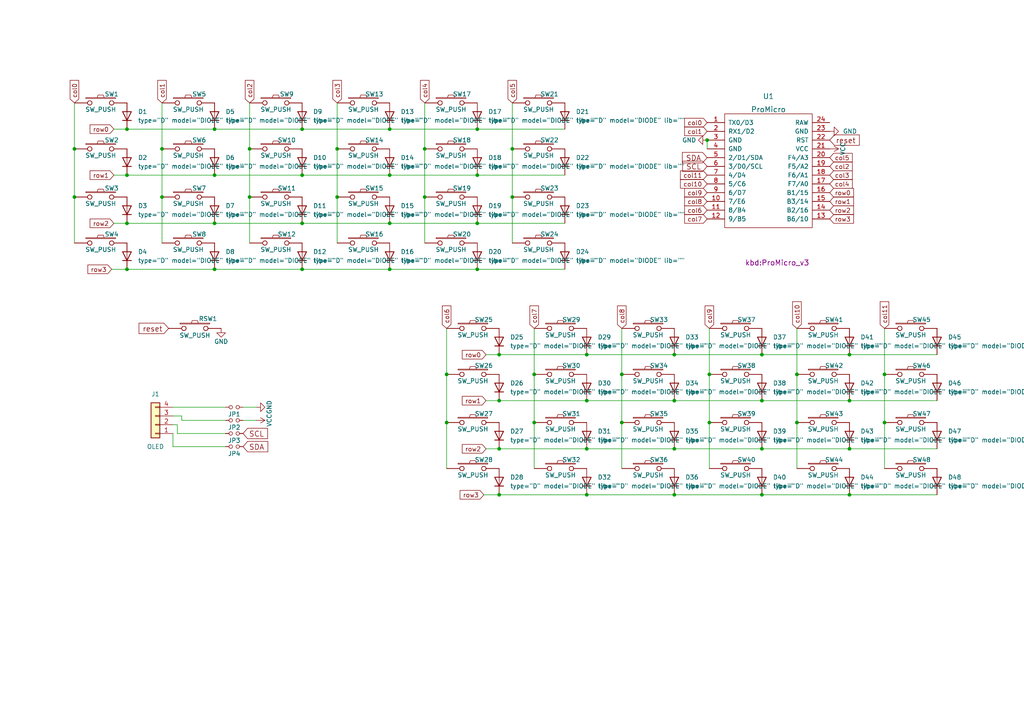
<source format=kicad_sch>
(kicad_sch (version 20211123) (generator eeschema)

  (uuid 7b3f840c-262b-47d1-9c43-ac940d5390a3)

  (paper "A4")

  (lib_symbols
    (symbol "Connector_Generic:Conn_01x04" (pin_names (offset 1.016) hide) (in_bom yes) (on_board yes)
      (property "Reference" "J" (id 0) (at 0 5.08 0)
        (effects (font (size 1.27 1.27)))
      )
      (property "Value" "Conn_01x04" (id 1) (at 0 -7.62 0)
        (effects (font (size 1.27 1.27)))
      )
      (property "Footprint" "" (id 2) (at 0 0 0)
        (effects (font (size 1.27 1.27)) hide)
      )
      (property "Datasheet" "~" (id 3) (at 0 0 0)
        (effects (font (size 1.27 1.27)) hide)
      )
      (property "ki_keywords" "connector" (id 4) (at 0 0 0)
        (effects (font (size 1.27 1.27)) hide)
      )
      (property "ki_description" "Generic connector, single row, 01x04, script generated (kicad-library-utils/schlib/autogen/connector/)" (id 5) (at 0 0 0)
        (effects (font (size 1.27 1.27)) hide)
      )
      (property "ki_fp_filters" "Connector*:*_1x??_*" (id 6) (at 0 0 0)
        (effects (font (size 1.27 1.27)) hide)
      )
      (symbol "Conn_01x04_1_1"
        (rectangle (start -1.27 -4.953) (end 0 -5.207)
          (stroke (width 0.1524) (type default) (color 0 0 0 0))
          (fill (type none))
        )
        (rectangle (start -1.27 -2.413) (end 0 -2.667)
          (stroke (width 0.1524) (type default) (color 0 0 0 0))
          (fill (type none))
        )
        (rectangle (start -1.27 0.127) (end 0 -0.127)
          (stroke (width 0.1524) (type default) (color 0 0 0 0))
          (fill (type none))
        )
        (rectangle (start -1.27 2.667) (end 0 2.413)
          (stroke (width 0.1524) (type default) (color 0 0 0 0))
          (fill (type none))
        )
        (rectangle (start -1.27 3.81) (end 1.27 -6.35)
          (stroke (width 0.254) (type default) (color 0 0 0 0))
          (fill (type background))
        )
        (pin passive line (at -5.08 2.54 0) (length 3.81)
          (name "Pin_1" (effects (font (size 1.27 1.27))))
          (number "1" (effects (font (size 1.27 1.27))))
        )
        (pin passive line (at -5.08 0 0) (length 3.81)
          (name "Pin_2" (effects (font (size 1.27 1.27))))
          (number "2" (effects (font (size 1.27 1.27))))
        )
        (pin passive line (at -5.08 -2.54 0) (length 3.81)
          (name "Pin_3" (effects (font (size 1.27 1.27))))
          (number "3" (effects (font (size 1.27 1.27))))
        )
        (pin passive line (at -5.08 -5.08 0) (length 3.81)
          (name "Pin_4" (effects (font (size 1.27 1.27))))
          (number "4" (effects (font (size 1.27 1.27))))
        )
      )
    )
    (symbol "Simulation_SPICE:DIODE" (pin_numbers hide) (pin_names (offset 1.016) hide) (in_bom yes) (on_board yes)
      (property "Reference" "D" (id 0) (at 0 2.54 0)
        (effects (font (size 1.27 1.27)))
      )
      (property "Value" "DIODE" (id 1) (at 0 -2.54 0)
        (effects (font (size 1.27 1.27)))
      )
      (property "Footprint" "" (id 2) (at 0 0 0)
        (effects (font (size 1.27 1.27)) hide)
      )
      (property "Datasheet" "~" (id 3) (at 0 0 0)
        (effects (font (size 1.27 1.27)) hide)
      )
      (property "Spice_Netlist_Enabled" "Y" (id 4) (at 0 0 0)
        (effects (font (size 1.27 1.27)) (justify left) hide)
      )
      (property "Spice_Primitive" "D" (id 5) (at 0 0 0)
        (effects (font (size 1.27 1.27)) (justify left) hide)
      )
      (property "ki_keywords" "simulation" (id 6) (at 0 0 0)
        (effects (font (size 1.27 1.27)) hide)
      )
      (property "ki_description" "Diode, anode on pin 1, for simulation only!" (id 7) (at 0 0 0)
        (effects (font (size 1.27 1.27)) hide)
      )
      (symbol "DIODE_0_1"
        (polyline
          (pts
            (xy 1.27 0)
            (xy -1.27 0)
          )
          (stroke (width 0) (type default) (color 0 0 0 0))
          (fill (type none))
        )
        (polyline
          (pts
            (xy 1.27 1.27)
            (xy 1.27 -1.27)
          )
          (stroke (width 0.254) (type default) (color 0 0 0 0))
          (fill (type none))
        )
        (polyline
          (pts
            (xy -1.27 -1.27)
            (xy -1.27 1.27)
            (xy 1.27 0)
            (xy -1.27 -1.27)
          )
          (stroke (width 0.254) (type default) (color 0 0 0 0))
          (fill (type none))
        )
      )
      (symbol "DIODE_1_1"
        (pin passive line (at -3.81 0 0) (length 2.54)
          (name "A" (effects (font (size 1.27 1.27))))
          (number "1" (effects (font (size 1.27 1.27))))
        )
        (pin passive line (at 3.81 0 180) (length 2.54)
          (name "K" (effects (font (size 1.27 1.27))))
          (number "2" (effects (font (size 1.27 1.27))))
        )
      )
    )
    (symbol "corne-chocolate-rescue:Jumper_NO_Small-Device" (pin_numbers hide) (pin_names (offset 0.762) hide) (in_bom yes) (on_board yes)
      (property "Reference" "JP" (id 0) (at 0 2.032 0)
        (effects (font (size 1.27 1.27)))
      )
      (property "Value" "Jumper_NO_Small-Device" (id 1) (at 0.254 -1.524 0)
        (effects (font (size 1.27 1.27)))
      )
      (property "Footprint" "" (id 2) (at 0 0 0)
        (effects (font (size 1.27 1.27)) hide)
      )
      (property "Datasheet" "" (id 3) (at 0 0 0)
        (effects (font (size 1.27 1.27)) hide)
      )
      (symbol "Jumper_NO_Small-Device_0_1"
        (circle (center -1.016 0) (radius 0.508)
          (stroke (width 0) (type default) (color 0 0 0 0))
          (fill (type none))
        )
        (circle (center 1.016 0) (radius 0.508)
          (stroke (width 0) (type default) (color 0 0 0 0))
          (fill (type none))
        )
        (pin passive line (at -2.54 0 0) (length 1.016)
          (name "1" (effects (font (size 1.27 1.27))))
          (number "1" (effects (font (size 1.27 1.27))))
        )
        (pin passive line (at 2.54 0 180) (length 1.016)
          (name "2" (effects (font (size 1.27 1.27))))
          (number "2" (effects (font (size 1.27 1.27))))
        )
      )
    )
    (symbol "corne-chocolate-rescue:SW_PUSH-kbd" (pin_numbers hide) (pin_names (offset 1.016) hide) (in_bom yes) (on_board yes)
      (property "Reference" "SW" (id 0) (at 3.81 2.794 0)
        (effects (font (size 1.27 1.27)))
      )
      (property "Value" "SW_PUSH-kbd" (id 1) (at 0 -2.032 0)
        (effects (font (size 1.27 1.27)))
      )
      (property "Footprint" "" (id 2) (at 0 0 0)
        (effects (font (size 1.27 1.27)))
      )
      (property "Datasheet" "" (id 3) (at 0 0 0)
        (effects (font (size 1.27 1.27)))
      )
      (symbol "SW_PUSH-kbd_0_1"
        (rectangle (start -4.318 1.27) (end 4.318 1.524)
          (stroke (width 0) (type default) (color 0 0 0 0))
          (fill (type none))
        )
        (polyline
          (pts
            (xy -1.016 1.524)
            (xy -0.762 2.286)
            (xy 0.762 2.286)
            (xy 1.016 1.524)
          )
          (stroke (width 0) (type default) (color 0 0 0 0))
          (fill (type none))
        )
        (pin passive inverted (at -7.62 0 0) (length 5.08)
          (name "1" (effects (font (size 1.27 1.27))))
          (number "1" (effects (font (size 1.27 1.27))))
        )
        (pin passive inverted (at 7.62 0 180) (length 5.08)
          (name "2" (effects (font (size 1.27 1.27))))
          (number "2" (effects (font (size 1.27 1.27))))
        )
      )
    )
    (symbol "kbd:ProMicro" (pin_names (offset 1.016)) (in_bom yes) (on_board yes)
      (property "Reference" "U" (id 0) (at 0 19.05 0)
        (effects (font (size 1.524 1.524)))
      )
      (property "Value" "ProMicro" (id 1) (at 0 -19.05 0)
        (effects (font (size 1.524 1.524)))
      )
      (property "Footprint" "" (id 2) (at 2.54 -26.67 0)
        (effects (font (size 1.524 1.524)))
      )
      (property "Datasheet" "" (id 3) (at 2.54 -26.67 0)
        (effects (font (size 1.524 1.524)))
      )
      (symbol "ProMicro_0_1"
        (rectangle (start -12.7 16.51) (end 12.7 -16.51)
          (stroke (width 0) (type default) (color 0 0 0 0))
          (fill (type none))
        )
      )
      (symbol "ProMicro_1_1"
        (pin bidirectional line (at -17.78 13.97 0) (length 5.08)
          (name "TX0/D3" (effects (font (size 1.27 1.27))))
          (number "1" (effects (font (size 1.27 1.27))))
        )
        (pin bidirectional line (at -17.78 -8.89 0) (length 5.08)
          (name "7/E6" (effects (font (size 1.27 1.27))))
          (number "10" (effects (font (size 1.27 1.27))))
        )
        (pin bidirectional line (at -17.78 -11.43 0) (length 5.08)
          (name "8/B4" (effects (font (size 1.27 1.27))))
          (number "11" (effects (font (size 1.27 1.27))))
        )
        (pin bidirectional line (at -17.78 -13.97 0) (length 5.08)
          (name "9/B5" (effects (font (size 1.27 1.27))))
          (number "12" (effects (font (size 1.27 1.27))))
        )
        (pin bidirectional line (at 17.78 -13.97 180) (length 5.08)
          (name "B6/10" (effects (font (size 1.27 1.27))))
          (number "13" (effects (font (size 1.27 1.27))))
        )
        (pin bidirectional line (at 17.78 -11.43 180) (length 5.08)
          (name "B2/16" (effects (font (size 1.27 1.27))))
          (number "14" (effects (font (size 1.27 1.27))))
        )
        (pin bidirectional line (at 17.78 -8.89 180) (length 5.08)
          (name "B3/14" (effects (font (size 1.27 1.27))))
          (number "15" (effects (font (size 1.27 1.27))))
        )
        (pin bidirectional line (at 17.78 -6.35 180) (length 5.08)
          (name "B1/15" (effects (font (size 1.27 1.27))))
          (number "16" (effects (font (size 1.27 1.27))))
        )
        (pin bidirectional line (at 17.78 -3.81 180) (length 5.08)
          (name "F7/A0" (effects (font (size 1.27 1.27))))
          (number "17" (effects (font (size 1.27 1.27))))
        )
        (pin bidirectional line (at 17.78 -1.27 180) (length 5.08)
          (name "F6/A1" (effects (font (size 1.27 1.27))))
          (number "18" (effects (font (size 1.27 1.27))))
        )
        (pin bidirectional line (at 17.78 1.27 180) (length 5.08)
          (name "F5/A2" (effects (font (size 1.27 1.27))))
          (number "19" (effects (font (size 1.27 1.27))))
        )
        (pin bidirectional line (at -17.78 11.43 0) (length 5.08)
          (name "RX1/D2" (effects (font (size 1.27 1.27))))
          (number "2" (effects (font (size 1.27 1.27))))
        )
        (pin bidirectional line (at 17.78 3.81 180) (length 5.08)
          (name "F4/A3" (effects (font (size 1.27 1.27))))
          (number "20" (effects (font (size 1.27 1.27))))
        )
        (pin power_in line (at 17.78 6.35 180) (length 5.08)
          (name "VCC" (effects (font (size 1.27 1.27))))
          (number "21" (effects (font (size 1.27 1.27))))
        )
        (pin input line (at 17.78 8.89 180) (length 5.08)
          (name "RST" (effects (font (size 1.27 1.27))))
          (number "22" (effects (font (size 1.27 1.27))))
        )
        (pin power_in line (at 17.78 11.43 180) (length 5.08)
          (name "GND" (effects (font (size 1.27 1.27))))
          (number "23" (effects (font (size 1.27 1.27))))
        )
        (pin power_out line (at 17.78 13.97 180) (length 5.08)
          (name "RAW" (effects (font (size 1.27 1.27))))
          (number "24" (effects (font (size 1.27 1.27))))
        )
        (pin power_in line (at -17.78 8.89 0) (length 5.08)
          (name "GND" (effects (font (size 1.27 1.27))))
          (number "3" (effects (font (size 1.27 1.27))))
        )
        (pin power_in line (at -17.78 6.35 0) (length 5.08)
          (name "GND" (effects (font (size 1.27 1.27))))
          (number "4" (effects (font (size 1.27 1.27))))
        )
        (pin bidirectional line (at -17.78 3.81 0) (length 5.08)
          (name "2/D1/SDA" (effects (font (size 1.27 1.27))))
          (number "5" (effects (font (size 1.27 1.27))))
        )
        (pin bidirectional line (at -17.78 1.27 0) (length 5.08)
          (name "3/D0/SCL" (effects (font (size 1.27 1.27))))
          (number "6" (effects (font (size 1.27 1.27))))
        )
        (pin bidirectional line (at -17.78 -1.27 0) (length 5.08)
          (name "4/D4" (effects (font (size 1.27 1.27))))
          (number "7" (effects (font (size 1.27 1.27))))
        )
        (pin bidirectional line (at -17.78 -3.81 0) (length 5.08)
          (name "5/C6" (effects (font (size 1.27 1.27))))
          (number "8" (effects (font (size 1.27 1.27))))
        )
        (pin bidirectional line (at -17.78 -6.35 0) (length 5.08)
          (name "6/D7" (effects (font (size 1.27 1.27))))
          (number "9" (effects (font (size 1.27 1.27))))
        )
      )
    )
    (symbol "kbd:SW_PUSH" (pin_numbers hide) (pin_names (offset 1.016) hide) (in_bom yes) (on_board yes)
      (property "Reference" "SW" (id 0) (at 3.81 2.794 0)
        (effects (font (size 1.27 1.27)))
      )
      (property "Value" "SW_PUSH" (id 1) (at 0 -2.032 0)
        (effects (font (size 1.27 1.27)))
      )
      (property "Footprint" "" (id 2) (at 0 0 0)
        (effects (font (size 1.27 1.27)))
      )
      (property "Datasheet" "" (id 3) (at 0 0 0)
        (effects (font (size 1.27 1.27)))
      )
      (symbol "SW_PUSH_0_1"
        (rectangle (start -4.318 1.27) (end 4.318 1.524)
          (stroke (width 0) (type default) (color 0 0 0 0))
          (fill (type none))
        )
        (polyline
          (pts
            (xy -1.016 1.524)
            (xy -0.762 2.286)
            (xy 0.762 2.286)
            (xy 1.016 1.524)
          )
          (stroke (width 0) (type default) (color 0 0 0 0))
          (fill (type none))
        )
        (pin passive inverted (at -7.62 0 0) (length 5.08)
          (name "1" (effects (font (size 1.27 1.27))))
          (number "1" (effects (font (size 1.27 1.27))))
        )
        (pin passive inverted (at 7.62 0 180) (length 5.08)
          (name "2" (effects (font (size 1.27 1.27))))
          (number "2" (effects (font (size 1.27 1.27))))
        )
      )
    )
    (symbol "power:GND" (power) (pin_names (offset 0)) (in_bom yes) (on_board yes)
      (property "Reference" "#PWR" (id 0) (at 0 -6.35 0)
        (effects (font (size 1.27 1.27)) hide)
      )
      (property "Value" "GND" (id 1) (at 0 -3.81 0)
        (effects (font (size 1.27 1.27)))
      )
      (property "Footprint" "" (id 2) (at 0 0 0)
        (effects (font (size 1.27 1.27)) hide)
      )
      (property "Datasheet" "" (id 3) (at 0 0 0)
        (effects (font (size 1.27 1.27)) hide)
      )
      (property "ki_keywords" "power-flag" (id 4) (at 0 0 0)
        (effects (font (size 1.27 1.27)) hide)
      )
      (property "ki_description" "Power symbol creates a global label with name \"GND\" , ground" (id 5) (at 0 0 0)
        (effects (font (size 1.27 1.27)) hide)
      )
      (symbol "GND_0_1"
        (polyline
          (pts
            (xy 0 0)
            (xy 0 -1.27)
            (xy 1.27 -1.27)
            (xy 0 -2.54)
            (xy -1.27 -1.27)
            (xy 0 -1.27)
          )
          (stroke (width 0) (type default) (color 0 0 0 0))
          (fill (type none))
        )
      )
      (symbol "GND_1_1"
        (pin power_in line (at 0 0 270) (length 0) hide
          (name "GND" (effects (font (size 1.27 1.27))))
          (number "1" (effects (font (size 1.27 1.27))))
        )
      )
    )
    (symbol "power:VCC" (power) (pin_names (offset 0)) (in_bom yes) (on_board yes)
      (property "Reference" "#PWR" (id 0) (at 0 -3.81 0)
        (effects (font (size 1.27 1.27)) hide)
      )
      (property "Value" "VCC" (id 1) (at 0 3.81 0)
        (effects (font (size 1.27 1.27)))
      )
      (property "Footprint" "" (id 2) (at 0 0 0)
        (effects (font (size 1.27 1.27)) hide)
      )
      (property "Datasheet" "" (id 3) (at 0 0 0)
        (effects (font (size 1.27 1.27)) hide)
      )
      (property "ki_keywords" "power-flag" (id 4) (at 0 0 0)
        (effects (font (size 1.27 1.27)) hide)
      )
      (property "ki_description" "Power symbol creates a global label with name \"VCC\"" (id 5) (at 0 0 0)
        (effects (font (size 1.27 1.27)) hide)
      )
      (symbol "VCC_0_1"
        (polyline
          (pts
            (xy -0.762 1.27)
            (xy 0 2.54)
          )
          (stroke (width 0) (type default) (color 0 0 0 0))
          (fill (type none))
        )
        (polyline
          (pts
            (xy 0 0)
            (xy 0 2.54)
          )
          (stroke (width 0) (type default) (color 0 0 0 0))
          (fill (type none))
        )
        (polyline
          (pts
            (xy 0 2.54)
            (xy 0.762 1.27)
          )
          (stroke (width 0) (type default) (color 0 0 0 0))
          (fill (type none))
        )
      )
      (symbol "VCC_1_1"
        (pin power_in line (at 0 0 90) (length 0) hide
          (name "VCC" (effects (font (size 1.27 1.27))))
          (number "1" (effects (font (size 1.27 1.27))))
        )
      )
    )
  )

  (junction (at 123.19 43.18) (diameter 0) (color 0 0 0 0)
    (uuid 00d92e9d-7157-42d2-802e-a5da54222b60)
  )
  (junction (at 62.23 78.105) (diameter 0) (color 0 0 0 0)
    (uuid 01e48831-1d47-48e8-aece-c019c19b394e)
  )
  (junction (at 97.79 43.18) (diameter 0) (color 0 0 0 0)
    (uuid 0a37072e-b02b-4868-ac64-d0417256b410)
  )
  (junction (at 113.03 37.465) (diameter 0) (color 0 0 0 0)
    (uuid 138df936-f79b-4f41-b1b9-f4b9d2e08b49)
  )
  (junction (at 195.58 130.175) (diameter 0) (color 0 0 0 0)
    (uuid 17bb713d-b5c8-47bc-91e7-1e364faa978c)
  )
  (junction (at 72.39 57.15) (diameter 0) (color 0 0 0 0)
    (uuid 199a4adf-6626-4794-be6a-5b30bfc18439)
  )
  (junction (at 170.18 116.205) (diameter 0) (color 0 0 0 0)
    (uuid 1bd5686c-aa13-498b-bc43-c7a7d6131923)
  )
  (junction (at 170.18 102.87) (diameter 0) (color 0 0 0 0)
    (uuid 1cfab6f2-f54a-43d0-8089-0dd771e38de4)
  )
  (junction (at 87.63 64.77) (diameter 0) (color 0 0 0 0)
    (uuid 20b4c474-cb20-464c-b94f-d8de27a9ea09)
  )
  (junction (at 138.43 78.105) (diameter 0) (color 0 0 0 0)
    (uuid 24539009-ef43-4422-b496-c8e77c0e5ef9)
  )
  (junction (at 62.23 64.77) (diameter 0) (color 0 0 0 0)
    (uuid 294015c9-8a60-4321-a65b-c48cd1b6d78c)
  )
  (junction (at 72.39 43.18) (diameter 0) (color 0 0 0 0)
    (uuid 29f44142-d1e8-4652-80a0-46efe4d9943b)
  )
  (junction (at 170.18 130.175) (diameter 0) (color 0 0 0 0)
    (uuid 2cd004a7-e205-4efb-b6f8-a2210025af53)
  )
  (junction (at 97.79 57.15) (diameter 0) (color 0 0 0 0)
    (uuid 2d4ec061-32c6-40de-8ae4-2a0b2f38cfeb)
  )
  (junction (at 36.83 64.77) (diameter 0) (color 0 0 0 0)
    (uuid 30463e2d-7606-41eb-8e97-24454eb08d74)
  )
  (junction (at 154.94 108.585) (diameter 0) (color 0 0 0 0)
    (uuid 38bba68e-2d8c-4aaf-bb4a-417924a485c1)
  )
  (junction (at 220.98 130.175) (diameter 0) (color 0 0 0 0)
    (uuid 3a388abe-a940-43c6-bba6-f51f5cc762cc)
  )
  (junction (at 246.38 130.175) (diameter 0) (color 0 0 0 0)
    (uuid 3db3cd19-b950-4820-aa64-d1ed8c315400)
  )
  (junction (at 144.78 116.205) (diameter 0) (color 0 0 0 0)
    (uuid 3f02ff1b-e564-41b1-864e-3aeeb2582e5d)
  )
  (junction (at 205.74 108.585) (diameter 0) (color 0 0 0 0)
    (uuid 4827b220-089d-4074-9306-f5d470d9518f)
  )
  (junction (at 220.98 102.87) (diameter 0) (color 0 0 0 0)
    (uuid 52ea97cd-24b6-4394-ba39-60965755ea07)
  )
  (junction (at 46.99 43.18) (diameter 0) (color 0 0 0 0)
    (uuid 56b7b863-0740-4c4e-b0ee-93501ae13c7c)
  )
  (junction (at 195.58 102.87) (diameter 0) (color 0 0 0 0)
    (uuid 5897f1aa-64df-4b72-ac3c-1437d74a9c80)
  )
  (junction (at 256.54 108.585) (diameter 0) (color 0 0 0 0)
    (uuid 5e1bc137-f479-46fd-b2fd-06d50ee42f2b)
  )
  (junction (at 138.43 37.465) (diameter 0) (color 0 0 0 0)
    (uuid 611f8d77-aaea-40b6-8b25-faec6533c9be)
  )
  (junction (at 138.43 64.77) (diameter 0) (color 0 0 0 0)
    (uuid 61e83fec-9bfc-43b6-96d0-726b85f7a8df)
  )
  (junction (at 180.34 108.585) (diameter 0) (color 0 0 0 0)
    (uuid 631da44c-e87e-4880-8f48-c28af60e4e4f)
  )
  (junction (at 129.54 108.585) (diameter 0) (color 0 0 0 0)
    (uuid 6b087932-3e7a-48ed-af7b-99912f2f8dfb)
  )
  (junction (at 256.54 122.555) (diameter 0) (color 0 0 0 0)
    (uuid 7484277b-0eb7-4ee4-994d-1250d5333880)
  )
  (junction (at 205.105 40.64) (diameter 0) (color 0 0 0 0)
    (uuid 767fc65c-444c-4ba1-a8a0-dc19828dd216)
  )
  (junction (at 220.98 116.205) (diameter 0) (color 0 0 0 0)
    (uuid 7d11ca79-6075-4e1d-80f3-703f241f2758)
  )
  (junction (at 154.94 122.555) (diameter 0) (color 0 0 0 0)
    (uuid 81d9842d-a223-4ccf-b814-25a5bbec800d)
  )
  (junction (at 231.14 108.585) (diameter 0) (color 0 0 0 0)
    (uuid 8506dd57-7756-4e1c-9aef-08d8d27d7ca7)
  )
  (junction (at 129.54 122.555) (diameter 0) (color 0 0 0 0)
    (uuid 892bd3e7-56e5-41c8-8444-1aa640f3c55a)
  )
  (junction (at 62.23 37.465) (diameter 0) (color 0 0 0 0)
    (uuid 8b379281-8bf2-40c6-8174-723e19ed7677)
  )
  (junction (at 36.83 50.8) (diameter 0) (color 0 0 0 0)
    (uuid 8b52aec2-86f9-4482-9e29-17fe8b9b37a8)
  )
  (junction (at 138.43 50.8) (diameter 0) (color 0 0 0 0)
    (uuid 8c316cea-82d8-467b-9e6d-ac1145f847d8)
  )
  (junction (at 46.99 57.15) (diameter 0) (color 0 0 0 0)
    (uuid 8e81e6cf-8f33-4b9d-93fd-4752efb94f9c)
  )
  (junction (at 144.78 130.175) (diameter 0) (color 0 0 0 0)
    (uuid 91207989-02bc-4d81-94de-1c56fbcbc6ca)
  )
  (junction (at 144.78 143.51) (diameter 0) (color 0 0 0 0)
    (uuid 9bf03c80-5fe8-4c95-80f4-011837706320)
  )
  (junction (at 87.63 78.105) (diameter 0) (color 0 0 0 0)
    (uuid a1b7b27e-4560-47c2-9b8c-8424bf11bb41)
  )
  (junction (at 195.58 116.205) (diameter 0) (color 0 0 0 0)
    (uuid a4029fc2-0fbb-412a-b43c-10dac39319e7)
  )
  (junction (at 180.34 122.555) (diameter 0) (color 0 0 0 0)
    (uuid aa8eb258-e462-4785-82e2-14e9e63ef98f)
  )
  (junction (at 113.03 64.77) (diameter 0) (color 0 0 0 0)
    (uuid b05a7a67-58f9-4582-bc0a-939d9e0c625b)
  )
  (junction (at 195.58 143.51) (diameter 0) (color 0 0 0 0)
    (uuid b413dc76-c84e-45a5-b3e4-6dad60c52d34)
  )
  (junction (at 113.03 50.8) (diameter 0) (color 0 0 0 0)
    (uuid b4d14ddc-c24b-4791-8b9b-e0570c1a3240)
  )
  (junction (at 113.03 78.105) (diameter 0) (color 0 0 0 0)
    (uuid b536facf-9e03-4c37-987e-0066f36ec1c9)
  )
  (junction (at 231.14 122.555) (diameter 0) (color 0 0 0 0)
    (uuid c02d4e87-1620-4730-bd62-0a35ca773a32)
  )
  (junction (at 246.38 143.51) (diameter 0) (color 0 0 0 0)
    (uuid c0cb1f8f-edeb-4a5e-a63e-29afc77358a7)
  )
  (junction (at 148.59 43.18) (diameter 0) (color 0 0 0 0)
    (uuid c55a40bb-b2ba-4222-981b-3baec05019a1)
  )
  (junction (at 170.18 143.51) (diameter 0) (color 0 0 0 0)
    (uuid c8ddfc31-d79a-45d0-a137-87cdf3f18463)
  )
  (junction (at 205.74 122.555) (diameter 0) (color 0 0 0 0)
    (uuid cf1b3670-006f-4344-bd57-b8c125d37750)
  )
  (junction (at 21.59 43.18) (diameter 0) (color 0 0 0 0)
    (uuid d2cd87dd-7586-4598-a53c-a8fd24bf35ad)
  )
  (junction (at 87.63 37.465) (diameter 0) (color 0 0 0 0)
    (uuid d2e0bbae-309b-4712-a636-a31f43195c99)
  )
  (junction (at 36.83 78.105) (diameter 0) (color 0 0 0 0)
    (uuid d2f2d7f5-6440-4345-9e7e-678ad9476ab0)
  )
  (junction (at 148.59 57.15) (diameter 0) (color 0 0 0 0)
    (uuid d6ae3381-7ed1-4371-9ecc-1893fe6f5500)
  )
  (junction (at 62.23 50.8) (diameter 0) (color 0 0 0 0)
    (uuid d997b24b-9d52-413b-9d1e-08ef2ae84583)
  )
  (junction (at 87.63 50.8) (diameter 0) (color 0 0 0 0)
    (uuid de1422a5-5ece-45a0-9d83-98967b1df18e)
  )
  (junction (at 21.59 57.15) (diameter 0) (color 0 0 0 0)
    (uuid dff4f1c1-d025-4d08-8871-6147e8965c81)
  )
  (junction (at 246.38 116.205) (diameter 0) (color 0 0 0 0)
    (uuid e4d29e92-4aa3-4c23-ab57-003722ddbdb1)
  )
  (junction (at 36.83 37.465) (diameter 0) (color 0 0 0 0)
    (uuid e8ba49ec-2b52-4074-bda8-4ee81a4f7b22)
  )
  (junction (at 123.19 57.15) (diameter 0) (color 0 0 0 0)
    (uuid ea213e31-b22e-4701-8fe2-564dbafa753c)
  )
  (junction (at 246.38 102.87) (diameter 0) (color 0 0 0 0)
    (uuid f4387db7-e620-4a9d-985b-d0335037da7e)
  )
  (junction (at 220.98 143.51) (diameter 0) (color 0 0 0 0)
    (uuid f8125fc2-1c21-4b31-8334-879befc9b87b)
  )
  (junction (at 144.78 102.87) (diameter 0) (color 0 0 0 0)
    (uuid f8176842-a403-4435-80ce-47bf47b61759)
  )

  (wire (pts (xy 138.43 64.77) (xy 163.83 64.77))
    (stroke (width 0) (type default) (color 0 0 0 0))
    (uuid 01dd8d8b-e0eb-4f96-9fe3-daa2e8cd1851)
  )
  (wire (pts (xy 148.59 29.845) (xy 148.59 43.18))
    (stroke (width 0) (type default) (color 0 0 0 0))
    (uuid 02743949-5065-41c9-8fd5-b32fcc2885f9)
  )
  (wire (pts (xy 87.63 64.77) (xy 113.03 64.77))
    (stroke (width 0) (type default) (color 0 0 0 0))
    (uuid 04b4461a-5457-49fe-a170-dd92e225ce42)
  )
  (wire (pts (xy 256.54 95.25) (xy 256.54 108.585))
    (stroke (width 0) (type default) (color 0 0 0 0))
    (uuid 0a1803fd-a5d5-4a21-9c0b-9e4de7a2f7e2)
  )
  (wire (pts (xy 138.43 50.8) (xy 163.83 50.8))
    (stroke (width 0) (type default) (color 0 0 0 0))
    (uuid 0bf99127-11fc-4348-bd95-fd65be48e5c7)
  )
  (wire (pts (xy 140.97 130.175) (xy 144.78 130.175))
    (stroke (width 0) (type default) (color 0 0 0 0))
    (uuid 0d80896a-f46c-4874-895a-f1a30cafef38)
  )
  (wire (pts (xy 87.63 78.105) (xy 113.03 78.105))
    (stroke (width 0) (type default) (color 0 0 0 0))
    (uuid 0e9ae0b3-59cc-441b-b87c-9a5239c3f16c)
  )
  (wire (pts (xy 140.97 102.87) (xy 144.78 102.87))
    (stroke (width 0) (type default) (color 0 0 0 0))
    (uuid 11cc2bcd-b3cf-46f8-8e6d-9cf90e99575e)
  )
  (wire (pts (xy 220.98 143.51) (xy 246.38 143.51))
    (stroke (width 0) (type default) (color 0 0 0 0))
    (uuid 12cb11a6-e45c-4008-9f91-4670212c1dce)
  )
  (wire (pts (xy 154.94 108.585) (xy 154.94 122.555))
    (stroke (width 0) (type default) (color 0 0 0 0))
    (uuid 1b9dbd75-a59d-4148-b640-633dbfb36e85)
  )
  (wire (pts (xy 231.14 108.585) (xy 231.14 122.555))
    (stroke (width 0) (type default) (color 0 0 0 0))
    (uuid 1cd49655-cdbf-4254-970a-6a08f9912dee)
  )
  (wire (pts (xy 33.02 37.465) (xy 36.83 37.465))
    (stroke (width 0) (type default) (color 0 0 0 0))
    (uuid 1e387cfd-59be-4d45-b83f-b62466135ca4)
  )
  (wire (pts (xy 138.43 37.465) (xy 163.83 37.465))
    (stroke (width 0) (type default) (color 0 0 0 0))
    (uuid 1f649fd5-7f77-44a5-8eb2-7ee98341819b)
  )
  (wire (pts (xy 138.43 78.105) (xy 163.83 78.105))
    (stroke (width 0) (type default) (color 0 0 0 0))
    (uuid 205fafe0-8020-4e20-8e97-c7c67c5e2eb9)
  )
  (wire (pts (xy 21.59 57.15) (xy 21.59 70.485))
    (stroke (width 0) (type default) (color 0 0 0 0))
    (uuid 2062ceab-4410-4bee-8dcc-d35ecb0b9722)
  )
  (wire (pts (xy 144.78 116.205) (xy 170.18 116.205))
    (stroke (width 0) (type default) (color 0 0 0 0))
    (uuid 21c95873-243d-42b8-84e6-a13982a194d0)
  )
  (wire (pts (xy 87.63 37.465) (xy 113.03 37.465))
    (stroke (width 0) (type default) (color 0 0 0 0))
    (uuid 220f15a5-2795-4911-80fc-87d004617aa1)
  )
  (wire (pts (xy 97.79 29.845) (xy 97.79 43.18))
    (stroke (width 0) (type default) (color 0 0 0 0))
    (uuid 272fc017-22b9-421f-97ba-c3200d28a2fa)
  )
  (wire (pts (xy 256.54 122.555) (xy 256.54 135.89))
    (stroke (width 0) (type default) (color 0 0 0 0))
    (uuid 2804e888-152f-4408-ad9e-c84bfd4cc228)
  )
  (wire (pts (xy 113.03 50.8) (xy 138.43 50.8))
    (stroke (width 0) (type default) (color 0 0 0 0))
    (uuid 29bf51e4-52d6-425d-99c9-9aadf463a44c)
  )
  (wire (pts (xy 123.19 57.15) (xy 123.19 70.485))
    (stroke (width 0) (type default) (color 0 0 0 0))
    (uuid 2c4c8d73-ae0d-42fd-9420-3594a1e32a96)
  )
  (wire (pts (xy 87.63 50.8) (xy 113.03 50.8))
    (stroke (width 0) (type default) (color 0 0 0 0))
    (uuid 2f8a13c8-95a0-488c-869f-bf31ea3532cd)
  )
  (wire (pts (xy 113.03 37.465) (xy 138.43 37.465))
    (stroke (width 0) (type default) (color 0 0 0 0))
    (uuid 32e0446b-eeb9-4bca-8c34-35b2e980ff12)
  )
  (wire (pts (xy 170.18 102.87) (xy 195.58 102.87))
    (stroke (width 0) (type default) (color 0 0 0 0))
    (uuid 3471dc8c-e7d3-47f3-9fd4-20b614c0006e)
  )
  (wire (pts (xy 33.02 64.77) (xy 36.83 64.77))
    (stroke (width 0) (type default) (color 0 0 0 0))
    (uuid 350cd743-2f2a-4b91-b940-b6875d9762a8)
  )
  (wire (pts (xy 170.18 116.205) (xy 195.58 116.205))
    (stroke (width 0) (type default) (color 0 0 0 0))
    (uuid 3744a556-f46a-4fa7-8357-f99c211248ed)
  )
  (wire (pts (xy 195.58 116.205) (xy 220.98 116.205))
    (stroke (width 0) (type default) (color 0 0 0 0))
    (uuid 3b7d51c1-358f-446e-b20f-27867a436982)
  )
  (wire (pts (xy 246.38 143.51) (xy 271.78 143.51))
    (stroke (width 0) (type default) (color 0 0 0 0))
    (uuid 3e9b6ca2-7b4c-4110-b307-86d1f5c6ec3a)
  )
  (wire (pts (xy 220.98 130.175) (xy 246.38 130.175))
    (stroke (width 0) (type default) (color 0 0 0 0))
    (uuid 4337387a-283c-443b-b359-4955415d911b)
  )
  (wire (pts (xy 72.39 43.18) (xy 72.39 57.15))
    (stroke (width 0) (type default) (color 0 0 0 0))
    (uuid 4bdc2ae0-cdca-4e94-bf38-57d08bcb1c43)
  )
  (wire (pts (xy 129.54 108.585) (xy 129.54 122.555))
    (stroke (width 0) (type default) (color 0 0 0 0))
    (uuid 4e688033-b1e2-47b0-9425-87d6ca7ec8d7)
  )
  (wire (pts (xy 246.38 130.175) (xy 271.78 130.175))
    (stroke (width 0) (type default) (color 0 0 0 0))
    (uuid 52eb4c65-e3f4-4201-ac91-1e9198d75974)
  )
  (wire (pts (xy 220.98 116.205) (xy 246.38 116.205))
    (stroke (width 0) (type default) (color 0 0 0 0))
    (uuid 52fa4586-b9de-4c59-a362-063f9b99ec7f)
  )
  (wire (pts (xy 231.14 122.555) (xy 231.14 135.89))
    (stroke (width 0) (type default) (color 0 0 0 0))
    (uuid 534a1091-557e-4196-b31a-897339d4dcc5)
  )
  (wire (pts (xy 205.74 95.25) (xy 205.74 108.585))
    (stroke (width 0) (type default) (color 0 0 0 0))
    (uuid 54648853-5247-45a4-932f-a70cec89933b)
  )
  (wire (pts (xy 62.23 78.105) (xy 87.63 78.105))
    (stroke (width 0) (type default) (color 0 0 0 0))
    (uuid 560a5101-064c-4e75-b6df-898561dd2dd4)
  )
  (wire (pts (xy 65.405 125.73) (xy 51.435 125.73))
    (stroke (width 0) (type default) (color 0 0 0 0))
    (uuid 59e12966-fffd-4af6-a99c-77d8ae185a45)
  )
  (wire (pts (xy 195.58 130.175) (xy 220.98 130.175))
    (stroke (width 0) (type default) (color 0 0 0 0))
    (uuid 5b1dcf1a-bb41-4a94-bd72-33b8a51eba53)
  )
  (wire (pts (xy 70.485 121.92) (xy 74.295 121.92))
    (stroke (width 0) (type default) (color 0 0 0 0))
    (uuid 5b3d352c-df73-4988-bc52-868bf7950729)
  )
  (wire (pts (xy 148.59 57.15) (xy 148.59 70.485))
    (stroke (width 0) (type default) (color 0 0 0 0))
    (uuid 60289731-87a0-4209-8140-5fdb8ef4769e)
  )
  (wire (pts (xy 50.165 123.19) (xy 51.435 123.19))
    (stroke (width 0) (type default) (color 0 0 0 0))
    (uuid 62bdbe2f-58fc-4777-ba33-18df2533e451)
  )
  (wire (pts (xy 154.94 95.25) (xy 154.94 108.585))
    (stroke (width 0) (type default) (color 0 0 0 0))
    (uuid 635a6d63-ea33-485c-a4f1-a6301e32a30f)
  )
  (wire (pts (xy 46.99 43.18) (xy 46.99 57.15))
    (stroke (width 0) (type default) (color 0 0 0 0))
    (uuid 64684110-b432-4d27-a2fb-b6f855f4f7ce)
  )
  (wire (pts (xy 154.94 122.555) (xy 154.94 135.89))
    (stroke (width 0) (type default) (color 0 0 0 0))
    (uuid 65fd6b92-5fe6-4beb-8d7f-e9c94ba8fca0)
  )
  (wire (pts (xy 36.83 78.105) (xy 62.23 78.105))
    (stroke (width 0) (type default) (color 0 0 0 0))
    (uuid 6907369a-63d2-48ce-ae82-262482463fca)
  )
  (wire (pts (xy 205.74 108.585) (xy 205.74 122.555))
    (stroke (width 0) (type default) (color 0 0 0 0))
    (uuid 6c14067c-9d36-4559-a83c-72fc4632c333)
  )
  (wire (pts (xy 144.78 130.175) (xy 170.18 130.175))
    (stroke (width 0) (type default) (color 0 0 0 0))
    (uuid 6d2b7940-354c-4a90-bbff-01bdd4699dda)
  )
  (wire (pts (xy 246.38 116.205) (xy 271.78 116.205))
    (stroke (width 0) (type default) (color 0 0 0 0))
    (uuid 6dd567a9-fbcb-49c2-824e-2101a8fd9cdf)
  )
  (wire (pts (xy 246.38 102.87) (xy 271.78 102.87))
    (stroke (width 0) (type default) (color 0 0 0 0))
    (uuid 7ba88c12-ae6a-4d65-a450-1da5698e2a08)
  )
  (wire (pts (xy 113.03 64.77) (xy 138.43 64.77))
    (stroke (width 0) (type default) (color 0 0 0 0))
    (uuid 806e4310-6b60-4fae-a514-8b00cde883dc)
  )
  (wire (pts (xy 70.485 118.11) (xy 74.295 118.11))
    (stroke (width 0) (type default) (color 0 0 0 0))
    (uuid 809c93f7-0eaa-4e97-96f8-ed7c51359a76)
  )
  (wire (pts (xy 65.405 129.54) (xy 50.165 129.54))
    (stroke (width 0) (type default) (color 0 0 0 0))
    (uuid 8166de74-be80-41bf-929c-29cf6c49aa72)
  )
  (wire (pts (xy 129.54 122.555) (xy 129.54 135.89))
    (stroke (width 0) (type default) (color 0 0 0 0))
    (uuid 839ac78e-02b2-42c7-a9d5-c980b295a3d0)
  )
  (wire (pts (xy 180.34 122.555) (xy 180.34 135.89))
    (stroke (width 0) (type default) (color 0 0 0 0))
    (uuid 88b68d91-ec19-4a4e-be4f-6e6ca68ff293)
  )
  (wire (pts (xy 205.105 40.64) (xy 205.105 43.18))
    (stroke (width 0) (type default) (color 0 0 0 0))
    (uuid 8a8a9fce-5e9e-4bb0-aa1d-d73aa4e10372)
  )
  (wire (pts (xy 170.18 143.51) (xy 195.58 143.51))
    (stroke (width 0) (type default) (color 0 0 0 0))
    (uuid 8bafa162-a496-43d8-9e58-2c8750b91239)
  )
  (wire (pts (xy 205.74 122.555) (xy 205.74 135.89))
    (stroke (width 0) (type default) (color 0 0 0 0))
    (uuid 8f76e50e-b085-4bce-88b3-5a6184c79115)
  )
  (wire (pts (xy 140.335 143.51) (xy 144.78 143.51))
    (stroke (width 0) (type default) (color 0 0 0 0))
    (uuid 961bcbe2-428d-45bc-988e-220626c5dae4)
  )
  (wire (pts (xy 62.23 64.77) (xy 87.63 64.77))
    (stroke (width 0) (type default) (color 0 0 0 0))
    (uuid 96c05677-4575-4f70-b99b-6cc1ba3b5388)
  )
  (wire (pts (xy 50.165 125.73) (xy 50.165 129.54))
    (stroke (width 0) (type default) (color 0 0 0 0))
    (uuid 9b1f1054-8e87-4a34-9f15-0d4b18a52c23)
  )
  (wire (pts (xy 46.99 57.15) (xy 46.99 70.485))
    (stroke (width 0) (type default) (color 0 0 0 0))
    (uuid 9cf79dea-b797-4c78-8c27-235b265c7e9e)
  )
  (wire (pts (xy 129.54 95.25) (xy 129.54 108.585))
    (stroke (width 0) (type default) (color 0 0 0 0))
    (uuid 9d890dce-2ddd-4e0d-9f31-1f5d6146703c)
  )
  (wire (pts (xy 195.58 143.51) (xy 220.98 143.51))
    (stroke (width 0) (type default) (color 0 0 0 0))
    (uuid a37ab064-75bd-495c-9a72-9d8487778dbd)
  )
  (wire (pts (xy 231.14 95.25) (xy 231.14 108.585))
    (stroke (width 0) (type default) (color 0 0 0 0))
    (uuid a7ff6a83-8fbe-4502-a7d3-7cbe57e98274)
  )
  (wire (pts (xy 50.165 118.11) (xy 65.405 118.11))
    (stroke (width 0) (type default) (color 0 0 0 0))
    (uuid a8e5dd0a-238d-4ea8-8017-af521c6a88fe)
  )
  (wire (pts (xy 256.54 108.585) (xy 256.54 122.555))
    (stroke (width 0) (type default) (color 0 0 0 0))
    (uuid ad0f9ed6-ded1-4625-8836-97c6734afc62)
  )
  (wire (pts (xy 62.23 50.8) (xy 87.63 50.8))
    (stroke (width 0) (type default) (color 0 0 0 0))
    (uuid b0089880-ff37-4f91-a37e-8d697efc0ed4)
  )
  (wire (pts (xy 180.34 108.585) (xy 180.34 122.555))
    (stroke (width 0) (type default) (color 0 0 0 0))
    (uuid b0428c6d-34fa-4207-bb38-25f67f5420c9)
  )
  (wire (pts (xy 195.58 102.87) (xy 220.98 102.87))
    (stroke (width 0) (type default) (color 0 0 0 0))
    (uuid b1a80b36-12b5-40c9-ac76-eb543726f780)
  )
  (wire (pts (xy 51.435 123.19) (xy 51.435 125.73))
    (stroke (width 0) (type default) (color 0 0 0 0))
    (uuid bac960d5-c90b-4a83-ad38-0a5d0c329300)
  )
  (wire (pts (xy 21.59 29.845) (xy 21.59 43.18))
    (stroke (width 0) (type default) (color 0 0 0 0))
    (uuid bcf11e84-4cf7-4fa5-843f-2cb025c1b585)
  )
  (wire (pts (xy 97.79 57.15) (xy 97.79 70.485))
    (stroke (width 0) (type default) (color 0 0 0 0))
    (uuid bd0677b0-b8fb-4b1e-a769-b76d3766ba40)
  )
  (wire (pts (xy 148.59 43.18) (xy 148.59 57.15))
    (stroke (width 0) (type default) (color 0 0 0 0))
    (uuid bf8c10b4-2c70-4f3a-a965-8dab0f617051)
  )
  (wire (pts (xy 180.34 95.25) (xy 180.34 108.585))
    (stroke (width 0) (type default) (color 0 0 0 0))
    (uuid c1aaeab6-6fe1-4fa1-91fe-1b27d8c75162)
  )
  (wire (pts (xy 65.405 121.92) (xy 52.705 121.92))
    (stroke (width 0) (type default) (color 0 0 0 0))
    (uuid c1df5d55-9972-4433-b573-d7e5c03704c3)
  )
  (wire (pts (xy 72.39 57.15) (xy 72.39 70.485))
    (stroke (width 0) (type default) (color 0 0 0 0))
    (uuid c3fc4c2b-320d-4462-af9f-68a00a5cb99f)
  )
  (wire (pts (xy 113.03 78.105) (xy 138.43 78.105))
    (stroke (width 0) (type default) (color 0 0 0 0))
    (uuid c756d13c-be67-48f7-a0b7-219fce66834b)
  )
  (wire (pts (xy 36.83 64.77) (xy 62.23 64.77))
    (stroke (width 0) (type default) (color 0 0 0 0))
    (uuid c805e645-99b9-4b17-8278-332b9bc6f5d1)
  )
  (wire (pts (xy 72.39 29.845) (xy 72.39 43.18))
    (stroke (width 0) (type default) (color 0 0 0 0))
    (uuid cb9198c4-bb88-41d3-a06d-fcfd2888e912)
  )
  (wire (pts (xy 123.19 29.845) (xy 123.19 43.18))
    (stroke (width 0) (type default) (color 0 0 0 0))
    (uuid cc60bb65-2879-435c-9e9a-5189c447f572)
  )
  (wire (pts (xy 50.165 120.65) (xy 52.705 120.65))
    (stroke (width 0) (type default) (color 0 0 0 0))
    (uuid ceddcf61-7d35-429e-8237-6f1a8afac0aa)
  )
  (wire (pts (xy 32.385 78.105) (xy 36.83 78.105))
    (stroke (width 0) (type default) (color 0 0 0 0))
    (uuid d0e3202a-2310-4e69-a98e-a3308de2827b)
  )
  (wire (pts (xy 144.78 102.87) (xy 170.18 102.87))
    (stroke (width 0) (type default) (color 0 0 0 0))
    (uuid d27612e6-3ff2-4336-9e9c-76733cd5c1ee)
  )
  (wire (pts (xy 123.19 43.18) (xy 123.19 57.15))
    (stroke (width 0) (type default) (color 0 0 0 0))
    (uuid d4138b1d-c8d6-45ab-bfb1-44de96e9405c)
  )
  (wire (pts (xy 46.99 29.845) (xy 46.99 43.18))
    (stroke (width 0) (type default) (color 0 0 0 0))
    (uuid d49511a9-3407-4ce6-9135-9436fab52d2e)
  )
  (wire (pts (xy 36.83 50.8) (xy 62.23 50.8))
    (stroke (width 0) (type default) (color 0 0 0 0))
    (uuid d74e8d89-75b6-4694-945a-fd3cacb971a4)
  )
  (wire (pts (xy 140.97 116.205) (xy 144.78 116.205))
    (stroke (width 0) (type default) (color 0 0 0 0))
    (uuid dafa8841-9a0c-4fd7-8979-7166e713af7a)
  )
  (wire (pts (xy 144.78 143.51) (xy 170.18 143.51))
    (stroke (width 0) (type default) (color 0 0 0 0))
    (uuid dd50534c-99de-4878-917a-a7ad0406fa53)
  )
  (wire (pts (xy 97.79 43.18) (xy 97.79 57.15))
    (stroke (width 0) (type default) (color 0 0 0 0))
    (uuid e1ae3689-c2e9-42cc-bd13-5bdd20ba5054)
  )
  (wire (pts (xy 36.83 37.465) (xy 62.23 37.465))
    (stroke (width 0) (type default) (color 0 0 0 0))
    (uuid e298965a-a3d4-4bfa-828d-7b2fa5ff033b)
  )
  (wire (pts (xy 220.98 102.87) (xy 246.38 102.87))
    (stroke (width 0) (type default) (color 0 0 0 0))
    (uuid ed8d9854-76a5-45b7-a0f1-e3afa4334c8b)
  )
  (wire (pts (xy 170.18 130.175) (xy 195.58 130.175))
    (stroke (width 0) (type default) (color 0 0 0 0))
    (uuid f222596e-ba05-4b7e-b8ae-af38819b363c)
  )
  (wire (pts (xy 62.23 37.465) (xy 87.63 37.465))
    (stroke (width 0) (type default) (color 0 0 0 0))
    (uuid f608ea8a-6471-4aa5-84de-489cac38333d)
  )
  (wire (pts (xy 52.705 120.65) (xy 52.705 121.92))
    (stroke (width 0) (type default) (color 0 0 0 0))
    (uuid fa89f080-6a92-4f20-90b5-dea699f390f4)
  )
  (wire (pts (xy 33.02 50.8) (xy 36.83 50.8))
    (stroke (width 0) (type default) (color 0 0 0 0))
    (uuid fdb33820-1e26-432f-8547-543116db131f)
  )
  (wire (pts (xy 21.59 43.18) (xy 21.59 57.15))
    (stroke (width 0) (type default) (color 0 0 0 0))
    (uuid fe6b259c-acd2-4e4f-84cb-ff556a8ab623)
  )

  (global_label "reset" (shape input) (at 240.665 40.64 0) (fields_autoplaced)
    (effects (font (size 1.524 1.524)) (justify left))
    (uuid 01fd48de-54cc-49f1-a6ff-ed4c17a15dc7)
    (property "Intersheet References" "${INTERSHEET_REFS}" (id 0) (at 274.955 124.46 0)
      (effects (font (size 1.27 1.27)) hide)
    )
  )
  (global_label "SCL" (shape input) (at 205.105 48.26 180) (fields_autoplaced)
    (effects (font (size 1.524 1.524)) (justify right))
    (uuid 0776a79c-bfce-40da-b631-5207b157004e)
    (property "Intersheet References" "${INTERSHEET_REFS}" (id 0) (at 259.715 165.1 0)
      (effects (font (size 1.27 1.27)) hide)
    )
  )
  (global_label "col10" (shape input) (at 205.105 53.34 180) (fields_autoplaced)
    (effects (font (size 1.27 1.27)) (justify right))
    (uuid 15166ba3-9263-40dd-ba0c-6a7e7d8a1d7b)
    (property "Intersheet References" "${INTERSHEET_REFS}" (id 0) (at 197.37 53.4194 0)
      (effects (font (size 1.27 1.27)) (justify right) hide)
    )
  )
  (global_label "row0" (shape input) (at 140.97 102.87 180) (fields_autoplaced)
    (effects (font (size 1.27 1.27)) (justify right))
    (uuid 1da8d3cd-60d1-4e0d-87b2-0d61ff406e74)
    (property "Intersheet References" "${INTERSHEET_REFS}" (id 0) (at 134.0817 102.9494 0)
      (effects (font (size 1.27 1.27)) (justify right) hide)
    )
  )
  (global_label "col6" (shape input) (at 129.54 95.25 90) (fields_autoplaced)
    (effects (font (size 1.27 1.27)) (justify left))
    (uuid 391a600d-454f-4e00-96af-69aefa6a863c)
    (property "Intersheet References" "${INTERSHEET_REFS}" (id 0) (at 129.6194 88.7245 90)
      (effects (font (size 1.27 1.27)) (justify left) hide)
    )
  )
  (global_label "row0" (shape input) (at 240.665 55.88 0) (fields_autoplaced)
    (effects (font (size 1.27 1.27)) (justify left))
    (uuid 43707b12-0ed7-4765-a4a5-c4f22091f3bf)
    (property "Intersheet References" "${INTERSHEET_REFS}" (id 0) (at 247.5533 55.8006 0)
      (effects (font (size 1.27 1.27)) (justify left) hide)
    )
  )
  (global_label "col1" (shape input) (at 46.99 29.845 90) (fields_autoplaced)
    (effects (font (size 1.27 1.27)) (justify left))
    (uuid 4d2330bf-d68d-4a76-80bf-0a01f28704d7)
    (property "Intersheet References" "${INTERSHEET_REFS}" (id 0) (at 47.0694 23.3195 90)
      (effects (font (size 1.27 1.27)) (justify left) hide)
    )
  )
  (global_label "col5" (shape input) (at 240.665 45.72 0) (fields_autoplaced)
    (effects (font (size 1.27 1.27)) (justify left))
    (uuid 4df990bb-8612-453d-80ec-8151354ef461)
    (property "Intersheet References" "${INTERSHEET_REFS}" (id 0) (at 247.1905 45.7994 0)
      (effects (font (size 1.27 1.27)) (justify left) hide)
    )
  )
  (global_label "col8" (shape input) (at 205.105 58.42 180) (fields_autoplaced)
    (effects (font (size 1.27 1.27)) (justify right))
    (uuid 5671e6f0-7b7b-46ab-8efc-b590f50d0689)
    (property "Intersheet References" "${INTERSHEET_REFS}" (id 0) (at 198.5795 58.4994 0)
      (effects (font (size 1.27 1.27)) (justify right) hide)
    )
  )
  (global_label "row2" (shape input) (at 33.02 64.77 180) (fields_autoplaced)
    (effects (font (size 1.27 1.27)) (justify right))
    (uuid 57d1f584-0bca-4094-a19c-4506c9df9ddb)
    (property "Intersheet References" "${INTERSHEET_REFS}" (id 0) (at 26.1317 64.8494 0)
      (effects (font (size 1.27 1.27)) (justify right) hide)
    )
  )
  (global_label "col0" (shape input) (at 21.59 29.845 90) (fields_autoplaced)
    (effects (font (size 1.27 1.27)) (justify left))
    (uuid 63f2f05b-5881-47d8-9159-88cba4801762)
    (property "Intersheet References" "${INTERSHEET_REFS}" (id 0) (at 21.6694 23.3195 90)
      (effects (font (size 1.27 1.27)) (justify left) hide)
    )
  )
  (global_label "col3" (shape input) (at 97.79 29.845 90) (fields_autoplaced)
    (effects (font (size 1.27 1.27)) (justify left))
    (uuid 7b270716-4bc7-4409-a4af-8604755db225)
    (property "Intersheet References" "${INTERSHEET_REFS}" (id 0) (at 97.8694 23.3195 90)
      (effects (font (size 1.27 1.27)) (justify left) hide)
    )
  )
  (global_label "col5" (shape input) (at 148.59 29.845 90) (fields_autoplaced)
    (effects (font (size 1.27 1.27)) (justify left))
    (uuid 7e51817c-a1f2-4251-af1c-69d4caf26452)
    (property "Intersheet References" "${INTERSHEET_REFS}" (id 0) (at 148.6694 23.3195 90)
      (effects (font (size 1.27 1.27)) (justify left) hide)
    )
  )
  (global_label "col10" (shape input) (at 231.14 95.25 90) (fields_autoplaced)
    (effects (font (size 1.27 1.27)) (justify left))
    (uuid 83f86262-c105-4ff6-a0f8-03a90d45cfe0)
    (property "Intersheet References" "${INTERSHEET_REFS}" (id 0) (at 231.0606 87.515 90)
      (effects (font (size 1.27 1.27)) (justify left) hide)
    )
  )
  (global_label "reset" (shape input) (at 48.895 95.25 180) (fields_autoplaced)
    (effects (font (size 1.524 1.524)) (justify right))
    (uuid 8686e5f9-e309-40b1-8204-7b4aa8962190)
    (property "Intersheet References" "${INTERSHEET_REFS}" (id 0) (at 14.605 11.43 0)
      (effects (font (size 1.27 1.27)) hide)
    )
  )
  (global_label "row1" (shape input) (at 33.02 50.8 180) (fields_autoplaced)
    (effects (font (size 1.27 1.27)) (justify right))
    (uuid 89337f5c-7ea2-408b-9d35-937a78abd6f6)
    (property "Intersheet References" "${INTERSHEET_REFS}" (id 0) (at 26.1317 50.8794 0)
      (effects (font (size 1.27 1.27)) (justify right) hide)
    )
  )
  (global_label "col3" (shape input) (at 240.665 50.8 0) (fields_autoplaced)
    (effects (font (size 1.27 1.27)) (justify left))
    (uuid 936d1f98-9193-49e7-9f72-a071b6e5d64a)
    (property "Intersheet References" "${INTERSHEET_REFS}" (id 0) (at 247.1905 50.8794 0)
      (effects (font (size 1.27 1.27)) (justify left) hide)
    )
  )
  (global_label "col9" (shape input) (at 205.74 95.25 90) (fields_autoplaced)
    (effects (font (size 1.27 1.27)) (justify left))
    (uuid 94f0d5b2-b92c-43c1-8968-ee52da3e6672)
    (property "Intersheet References" "${INTERSHEET_REFS}" (id 0) (at 205.6606 88.7245 90)
      (effects (font (size 1.27 1.27)) (justify left) hide)
    )
  )
  (global_label "col7" (shape input) (at 205.105 63.5 180) (fields_autoplaced)
    (effects (font (size 1.27 1.27)) (justify right))
    (uuid 96d9c54e-f5af-4e19-873e-17e58ef88698)
    (property "Intersheet References" "${INTERSHEET_REFS}" (id 0) (at 198.5795 63.4206 0)
      (effects (font (size 1.27 1.27)) (justify right) hide)
    )
  )
  (global_label "col11" (shape input) (at 205.105 50.8 180) (fields_autoplaced)
    (effects (font (size 1.27 1.27)) (justify right))
    (uuid 9921b39b-0991-4a41-8605-2b9a5c58f655)
    (property "Intersheet References" "${INTERSHEET_REFS}" (id 0) (at 197.37 50.8794 0)
      (effects (font (size 1.27 1.27)) (justify right) hide)
    )
  )
  (global_label "col6" (shape input) (at 205.105 60.96 180) (fields_autoplaced)
    (effects (font (size 1.27 1.27)) (justify right))
    (uuid 9cc770e2-815f-4fd1-8b09-f9a8962e62f4)
    (property "Intersheet References" "${INTERSHEET_REFS}" (id 0) (at 198.5795 60.8806 0)
      (effects (font (size 1.27 1.27)) (justify right) hide)
    )
  )
  (global_label "col2" (shape input) (at 72.39 29.845 90) (fields_autoplaced)
    (effects (font (size 1.27 1.27)) (justify left))
    (uuid 9fc53cfe-a305-4b2c-99e0-f9d8a090becd)
    (property "Intersheet References" "${INTERSHEET_REFS}" (id 0) (at 72.4694 23.3195 90)
      (effects (font (size 1.27 1.27)) (justify left) hide)
    )
  )
  (global_label "SDA" (shape input) (at 205.105 45.72 180) (fields_autoplaced)
    (effects (font (size 1.524 1.524)) (justify right))
    (uuid aef6ce3c-4a1a-4bc8-bc05-5534d35b35bd)
    (property "Intersheet References" "${INTERSHEET_REFS}" (id 0) (at 259.715 166.37 0)
      (effects (font (size 1.27 1.27)) hide)
    )
  )
  (global_label "col9" (shape input) (at 205.105 55.88 180) (fields_autoplaced)
    (effects (font (size 1.27 1.27)) (justify right))
    (uuid b00b15a3-39b6-42d7-bf80-ce682834af03)
    (property "Intersheet References" "${INTERSHEET_REFS}" (id 0) (at 198.5795 55.9594 0)
      (effects (font (size 1.27 1.27)) (justify right) hide)
    )
  )
  (global_label "col2" (shape input) (at 240.665 48.26 0) (fields_autoplaced)
    (effects (font (size 1.27 1.27)) (justify left))
    (uuid b32dbc8e-b544-440f-8ae3-6e7440c34117)
    (property "Intersheet References" "${INTERSHEET_REFS}" (id 0) (at 247.1905 48.3394 0)
      (effects (font (size 1.27 1.27)) (justify left) hide)
    )
  )
  (global_label "col0" (shape input) (at 205.105 35.56 180) (fields_autoplaced)
    (effects (font (size 1.27 1.27)) (justify right))
    (uuid bfc60f50-fe1d-4aec-a4f4-9864e57bab0d)
    (property "Intersheet References" "${INTERSHEET_REFS}" (id 0) (at 198.5795 35.4806 0)
      (effects (font (size 1.27 1.27)) (justify right) hide)
    )
  )
  (global_label "col11" (shape input) (at 256.54 95.25 90) (fields_autoplaced)
    (effects (font (size 1.27 1.27)) (justify left))
    (uuid c5b1a4c7-c8ca-4da1-8031-f6c81d18133a)
    (property "Intersheet References" "${INTERSHEET_REFS}" (id 0) (at 256.4606 87.515 90)
      (effects (font (size 1.27 1.27)) (justify left) hide)
    )
  )
  (global_label "row0" (shape input) (at 33.02 37.465 180) (fields_autoplaced)
    (effects (font (size 1.27 1.27)) (justify right))
    (uuid c9177d4e-49ae-4487-9c7d-5d41e0529e5f)
    (property "Intersheet References" "${INTERSHEET_REFS}" (id 0) (at 26.1317 37.5444 0)
      (effects (font (size 1.27 1.27)) (justify right) hide)
    )
  )
  (global_label "row3" (shape input) (at 140.335 143.51 180) (fields_autoplaced)
    (effects (font (size 1.27 1.27)) (justify right))
    (uuid c91de7e2-5110-411e-b4da-583efc8fae6e)
    (property "Intersheet References" "${INTERSHEET_REFS}" (id 0) (at 133.4467 143.5894 0)
      (effects (font (size 1.27 1.27)) (justify right) hide)
    )
  )
  (global_label "col7" (shape input) (at 154.94 95.25 90) (fields_autoplaced)
    (effects (font (size 1.27 1.27)) (justify left))
    (uuid ca740b77-2a2b-459c-b7c5-80279342d0e8)
    (property "Intersheet References" "${INTERSHEET_REFS}" (id 0) (at 154.8606 88.7245 90)
      (effects (font (size 1.27 1.27)) (justify left) hide)
    )
  )
  (global_label "row1" (shape input) (at 240.665 58.42 0) (fields_autoplaced)
    (effects (font (size 1.27 1.27)) (justify left))
    (uuid cf83f31c-a8c2-4cf7-accb-71e5beafe290)
    (property "Intersheet References" "${INTERSHEET_REFS}" (id 0) (at 247.5533 58.3406 0)
      (effects (font (size 1.27 1.27)) (justify left) hide)
    )
  )
  (global_label "row3" (shape input) (at 32.385 78.105 180) (fields_autoplaced)
    (effects (font (size 1.27 1.27)) (justify right))
    (uuid d76e0c23-ea60-49dc-95c3-27eef82b051b)
    (property "Intersheet References" "${INTERSHEET_REFS}" (id 0) (at 25.4967 78.1844 0)
      (effects (font (size 1.27 1.27)) (justify right) hide)
    )
  )
  (global_label "col4" (shape input) (at 123.19 29.845 90) (fields_autoplaced)
    (effects (font (size 1.27 1.27)) (justify left))
    (uuid df4a2cf0-bfb4-4dd0-a7e3-62f593e33584)
    (property "Intersheet References" "${INTERSHEET_REFS}" (id 0) (at 123.2694 23.3195 90)
      (effects (font (size 1.27 1.27)) (justify left) hide)
    )
  )
  (global_label "row1" (shape input) (at 140.97 116.205 180) (fields_autoplaced)
    (effects (font (size 1.27 1.27)) (justify right))
    (uuid e0814a97-4550-4d2a-84bd-ae720e7140f8)
    (property "Intersheet References" "${INTERSHEET_REFS}" (id 0) (at 134.0817 116.2844 0)
      (effects (font (size 1.27 1.27)) (justify right) hide)
    )
  )
  (global_label "row3" (shape input) (at 240.665 63.5 0) (fields_autoplaced)
    (effects (font (size 1.27 1.27)) (justify left))
    (uuid e2824f52-b56d-4291-bd79-b8bb9ba332ab)
    (property "Intersheet References" "${INTERSHEET_REFS}" (id 0) (at 247.5533 63.4206 0)
      (effects (font (size 1.27 1.27)) (justify left) hide)
    )
  )
  (global_label "SCL" (shape input) (at 70.485 125.73 0) (fields_autoplaced)
    (effects (font (size 1.524 1.524)) (justify left))
    (uuid e40741b6-460a-4f39-a321-8f039bb020e3)
    (property "Intersheet References" "${INTERSHEET_REFS}" (id 0) (at 15.875 8.89 0)
      (effects (font (size 1.27 1.27)) hide)
    )
  )
  (global_label "row2" (shape input) (at 140.97 130.175 180) (fields_autoplaced)
    (effects (font (size 1.27 1.27)) (justify right))
    (uuid e533357d-cf8d-4eee-ae6a-2c96330b397e)
    (property "Intersheet References" "${INTERSHEET_REFS}" (id 0) (at 134.0817 130.2544 0)
      (effects (font (size 1.27 1.27)) (justify right) hide)
    )
  )
  (global_label "col1" (shape input) (at 205.105 38.1 180) (fields_autoplaced)
    (effects (font (size 1.27 1.27)) (justify right))
    (uuid eef18cff-04c3-4b7e-9513-a4a837f98c8f)
    (property "Intersheet References" "${INTERSHEET_REFS}" (id 0) (at 198.5795 38.0206 0)
      (effects (font (size 1.27 1.27)) (justify right) hide)
    )
  )
  (global_label "SDA" (shape input) (at 70.485 129.54 0) (fields_autoplaced)
    (effects (font (size 1.524 1.524)) (justify left))
    (uuid ef89547e-ecaa-4835-9a9f-7c1566df4cea)
    (property "Intersheet References" "${INTERSHEET_REFS}" (id 0) (at 15.875 8.89 0)
      (effects (font (size 1.27 1.27)) hide)
    )
  )
  (global_label "col8" (shape input) (at 180.34 95.25 90) (fields_autoplaced)
    (effects (font (size 1.27 1.27)) (justify left))
    (uuid f766fb1e-087f-4449-8434-afe4f32ab1a2)
    (property "Intersheet References" "${INTERSHEET_REFS}" (id 0) (at 180.2606 88.7245 90)
      (effects (font (size 1.27 1.27)) (justify left) hide)
    )
  )
  (global_label "col4" (shape input) (at 240.665 53.34 0) (fields_autoplaced)
    (effects (font (size 1.27 1.27)) (justify left))
    (uuid f8ca8442-3d87-4840-a59b-d214be90bde1)
    (property "Intersheet References" "${INTERSHEET_REFS}" (id 0) (at 247.1905 53.4194 0)
      (effects (font (size 1.27 1.27)) (justify left) hide)
    )
  )
  (global_label "row2" (shape input) (at 240.665 60.96 0) (fields_autoplaced)
    (effects (font (size 1.27 1.27)) (justify left))
    (uuid fa199e3b-8c38-4e76-8aa5-5fb36b1fb201)
    (property "Intersheet References" "${INTERSHEET_REFS}" (id 0) (at 247.5533 60.8806 0)
      (effects (font (size 1.27 1.27)) (justify left) hide)
    )
  )

  (symbol (lib_id "Simulation_SPICE:DIODE") (at 62.23 74.295 270) (unit 1)
    (in_bom yes) (on_board yes) (fields_autoplaced)
    (uuid 01cb0643-d471-4ec9-8452-121bc0ed3313)
    (property "Reference" "D8" (id 0) (at 65.405 73.0249 90)
      (effects (font (size 1.27 1.27)) (justify left))
    )
    (property "Value" "DIODE" (id 1) (at 65.405 75.5649 90)
      (effects (font (size 1.27 1.27)) (justify left))
    )
    (property "Footprint" "kbd:D3_SMD_v2" (id 2) (at 62.23 74.295 0)
      (effects (font (size 1.27 1.27)) hide)
    )
    (property "Datasheet" "~" (id 3) (at 62.23 74.295 0)
      (effects (font (size 1.27 1.27)) hide)
    )
    (property "Spice_Netlist_Enabled" "Y" (id 4) (at 62.23 74.295 0)
      (effects (font (size 1.27 1.27)) (justify left) hide)
    )
    (property "Spice_Primitive" "D" (id 5) (at 62.23 74.295 0)
      (effects (font (size 1.27 1.27)) (justify left) hide)
    )
    (pin "1" (uuid cb348744-2090-4f9a-87e5-8794c0556a73))
    (pin "2" (uuid 376389b7-654e-4edd-a94e-0189e2e8cd23))
  )

  (symbol (lib_id "power:VCC") (at 240.665 43.18 270) (unit 1)
    (in_bom yes) (on_board yes)
    (uuid 04c63409-be73-4bf0-a671-f07f11e1d422)
    (property "Reference" "#PWR0101" (id 0) (at 236.855 43.18 0)
      (effects (font (size 1.27 1.27)) hide)
    )
    (property "Value" "VCC" (id 1) (at 244.475 43.18 0))
    (property "Footprint" "" (id 2) (at 240.665 43.18 0)
      (effects (font (size 1.27 1.27)) hide)
    )
    (property "Datasheet" "" (id 3) (at 240.665 43.18 0)
      (effects (font (size 1.27 1.27)) hide)
    )
    (pin "1" (uuid c65dd914-a659-4031-a5bf-b974e55a2e1a))
  )

  (symbol (lib_id "Simulation_SPICE:DIODE") (at 195.58 112.395 270) (unit 1)
    (in_bom yes) (on_board yes) (fields_autoplaced)
    (uuid 05066e29-05c1-47b4-8d3a-b44e5a2471c8)
    (property "Reference" "D34" (id 0) (at 198.755 111.1249 90)
      (effects (font (size 1.27 1.27)) (justify left))
    )
    (property "Value" "DIODE" (id 1) (at 198.755 113.6649 90)
      (effects (font (size 1.27 1.27)) (justify left))
    )
    (property "Footprint" "kbd:D3_SMD_v2" (id 2) (at 195.58 112.395 0)
      (effects (font (size 1.27 1.27)) hide)
    )
    (property "Datasheet" "~" (id 3) (at 195.58 112.395 0)
      (effects (font (size 1.27 1.27)) hide)
    )
    (property "Spice_Netlist_Enabled" "Y" (id 4) (at 195.58 112.395 0)
      (effects (font (size 1.27 1.27)) (justify left) hide)
    )
    (property "Spice_Primitive" "D" (id 5) (at 195.58 112.395 0)
      (effects (font (size 1.27 1.27)) (justify left) hide)
    )
    (pin "1" (uuid bfb3d12e-7607-457a-9b94-02f0cc0a0f7f))
    (pin "2" (uuid 09d937dd-eea5-4e05-9c5a-2d20bce2a6e4))
  )

  (symbol (lib_id "kbd:SW_PUSH") (at 156.21 29.845 0) (unit 1)
    (in_bom yes) (on_board yes)
    (uuid 0605fd9d-8d2c-45b4-95c8-68f569ab2cfe)
    (property "Reference" "SW21" (id 0) (at 159.385 27.305 0))
    (property "Value" "SW_PUSH" (id 1) (at 156.21 31.75 0))
    (property "Footprint" "fp:CherryMX_Choc_Hotswap" (id 2) (at 156.21 29.845 0)
      (effects (font (size 1.27 1.27)) hide)
    )
    (property "Datasheet" "" (id 3) (at 156.21 29.845 0))
    (pin "1" (uuid 3fbe6c69-2994-42c4-8280-ed12cae746d6))
    (pin "2" (uuid f6a7ad1b-bcff-4e8d-a915-aaa57b915239))
  )

  (symbol (lib_id "Simulation_SPICE:DIODE") (at 87.63 46.99 270) (unit 1)
    (in_bom yes) (on_board yes) (fields_autoplaced)
    (uuid 067e115a-a317-4f31-a6fa-ead1f89fa839)
    (property "Reference" "D10" (id 0) (at 90.805 45.7199 90)
      (effects (font (size 1.27 1.27)) (justify left))
    )
    (property "Value" "DIODE" (id 1) (at 90.805 48.2599 90)
      (effects (font (size 1.27 1.27)) (justify left))
    )
    (property "Footprint" "kbd:D3_SMD_v2" (id 2) (at 87.63 46.99 0)
      (effects (font (size 1.27 1.27)) hide)
    )
    (property "Datasheet" "~" (id 3) (at 87.63 46.99 0)
      (effects (font (size 1.27 1.27)) hide)
    )
    (property "Spice_Netlist_Enabled" "Y" (id 4) (at 87.63 46.99 0)
      (effects (font (size 1.27 1.27)) (justify left) hide)
    )
    (property "Spice_Primitive" "D" (id 5) (at 87.63 46.99 0)
      (effects (font (size 1.27 1.27)) (justify left) hide)
    )
    (pin "1" (uuid 62ae6c0b-c661-4dba-ac51-d8db5f0ac4e7))
    (pin "2" (uuid fd6b5c45-7377-4004-a91a-6bf3f5d4ac8a))
  )

  (symbol (lib_id "kbd:ProMicro") (at 222.885 49.53 0) (unit 1)
    (in_bom yes) (on_board yes) (fields_autoplaced)
    (uuid 0d7d3d1c-82ef-4915-afb8-d026d0750c89)
    (property "Reference" "U1" (id 0) (at 222.885 27.94 0)
      (effects (font (size 1.524 1.524)))
    )
    (property "Value" "ProMicro" (id 1) (at 222.885 31.75 0)
      (effects (font (size 1.524 1.524)))
    )
    (property "Footprint" "kbd:ProMicro_v3" (id 2) (at 225.425 76.2 0)
      (effects (font (size 1.524 1.524)))
    )
    (property "Datasheet" "" (id 3) (at 225.425 76.2 0)
      (effects (font (size 1.524 1.524)))
    )
    (pin "1" (uuid 52c1db91-7a35-49b4-a3fd-d8f094259aa9))
    (pin "10" (uuid 0225e78b-08f2-4692-b48a-743a5411bec1))
    (pin "11" (uuid df9c1dd0-749d-4827-851d-fcd68321d448))
    (pin "12" (uuid 7c1a2a3c-fcc8-4d54-b06b-72e7697cff08))
    (pin "13" (uuid b270db98-6a73-4948-bcdf-a6a1d0974762))
    (pin "14" (uuid 3920c41f-070d-4fad-ba24-418f1c26ce85))
    (pin "15" (uuid ef7291b6-c327-45fe-9b5a-494a75caed42))
    (pin "16" (uuid cb58f8dd-9288-4704-b10a-ad34bcc1a783))
    (pin "17" (uuid 72b2ee75-c1c5-4686-8428-8a583f70a15c))
    (pin "18" (uuid 68ec6fb1-a706-4ce4-9bb3-bc0e820b4eae))
    (pin "19" (uuid b04ef724-d53f-451c-8e7e-df9c47df86a0))
    (pin "2" (uuid 5148649b-9ddf-4678-860b-fe67e57ca7e6))
    (pin "20" (uuid b420fa88-677d-430e-bed3-b252ac0ae3e4))
    (pin "21" (uuid bf5e552a-dd41-4a24-b2cf-8b5c3bf6d677))
    (pin "22" (uuid 40bf6ec5-b30e-47fe-8d2b-8133921bc569))
    (pin "23" (uuid 86fb326a-2cb9-4b73-98ac-e8aa0a18cc64))
    (pin "24" (uuid c1a0eb4d-7d0b-44c3-a84e-d6f7f518ed05))
    (pin "3" (uuid 3f1b3c54-8925-4d52-93cd-0c238ef13819))
    (pin "4" (uuid 471a28d6-4c10-4af5-b025-770b1069d27c))
    (pin "5" (uuid 9e6193e1-246d-458a-9974-2ef3a4f867c5))
    (pin "6" (uuid ab62c16e-08ad-4b10-b5fb-fa2940b5e393))
    (pin "7" (uuid 1bb6d2e1-bdc0-44c8-8132-530cab122796))
    (pin "8" (uuid 1467f100-231e-45fe-a594-30a8f573ddc3))
    (pin "9" (uuid 5ed50b77-2963-4752-b72f-aa1cb7c005c7))
  )

  (symbol (lib_id "kbd:SW_PUSH") (at 80.01 57.15 0) (unit 1)
    (in_bom yes) (on_board yes)
    (uuid 120e7cfc-638f-44fb-80a9-4f60221fa350)
    (property "Reference" "SW11" (id 0) (at 83.185 54.61 0))
    (property "Value" "SW_PUSH" (id 1) (at 80.01 59.055 0))
    (property "Footprint" "fp:CherryMX_Choc_Hotswap" (id 2) (at 80.01 57.15 0)
      (effects (font (size 1.27 1.27)) hide)
    )
    (property "Datasheet" "" (id 3) (at 80.01 57.15 0))
    (pin "1" (uuid ba79f142-71eb-451b-a06d-ed2323270728))
    (pin "2" (uuid e6151f5d-889c-4910-95a2-dbc5aafc7168))
  )

  (symbol (lib_id "kbd:SW_PUSH") (at 54.61 57.15 0) (unit 1)
    (in_bom yes) (on_board yes)
    (uuid 1225062d-916c-46d4-b1f9-b17d563409f5)
    (property "Reference" "SW7" (id 0) (at 57.785 54.61 0))
    (property "Value" "SW_PUSH" (id 1) (at 54.61 59.055 0))
    (property "Footprint" "fp:CherryMX_Choc_Hotswap" (id 2) (at 54.61 57.15 0)
      (effects (font (size 1.27 1.27)) hide)
    )
    (property "Datasheet" "" (id 3) (at 54.61 57.15 0))
    (pin "1" (uuid bfa5a881-8b05-4ae0-ac57-471808b03b7c))
    (pin "2" (uuid 9a38c809-4062-42d1-b4e2-78afaebd8dbf))
  )

  (symbol (lib_id "Simulation_SPICE:DIODE") (at 271.78 126.365 270) (unit 1)
    (in_bom yes) (on_board yes) (fields_autoplaced)
    (uuid 122bc8f4-c3ca-4354-8c95-5532d5e9e6b0)
    (property "Reference" "D47" (id 0) (at 274.955 125.0949 90)
      (effects (font (size 1.27 1.27)) (justify left))
    )
    (property "Value" "DIODE" (id 1) (at 274.955 127.6349 90)
      (effects (font (size 1.27 1.27)) (justify left))
    )
    (property "Footprint" "kbd:D3_SMD_v2" (id 2) (at 271.78 126.365 0)
      (effects (font (size 1.27 1.27)) hide)
    )
    (property "Datasheet" "~" (id 3) (at 271.78 126.365 0)
      (effects (font (size 1.27 1.27)) hide)
    )
    (property "Spice_Netlist_Enabled" "Y" (id 4) (at 271.78 126.365 0)
      (effects (font (size 1.27 1.27)) (justify left) hide)
    )
    (property "Spice_Primitive" "D" (id 5) (at 271.78 126.365 0)
      (effects (font (size 1.27 1.27)) (justify left) hide)
    )
    (pin "1" (uuid 96536629-754b-43fb-824d-ffa620b18420))
    (pin "2" (uuid 3c5c5e75-9de9-4f0d-ac68-2040b4d5895e))
  )

  (symbol (lib_id "Simulation_SPICE:DIODE") (at 163.83 60.96 270) (unit 1)
    (in_bom yes) (on_board yes) (fields_autoplaced)
    (uuid 13d967b4-752a-4c80-99f7-602ee99febac)
    (property "Reference" "D23" (id 0) (at 167.005 59.6899 90)
      (effects (font (size 1.27 1.27)) (justify left))
    )
    (property "Value" "DIODE" (id 1) (at 167.005 62.2299 90)
      (effects (font (size 1.27 1.27)) (justify left))
    )
    (property "Footprint" "kbd:D3_SMD_v2" (id 2) (at 163.83 60.96 0)
      (effects (font (size 1.27 1.27)) hide)
    )
    (property "Datasheet" "~" (id 3) (at 163.83 60.96 0)
      (effects (font (size 1.27 1.27)) hide)
    )
    (property "Spice_Netlist_Enabled" "Y" (id 4) (at 163.83 60.96 0)
      (effects (font (size 1.27 1.27)) (justify left) hide)
    )
    (property "Spice_Primitive" "D" (id 5) (at 163.83 60.96 0)
      (effects (font (size 1.27 1.27)) (justify left) hide)
    )
    (pin "1" (uuid a98a6f24-55f9-46fd-857c-212d0464e110))
    (pin "2" (uuid ae9e8f10-9a43-4a73-99dd-d7b492930a28))
  )

  (symbol (lib_id "kbd:SW_PUSH") (at 80.01 70.485 0) (unit 1)
    (in_bom yes) (on_board yes)
    (uuid 15f6b5a7-03ae-4f41-acce-fcb7e1c7059b)
    (property "Reference" "SW12" (id 0) (at 83.185 67.945 0))
    (property "Value" "SW_PUSH" (id 1) (at 80.01 72.39 0))
    (property "Footprint" "fp:CherryMX_Choc_Hotswap" (id 2) (at 80.01 70.485 0)
      (effects (font (size 1.27 1.27)) hide)
    )
    (property "Datasheet" "" (id 3) (at 80.01 70.485 0))
    (pin "1" (uuid 41e14f30-3489-4f0f-8b40-ea46d35b4d21))
    (pin "2" (uuid e4486b8a-290f-409c-a4f2-beb153edd5fc))
  )

  (symbol (lib_id "Simulation_SPICE:DIODE") (at 195.58 99.06 270) (unit 1)
    (in_bom yes) (on_board yes) (fields_autoplaced)
    (uuid 19f7d5ef-0e71-499d-83d9-0f7ec994fb56)
    (property "Reference" "D33" (id 0) (at 198.755 97.7899 90)
      (effects (font (size 1.27 1.27)) (justify left))
    )
    (property "Value" "DIODE" (id 1) (at 198.755 100.3299 90)
      (effects (font (size 1.27 1.27)) (justify left))
    )
    (property "Footprint" "kbd:D3_SMD_v2" (id 2) (at 195.58 99.06 0)
      (effects (font (size 1.27 1.27)) hide)
    )
    (property "Datasheet" "~" (id 3) (at 195.58 99.06 0)
      (effects (font (size 1.27 1.27)) hide)
    )
    (property "Spice_Netlist_Enabled" "Y" (id 4) (at 195.58 99.06 0)
      (effects (font (size 1.27 1.27)) (justify left) hide)
    )
    (property "Spice_Primitive" "D" (id 5) (at 195.58 99.06 0)
      (effects (font (size 1.27 1.27)) (justify left) hide)
    )
    (pin "1" (uuid c90f1246-d619-4bda-b370-c659959a52b1))
    (pin "2" (uuid 7feb9221-a4d2-4b21-9b7c-1d45a418a8bf))
  )

  (symbol (lib_id "Simulation_SPICE:DIODE") (at 220.98 126.365 270) (unit 1)
    (in_bom yes) (on_board yes) (fields_autoplaced)
    (uuid 1ba1cc35-409c-438c-80c6-27476bdb483f)
    (property "Reference" "D39" (id 0) (at 224.155 125.0949 90)
      (effects (font (size 1.27 1.27)) (justify left))
    )
    (property "Value" "DIODE" (id 1) (at 224.155 127.6349 90)
      (effects (font (size 1.27 1.27)) (justify left))
    )
    (property "Footprint" "kbd:D3_SMD_v2" (id 2) (at 220.98 126.365 0)
      (effects (font (size 1.27 1.27)) hide)
    )
    (property "Datasheet" "~" (id 3) (at 220.98 126.365 0)
      (effects (font (size 1.27 1.27)) hide)
    )
    (property "Spice_Netlist_Enabled" "Y" (id 4) (at 220.98 126.365 0)
      (effects (font (size 1.27 1.27)) (justify left) hide)
    )
    (property "Spice_Primitive" "D" (id 5) (at 220.98 126.365 0)
      (effects (font (size 1.27 1.27)) (justify left) hide)
    )
    (pin "1" (uuid efda3a34-35a9-4bd3-8d77-ad41f3911a6c))
    (pin "2" (uuid aeaa1bb2-4e65-4c07-8405-6c0b1aef4986))
  )

  (symbol (lib_id "kbd:SW_PUSH") (at 162.56 135.89 0) (unit 1)
    (in_bom yes) (on_board yes)
    (uuid 1d3cf376-7d38-43da-8395-c83b5b40f971)
    (property "Reference" "SW32" (id 0) (at 165.735 133.35 0))
    (property "Value" "SW_PUSH" (id 1) (at 162.56 137.795 0))
    (property "Footprint" "fp:CherryMX_Choc_Hotswap" (id 2) (at 162.56 135.89 0)
      (effects (font (size 1.27 1.27)) hide)
    )
    (property "Datasheet" "" (id 3) (at 162.56 135.89 0))
    (pin "1" (uuid 79f17dcf-f311-4e96-b2c5-2e83c97faaca))
    (pin "2" (uuid d71c1e1c-16ca-44fb-9561-45993e8f6395))
  )

  (symbol (lib_id "kbd:SW_PUSH") (at 156.21 57.15 0) (unit 1)
    (in_bom yes) (on_board yes)
    (uuid 1e20a0a3-5e37-4662-8a26-24d7c7f483d1)
    (property "Reference" "SW23" (id 0) (at 159.385 54.61 0))
    (property "Value" "SW_PUSH" (id 1) (at 156.21 59.055 0))
    (property "Footprint" "fp:CherryMX_Choc_Hotswap" (id 2) (at 156.21 57.15 0)
      (effects (font (size 1.27 1.27)) hide)
    )
    (property "Datasheet" "" (id 3) (at 156.21 57.15 0))
    (pin "1" (uuid 74b4e1cc-102f-4e94-bba9-a4e02e47b5e2))
    (pin "2" (uuid 1d54f8bf-f0ff-442e-804d-b1199e8947b0))
  )

  (symbol (lib_id "Simulation_SPICE:DIODE") (at 138.43 33.655 270) (unit 1)
    (in_bom yes) (on_board yes) (fields_autoplaced)
    (uuid 2ac559bf-6dd7-4d3f-b35b-e0b62c444123)
    (property "Reference" "D17" (id 0) (at 141.605 32.3849 90)
      (effects (font (size 1.27 1.27)) (justify left))
    )
    (property "Value" "DIODE" (id 1) (at 141.605 34.9249 90)
      (effects (font (size 1.27 1.27)) (justify left))
    )
    (property "Footprint" "kbd:D3_SMD_v2" (id 2) (at 138.43 33.655 0)
      (effects (font (size 1.27 1.27)) hide)
    )
    (property "Datasheet" "~" (id 3) (at 138.43 33.655 0)
      (effects (font (size 1.27 1.27)) hide)
    )
    (property "Spice_Netlist_Enabled" "Y" (id 4) (at 138.43 33.655 0)
      (effects (font (size 1.27 1.27)) (justify left) hide)
    )
    (property "Spice_Primitive" "D" (id 5) (at 138.43 33.655 0)
      (effects (font (size 1.27 1.27)) (justify left) hide)
    )
    (pin "1" (uuid 5311dfb8-a205-4a38-a1ee-c9185b92e005))
    (pin "2" (uuid b4339a70-38f5-4eb7-8d06-4c12c3f0cb6f))
  )

  (symbol (lib_id "kbd:SW_PUSH") (at 137.16 122.555 0) (unit 1)
    (in_bom yes) (on_board yes)
    (uuid 2ade0280-f13b-4991-8379-c3b425a76cf8)
    (property "Reference" "SW27" (id 0) (at 140.335 120.015 0))
    (property "Value" "SW_PUSH" (id 1) (at 137.16 124.46 0))
    (property "Footprint" "fp:CherryMX_Choc_Hotswap" (id 2) (at 137.16 122.555 0)
      (effects (font (size 1.27 1.27)) hide)
    )
    (property "Datasheet" "" (id 3) (at 137.16 122.555 0))
    (pin "1" (uuid 34eec995-8c7f-49a1-b6db-83e21bfc8e65))
    (pin "2" (uuid 6398a581-e757-4b03-acfb-ff974ae1b021))
  )

  (symbol (lib_id "Simulation_SPICE:DIODE") (at 113.03 60.96 270) (unit 1)
    (in_bom yes) (on_board yes) (fields_autoplaced)
    (uuid 2b22f8c0-3063-4e9f-b758-518d5c49614f)
    (property "Reference" "D15" (id 0) (at 116.205 59.6899 90)
      (effects (font (size 1.27 1.27)) (justify left))
    )
    (property "Value" "DIODE" (id 1) (at 116.205 62.2299 90)
      (effects (font (size 1.27 1.27)) (justify left))
    )
    (property "Footprint" "kbd:D3_SMD_v2" (id 2) (at 113.03 60.96 0)
      (effects (font (size 1.27 1.27)) hide)
    )
    (property "Datasheet" "~" (id 3) (at 113.03 60.96 0)
      (effects (font (size 1.27 1.27)) hide)
    )
    (property "Spice_Netlist_Enabled" "Y" (id 4) (at 113.03 60.96 0)
      (effects (font (size 1.27 1.27)) (justify left) hide)
    )
    (property "Spice_Primitive" "D" (id 5) (at 113.03 60.96 0)
      (effects (font (size 1.27 1.27)) (justify left) hide)
    )
    (pin "1" (uuid 2ecc46d7-2cc1-4017-a829-7f00123867de))
    (pin "2" (uuid 56dde671-fcf3-408f-b4da-1cbed0982ca7))
  )

  (symbol (lib_id "Simulation_SPICE:DIODE") (at 138.43 74.295 270) (unit 1)
    (in_bom yes) (on_board yes) (fields_autoplaced)
    (uuid 2b6e144f-8d54-4e5b-a5f6-2a194c87d5b3)
    (property "Reference" "D20" (id 0) (at 141.605 73.0249 90)
      (effects (font (size 1.27 1.27)) (justify left))
    )
    (property "Value" "DIODE" (id 1) (at 141.605 75.5649 90)
      (effects (font (size 1.27 1.27)) (justify left))
    )
    (property "Footprint" "kbd:D3_SMD_v2" (id 2) (at 138.43 74.295 0)
      (effects (font (size 1.27 1.27)) hide)
    )
    (property "Datasheet" "~" (id 3) (at 138.43 74.295 0)
      (effects (font (size 1.27 1.27)) hide)
    )
    (property "Spice_Netlist_Enabled" "Y" (id 4) (at 138.43 74.295 0)
      (effects (font (size 1.27 1.27)) (justify left) hide)
    )
    (property "Spice_Primitive" "D" (id 5) (at 138.43 74.295 0)
      (effects (font (size 1.27 1.27)) (justify left) hide)
    )
    (pin "1" (uuid e2b5d7e9-8865-4d1b-b97c-5f6009bb97db))
    (pin "2" (uuid 2bb86915-0b77-48c7-bbe8-59f552b9abb5))
  )

  (symbol (lib_id "Simulation_SPICE:DIODE") (at 87.63 33.655 270) (unit 1)
    (in_bom yes) (on_board yes) (fields_autoplaced)
    (uuid 2d272b16-7e7c-4656-bd9a-dbe6999f8090)
    (property "Reference" "D9" (id 0) (at 90.805 32.3849 90)
      (effects (font (size 1.27 1.27)) (justify left))
    )
    (property "Value" "DIODE" (id 1) (at 90.805 34.9249 90)
      (effects (font (size 1.27 1.27)) (justify left))
    )
    (property "Footprint" "kbd:D3_SMD_v2" (id 2) (at 87.63 33.655 0)
      (effects (font (size 1.27 1.27)) hide)
    )
    (property "Datasheet" "~" (id 3) (at 87.63 33.655 0)
      (effects (font (size 1.27 1.27)) hide)
    )
    (property "Spice_Netlist_Enabled" "Y" (id 4) (at 87.63 33.655 0)
      (effects (font (size 1.27 1.27)) (justify left) hide)
    )
    (property "Spice_Primitive" "D" (id 5) (at 87.63 33.655 0)
      (effects (font (size 1.27 1.27)) (justify left) hide)
    )
    (pin "1" (uuid 17c9cdac-c7d8-4713-8553-adc80d147c26))
    (pin "2" (uuid a74711ae-9c45-4402-8a92-5b9273e5c713))
  )

  (symbol (lib_id "corne-chocolate-rescue:Jumper_NO_Small-Device") (at 67.945 125.73 180) (unit 1)
    (in_bom yes) (on_board yes)
    (uuid 33d91278-c944-460f-8891-5d9fc8669160)
    (property "Reference" "JP3" (id 0) (at 67.945 127.762 0))
    (property "Value" " " (id 1) (at 67.691 124.206 0))
    (property "Footprint" "kbd:Jumper" (id 2) (at 67.945 125.73 0)
      (effects (font (size 1.27 1.27)) hide)
    )
    (property "Datasheet" "" (id 3) (at 67.945 125.73 0)
      (effects (font (size 1.27 1.27)) hide)
    )
    (pin "1" (uuid 5b0e9637-6954-489c-a15c-8252202d946d))
    (pin "2" (uuid cdf40dd4-8aea-46e1-9bcf-d04d584f225c))
  )

  (symbol (lib_id "Simulation_SPICE:DIODE") (at 144.78 126.365 270) (unit 1)
    (in_bom yes) (on_board yes) (fields_autoplaced)
    (uuid 344bab2c-b490-43fe-a292-d3fc15090adb)
    (property "Reference" "D27" (id 0) (at 147.955 125.0949 90)
      (effects (font (size 1.27 1.27)) (justify left))
    )
    (property "Value" "DIODE" (id 1) (at 147.955 127.6349 90)
      (effects (font (size 1.27 1.27)) (justify left))
    )
    (property "Footprint" "kbd:D3_SMD_v2" (id 2) (at 144.78 126.365 0)
      (effects (font (size 1.27 1.27)) hide)
    )
    (property "Datasheet" "~" (id 3) (at 144.78 126.365 0)
      (effects (font (size 1.27 1.27)) hide)
    )
    (property "Spice_Netlist_Enabled" "Y" (id 4) (at 144.78 126.365 0)
      (effects (font (size 1.27 1.27)) (justify left) hide)
    )
    (property "Spice_Primitive" "D" (id 5) (at 144.78 126.365 0)
      (effects (font (size 1.27 1.27)) (justify left) hide)
    )
    (pin "1" (uuid ced29461-4684-4501-802c-2b0812f94be6))
    (pin "2" (uuid 307349ba-fe4b-4da7-a80d-38af0a060613))
  )

  (symbol (lib_id "Simulation_SPICE:DIODE") (at 163.83 46.99 270) (unit 1)
    (in_bom yes) (on_board yes) (fields_autoplaced)
    (uuid 39e92c0c-b826-4c42-af0d-55d7472d1075)
    (property "Reference" "D22" (id 0) (at 167.005 45.7199 90)
      (effects (font (size 1.27 1.27)) (justify left))
    )
    (property "Value" "DIODE" (id 1) (at 167.005 48.2599 90)
      (effects (font (size 1.27 1.27)) (justify left))
    )
    (property "Footprint" "kbd:D3_SMD_v2" (id 2) (at 163.83 46.99 0)
      (effects (font (size 1.27 1.27)) hide)
    )
    (property "Datasheet" "~" (id 3) (at 163.83 46.99 0)
      (effects (font (size 1.27 1.27)) hide)
    )
    (property "Spice_Netlist_Enabled" "Y" (id 4) (at 163.83 46.99 0)
      (effects (font (size 1.27 1.27)) (justify left) hide)
    )
    (property "Spice_Primitive" "D" (id 5) (at 163.83 46.99 0)
      (effects (font (size 1.27 1.27)) (justify left) hide)
    )
    (pin "1" (uuid 60fe9721-25ad-4c43-806b-7798b30b40e6))
    (pin "2" (uuid ae6f3231-5b3f-481d-b037-046e7d9cb43f))
  )

  (symbol (lib_id "Simulation_SPICE:DIODE") (at 271.78 139.7 270) (unit 1)
    (in_bom yes) (on_board yes) (fields_autoplaced)
    (uuid 3c4f168e-207b-48cf-b33e-b696d8a31486)
    (property "Reference" "D48" (id 0) (at 274.955 138.4299 90)
      (effects (font (size 1.27 1.27)) (justify left))
    )
    (property "Value" "DIODE" (id 1) (at 274.955 140.9699 90)
      (effects (font (size 1.27 1.27)) (justify left))
    )
    (property "Footprint" "kbd:D3_SMD_v2" (id 2) (at 271.78 139.7 0)
      (effects (font (size 1.27 1.27)) hide)
    )
    (property "Datasheet" "~" (id 3) (at 271.78 139.7 0)
      (effects (font (size 1.27 1.27)) hide)
    )
    (property "Spice_Netlist_Enabled" "Y" (id 4) (at 271.78 139.7 0)
      (effects (font (size 1.27 1.27)) (justify left) hide)
    )
    (property "Spice_Primitive" "D" (id 5) (at 271.78 139.7 0)
      (effects (font (size 1.27 1.27)) (justify left) hide)
    )
    (pin "1" (uuid c1eebe61-abff-4793-99b9-8d7efbe236d3))
    (pin "2" (uuid 47775683-7926-4ec4-80a6-ee13870f0e17))
  )

  (symbol (lib_id "kbd:SW_PUSH") (at 238.76 95.25 0) (unit 1)
    (in_bom yes) (on_board yes)
    (uuid 3c563e12-c146-48b8-b4c9-79e278f15203)
    (property "Reference" "SW41" (id 0) (at 241.935 92.71 0))
    (property "Value" "SW_PUSH" (id 1) (at 238.76 97.155 0))
    (property "Footprint" "fp:CherryMX_Choc_Hotswap" (id 2) (at 238.76 95.25 0)
      (effects (font (size 1.27 1.27)) hide)
    )
    (property "Datasheet" "" (id 3) (at 238.76 95.25 0))
    (pin "1" (uuid f17372de-5269-437c-99ab-4c26455a3643))
    (pin "2" (uuid 7380c9ea-33f7-4d6c-ab2c-179652410386))
  )

  (symbol (lib_id "kbd:SW_PUSH") (at 213.36 122.555 0) (unit 1)
    (in_bom yes) (on_board yes)
    (uuid 3d6ac7d0-08bf-4da7-a0de-c8cad5ff9000)
    (property "Reference" "SW39" (id 0) (at 216.535 120.015 0))
    (property "Value" "SW_PUSH" (id 1) (at 213.36 124.46 0))
    (property "Footprint" "fp:CherryMX_Choc_Hotswap" (id 2) (at 213.36 122.555 0)
      (effects (font (size 1.27 1.27)) hide)
    )
    (property "Datasheet" "" (id 3) (at 213.36 122.555 0))
    (pin "1" (uuid 6adc4474-a7d4-4c85-91d9-111f8dac5ccb))
    (pin "2" (uuid 7c048300-ce67-4dd7-954f-07295b35bae2))
  )

  (symbol (lib_id "power:GND") (at 205.105 40.64 270) (unit 1)
    (in_bom yes) (on_board yes) (fields_autoplaced)
    (uuid 3eaa3549-4917-42b0-a7c5-5bb849080579)
    (property "Reference" "#PWR01" (id 0) (at 198.755 40.64 0)
      (effects (font (size 1.27 1.27)) hide)
    )
    (property "Value" "GND" (id 1) (at 201.93 40.6399 90)
      (effects (font (size 1.27 1.27)) (justify right))
    )
    (property "Footprint" "" (id 2) (at 205.105 40.64 0)
      (effects (font (size 1.27 1.27)) hide)
    )
    (property "Datasheet" "" (id 3) (at 205.105 40.64 0)
      (effects (font (size 1.27 1.27)) hide)
    )
    (pin "1" (uuid 1d705c4c-06d1-42ef-bee1-812516ca3b0c))
  )

  (symbol (lib_id "power:VCC") (at 74.295 121.92 270) (unit 1)
    (in_bom yes) (on_board yes)
    (uuid 41a38b06-4fa1-4a62-a94d-a6124d8c4607)
    (property "Reference" "#PWR05" (id 0) (at 70.485 121.92 0)
      (effects (font (size 1.27 1.27)) hide)
    )
    (property "Value" "VCC" (id 1) (at 78.105 121.92 0))
    (property "Footprint" "" (id 2) (at 74.295 121.92 0)
      (effects (font (size 1.27 1.27)) hide)
    )
    (property "Datasheet" "" (id 3) (at 74.295 121.92 0)
      (effects (font (size 1.27 1.27)) hide)
    )
    (pin "1" (uuid d904b01b-690c-4b3f-ad2d-da5a4055a7ee))
  )

  (symbol (lib_id "power:GND") (at 74.295 118.11 90) (unit 1)
    (in_bom yes) (on_board yes)
    (uuid 424efd3f-8ae8-4369-b3a3-a15dc0f93a30)
    (property "Reference" "#PWR04" (id 0) (at 80.645 118.11 0)
      (effects (font (size 1.27 1.27)) hide)
    )
    (property "Value" "GND" (id 1) (at 78.105 118.11 0))
    (property "Footprint" "" (id 2) (at 74.295 118.11 0)
      (effects (font (size 1.27 1.27)) hide)
    )
    (property "Datasheet" "" (id 3) (at 74.295 118.11 0)
      (effects (font (size 1.27 1.27)) hide)
    )
    (pin "1" (uuid c585afc9-546f-441d-8e87-f8be05694e27))
  )

  (symbol (lib_id "Simulation_SPICE:DIODE") (at 170.18 139.7 270) (unit 1)
    (in_bom yes) (on_board yes) (fields_autoplaced)
    (uuid 44cb696a-ca59-4a44-b13d-f2346ea86020)
    (property "Reference" "D32" (id 0) (at 173.355 138.4299 90)
      (effects (font (size 1.27 1.27)) (justify left))
    )
    (property "Value" "DIODE" (id 1) (at 173.355 140.9699 90)
      (effects (font (size 1.27 1.27)) (justify left))
    )
    (property "Footprint" "kbd:D3_SMD_v2" (id 2) (at 170.18 139.7 0)
      (effects (font (size 1.27 1.27)) hide)
    )
    (property "Datasheet" "~" (id 3) (at 170.18 139.7 0)
      (effects (font (size 1.27 1.27)) hide)
    )
    (property "Spice_Netlist_Enabled" "Y" (id 4) (at 170.18 139.7 0)
      (effects (font (size 1.27 1.27)) (justify left) hide)
    )
    (property "Spice_Primitive" "D" (id 5) (at 170.18 139.7 0)
      (effects (font (size 1.27 1.27)) (justify left) hide)
    )
    (pin "1" (uuid 696d0888-3585-4930-a20b-f36ddd7c1bd3))
    (pin "2" (uuid da32826b-ab18-4420-93a1-55db69df0c75))
  )

  (symbol (lib_id "Simulation_SPICE:DIODE") (at 113.03 33.655 270) (unit 1)
    (in_bom yes) (on_board yes) (fields_autoplaced)
    (uuid 45931ff7-af9a-4fc8-8b4f-3c00c8fe5d49)
    (property "Reference" "D13" (id 0) (at 116.205 32.3849 90)
      (effects (font (size 1.27 1.27)) (justify left))
    )
    (property "Value" "DIODE" (id 1) (at 116.205 34.9249 90)
      (effects (font (size 1.27 1.27)) (justify left))
    )
    (property "Footprint" "kbd:D3_SMD_v2" (id 2) (at 113.03 33.655 0)
      (effects (font (size 1.27 1.27)) hide)
    )
    (property "Datasheet" "~" (id 3) (at 113.03 33.655 0)
      (effects (font (size 1.27 1.27)) hide)
    )
    (property "Spice_Netlist_Enabled" "Y" (id 4) (at 113.03 33.655 0)
      (effects (font (size 1.27 1.27)) (justify left) hide)
    )
    (property "Spice_Primitive" "D" (id 5) (at 113.03 33.655 0)
      (effects (font (size 1.27 1.27)) (justify left) hide)
    )
    (pin "1" (uuid 30e9e399-fda5-4f88-8128-193e5acf5f7d))
    (pin "2" (uuid f8d94a0c-eff0-48d8-bbba-1cace777696b))
  )

  (symbol (lib_id "kbd:SW_PUSH") (at 54.61 70.485 0) (unit 1)
    (in_bom yes) (on_board yes)
    (uuid 46e3606f-2f98-433e-8012-3ee3567e8b4a)
    (property "Reference" "SW8" (id 0) (at 57.785 67.945 0))
    (property "Value" "SW_PUSH" (id 1) (at 54.61 72.39 0))
    (property "Footprint" "fp:CherryMX_Choc_Hotswap" (id 2) (at 54.61 70.485 0)
      (effects (font (size 1.27 1.27)) hide)
    )
    (property "Datasheet" "" (id 3) (at 54.61 70.485 0))
    (pin "1" (uuid 92638822-c5b0-41ad-9de6-a0019c3501c1))
    (pin "2" (uuid b0852297-dc88-4a99-83a2-c2124fb80b98))
  )

  (symbol (lib_id "Simulation_SPICE:DIODE") (at 220.98 112.395 270) (unit 1)
    (in_bom yes) (on_board yes) (fields_autoplaced)
    (uuid 474e9f93-0020-4b2e-8307-1aed0d60600e)
    (property "Reference" "D38" (id 0) (at 224.155 111.1249 90)
      (effects (font (size 1.27 1.27)) (justify left))
    )
    (property "Value" "DIODE" (id 1) (at 224.155 113.6649 90)
      (effects (font (size 1.27 1.27)) (justify left))
    )
    (property "Footprint" "kbd:D3_SMD_v2" (id 2) (at 220.98 112.395 0)
      (effects (font (size 1.27 1.27)) hide)
    )
    (property "Datasheet" "~" (id 3) (at 220.98 112.395 0)
      (effects (font (size 1.27 1.27)) hide)
    )
    (property "Spice_Netlist_Enabled" "Y" (id 4) (at 220.98 112.395 0)
      (effects (font (size 1.27 1.27)) (justify left) hide)
    )
    (property "Spice_Primitive" "D" (id 5) (at 220.98 112.395 0)
      (effects (font (size 1.27 1.27)) (justify left) hide)
    )
    (pin "1" (uuid 13761e14-b7be-45ec-b2c5-3aeb915f3af3))
    (pin "2" (uuid 68534658-d2af-47a7-a5e5-ad93d95b6697))
  )

  (symbol (lib_id "Simulation_SPICE:DIODE") (at 113.03 46.99 270) (unit 1)
    (in_bom yes) (on_board yes) (fields_autoplaced)
    (uuid 4d8d389c-7227-4374-be7a-a46571cce57d)
    (property "Reference" "D14" (id 0) (at 116.205 45.7199 90)
      (effects (font (size 1.27 1.27)) (justify left))
    )
    (property "Value" "DIODE" (id 1) (at 116.205 48.2599 90)
      (effects (font (size 1.27 1.27)) (justify left))
    )
    (property "Footprint" "kbd:D3_SMD_v2" (id 2) (at 113.03 46.99 0)
      (effects (font (size 1.27 1.27)) hide)
    )
    (property "Datasheet" "~" (id 3) (at 113.03 46.99 0)
      (effects (font (size 1.27 1.27)) hide)
    )
    (property "Spice_Netlist_Enabled" "Y" (id 4) (at 113.03 46.99 0)
      (effects (font (size 1.27 1.27)) (justify left) hide)
    )
    (property "Spice_Primitive" "D" (id 5) (at 113.03 46.99 0)
      (effects (font (size 1.27 1.27)) (justify left) hide)
    )
    (pin "1" (uuid 0d12f4d1-2da9-4ed1-bfaf-33783786cf8f))
    (pin "2" (uuid 330e3339-4625-4332-a1ba-1d0044275254))
  )

  (symbol (lib_id "Simulation_SPICE:DIODE") (at 62.23 46.99 270) (unit 1)
    (in_bom yes) (on_board yes) (fields_autoplaced)
    (uuid 4f00b6a7-ac81-4563-a7d3-661f0ebf8c09)
    (property "Reference" "D6" (id 0) (at 65.405 45.7199 90)
      (effects (font (size 1.27 1.27)) (justify left))
    )
    (property "Value" "DIODE" (id 1) (at 65.405 48.2599 90)
      (effects (font (size 1.27 1.27)) (justify left))
    )
    (property "Footprint" "kbd:D3_SMD_v2" (id 2) (at 62.23 46.99 0)
      (effects (font (size 1.27 1.27)) hide)
    )
    (property "Datasheet" "~" (id 3) (at 62.23 46.99 0)
      (effects (font (size 1.27 1.27)) hide)
    )
    (property "Spice_Netlist_Enabled" "Y" (id 4) (at 62.23 46.99 0)
      (effects (font (size 1.27 1.27)) (justify left) hide)
    )
    (property "Spice_Primitive" "D" (id 5) (at 62.23 46.99 0)
      (effects (font (size 1.27 1.27)) (justify left) hide)
    )
    (pin "1" (uuid d25c8f46-73b1-476c-8337-d5adde0002fe))
    (pin "2" (uuid 8dee39fc-5697-4bad-a5fb-74ffef61ac19))
  )

  (symbol (lib_id "Simulation_SPICE:DIODE") (at 144.78 112.395 270) (unit 1)
    (in_bom yes) (on_board yes) (fields_autoplaced)
    (uuid 4f203456-d784-47c6-8dab-bc6c315707f0)
    (property "Reference" "D26" (id 0) (at 147.955 111.1249 90)
      (effects (font (size 1.27 1.27)) (justify left))
    )
    (property "Value" "DIODE" (id 1) (at 147.955 113.6649 90)
      (effects (font (size 1.27 1.27)) (justify left))
    )
    (property "Footprint" "kbd:D3_SMD_v2" (id 2) (at 144.78 112.395 0)
      (effects (font (size 1.27 1.27)) hide)
    )
    (property "Datasheet" "~" (id 3) (at 144.78 112.395 0)
      (effects (font (size 1.27 1.27)) hide)
    )
    (property "Spice_Netlist_Enabled" "Y" (id 4) (at 144.78 112.395 0)
      (effects (font (size 1.27 1.27)) (justify left) hide)
    )
    (property "Spice_Primitive" "D" (id 5) (at 144.78 112.395 0)
      (effects (font (size 1.27 1.27)) (justify left) hide)
    )
    (pin "1" (uuid 1a189f90-21a1-4f59-9930-dccc3ffa149e))
    (pin "2" (uuid fb5afdfd-ae69-48cf-a646-ae5d0779b364))
  )

  (symbol (lib_id "kbd:SW_PUSH") (at 264.16 108.585 0) (unit 1)
    (in_bom yes) (on_board yes)
    (uuid 501845fc-6ba5-4084-ab95-076d9b5c89eb)
    (property "Reference" "SW46" (id 0) (at 267.335 106.045 0))
    (property "Value" "SW_PUSH" (id 1) (at 264.16 110.49 0))
    (property "Footprint" "fp:CherryMX_Choc_Hotswap" (id 2) (at 264.16 108.585 0)
      (effects (font (size 1.27 1.27)) hide)
    )
    (property "Datasheet" "" (id 3) (at 264.16 108.585 0))
    (pin "1" (uuid de8f291e-0a96-44ac-963f-1b3b385bda0d))
    (pin "2" (uuid cf3ce5ba-1184-4361-919d-0926dafe7481))
  )

  (symbol (lib_id "Simulation_SPICE:DIODE") (at 36.83 33.655 270) (unit 1)
    (in_bom yes) (on_board yes) (fields_autoplaced)
    (uuid 57e662b5-9d42-4c14-b140-9069b416dc62)
    (property "Reference" "D1" (id 0) (at 40.005 32.3849 90)
      (effects (font (size 1.27 1.27)) (justify left))
    )
    (property "Value" "DIODE" (id 1) (at 40.005 34.9249 90)
      (effects (font (size 1.27 1.27)) (justify left))
    )
    (property "Footprint" "kbd:D3_SMD_v2" (id 2) (at 36.83 33.655 0)
      (effects (font (size 1.27 1.27)) hide)
    )
    (property "Datasheet" "~" (id 3) (at 36.83 33.655 0)
      (effects (font (size 1.27 1.27)) hide)
    )
    (property "Spice_Netlist_Enabled" "Y" (id 4) (at 36.83 33.655 0)
      (effects (font (size 1.27 1.27)) (justify left) hide)
    )
    (property "Spice_Primitive" "D" (id 5) (at 36.83 33.655 0)
      (effects (font (size 1.27 1.27)) (justify left) hide)
    )
    (pin "1" (uuid f3fb41c2-d701-46b6-8407-611555ba17c4))
    (pin "2" (uuid 546f17aa-45dd-4ca5-95a8-78239e188e79))
  )

  (symbol (lib_id "kbd:SW_PUSH") (at 213.36 108.585 0) (unit 1)
    (in_bom yes) (on_board yes)
    (uuid 59aaeee2-7227-46b0-a07c-3cbcb6d2e830)
    (property "Reference" "SW38" (id 0) (at 216.535 106.045 0))
    (property "Value" "SW_PUSH" (id 1) (at 213.36 110.49 0))
    (property "Footprint" "fp:CherryMX_Choc_Hotswap" (id 2) (at 213.36 108.585 0)
      (effects (font (size 1.27 1.27)) hide)
    )
    (property "Datasheet" "" (id 3) (at 213.36 108.585 0))
    (pin "1" (uuid d566c1e4-b157-4c0b-bd7f-2558d9443bd5))
    (pin "2" (uuid c5fc60b8-685f-4fe7-a7aa-a5e329626577))
  )

  (symbol (lib_id "kbd:SW_PUSH") (at 105.41 43.18 0) (unit 1)
    (in_bom yes) (on_board yes)
    (uuid 59aed1f9-cde7-4713-8f63-82d81f4f1cd0)
    (property "Reference" "SW14" (id 0) (at 108.585 40.64 0))
    (property "Value" "SW_PUSH" (id 1) (at 105.41 45.085 0))
    (property "Footprint" "fp:CherryMX_Choc_Hotswap" (id 2) (at 105.41 43.18 0)
      (effects (font (size 1.27 1.27)) hide)
    )
    (property "Datasheet" "" (id 3) (at 105.41 43.18 0))
    (pin "1" (uuid 852ba9e7-d2e5-4437-aa56-67860644fa3e))
    (pin "2" (uuid 6126c35b-ff42-4a91-b7cb-a99283ace5eb))
  )

  (symbol (lib_id "Simulation_SPICE:DIODE") (at 220.98 139.7 270) (unit 1)
    (in_bom yes) (on_board yes) (fields_autoplaced)
    (uuid 5f34c483-f7dd-4fc3-87b3-1c8796d95958)
    (property "Reference" "D40" (id 0) (at 224.155 138.4299 90)
      (effects (font (size 1.27 1.27)) (justify left))
    )
    (property "Value" "DIODE" (id 1) (at 224.155 140.9699 90)
      (effects (font (size 1.27 1.27)) (justify left))
    )
    (property "Footprint" "kbd:D3_SMD_v2" (id 2) (at 220.98 139.7 0)
      (effects (font (size 1.27 1.27)) hide)
    )
    (property "Datasheet" "~" (id 3) (at 220.98 139.7 0)
      (effects (font (size 1.27 1.27)) hide)
    )
    (property "Spice_Netlist_Enabled" "Y" (id 4) (at 220.98 139.7 0)
      (effects (font (size 1.27 1.27)) (justify left) hide)
    )
    (property "Spice_Primitive" "D" (id 5) (at 220.98 139.7 0)
      (effects (font (size 1.27 1.27)) (justify left) hide)
    )
    (pin "1" (uuid e886443d-057d-47ae-a926-ade9fbb96e2b))
    (pin "2" (uuid 6aaf7125-dad3-423e-9ffb-0ed1a84cdcd5))
  )

  (symbol (lib_id "kbd:SW_PUSH") (at 130.81 70.485 0) (unit 1)
    (in_bom yes) (on_board yes)
    (uuid 5fa6f325-6945-41d0-8355-82a2622962d6)
    (property "Reference" "SW20" (id 0) (at 133.985 67.945 0))
    (property "Value" "SW_PUSH" (id 1) (at 130.81 72.39 0))
    (property "Footprint" "fp:CherryMX_Choc_Hotswap" (id 2) (at 130.81 70.485 0)
      (effects (font (size 1.27 1.27)) hide)
    )
    (property "Datasheet" "" (id 3) (at 130.81 70.485 0))
    (pin "1" (uuid ff6413eb-27ea-4e94-bece-ab853ee82da5))
    (pin "2" (uuid 658972d3-2291-4938-910d-342ae5c3b23e))
  )

  (symbol (lib_id "kbd:SW_PUSH") (at 137.16 95.25 0) (unit 1)
    (in_bom yes) (on_board yes)
    (uuid 73c21e2f-11bf-4229-9c2e-2e5db6746765)
    (property "Reference" "SW25" (id 0) (at 140.335 92.71 0))
    (property "Value" "SW_PUSH" (id 1) (at 137.16 97.155 0))
    (property "Footprint" "fp:CherryMX_Choc_Hotswap" (id 2) (at 137.16 95.25 0)
      (effects (font (size 1.27 1.27)) hide)
    )
    (property "Datasheet" "" (id 3) (at 137.16 95.25 0))
    (pin "1" (uuid 5b35fac3-8444-475b-b696-87bae8db521d))
    (pin "2" (uuid 4851d7a0-361f-49cb-9b0b-adb414e8bc89))
  )

  (symbol (lib_id "Simulation_SPICE:DIODE") (at 36.83 46.99 270) (unit 1)
    (in_bom yes) (on_board yes) (fields_autoplaced)
    (uuid 7681e173-0325-4fbf-9ae6-b360028c987f)
    (property "Reference" "D2" (id 0) (at 40.005 45.7199 90)
      (effects (font (size 1.27 1.27)) (justify left))
    )
    (property "Value" "DIODE" (id 1) (at 40.005 48.2599 90)
      (effects (font (size 1.27 1.27)) (justify left))
    )
    (property "Footprint" "kbd:D3_SMD_v2" (id 2) (at 36.83 46.99 0)
      (effects (font (size 1.27 1.27)) hide)
    )
    (property "Datasheet" "~" (id 3) (at 36.83 46.99 0)
      (effects (font (size 1.27 1.27)) hide)
    )
    (property "Spice_Netlist_Enabled" "Y" (id 4) (at 36.83 46.99 0)
      (effects (font (size 1.27 1.27)) (justify left) hide)
    )
    (property "Spice_Primitive" "D" (id 5) (at 36.83 46.99 0)
      (effects (font (size 1.27 1.27)) (justify left) hide)
    )
    (pin "1" (uuid eb39774f-2c49-407a-9768-acccfe1e239d))
    (pin "2" (uuid 58020f4a-9f81-4d30-9f6a-b7b55e3ae967))
  )

  (symbol (lib_id "Simulation_SPICE:DIODE") (at 246.38 99.06 270) (unit 1)
    (in_bom yes) (on_board yes) (fields_autoplaced)
    (uuid 77c1261c-efec-42cf-911d-9afd1ee8cd5c)
    (property "Reference" "D41" (id 0) (at 249.555 97.7899 90)
      (effects (font (size 1.27 1.27)) (justify left))
    )
    (property "Value" "DIODE" (id 1) (at 249.555 100.3299 90)
      (effects (font (size 1.27 1.27)) (justify left))
    )
    (property "Footprint" "kbd:D3_SMD_v2" (id 2) (at 246.38 99.06 0)
      (effects (font (size 1.27 1.27)) hide)
    )
    (property "Datasheet" "~" (id 3) (at 246.38 99.06 0)
      (effects (font (size 1.27 1.27)) hide)
    )
    (property "Spice_Netlist_Enabled" "Y" (id 4) (at 246.38 99.06 0)
      (effects (font (size 1.27 1.27)) (justify left) hide)
    )
    (property "Spice_Primitive" "D" (id 5) (at 246.38 99.06 0)
      (effects (font (size 1.27 1.27)) (justify left) hide)
    )
    (pin "1" (uuid 64fba7f4-e5c7-4bc8-bf13-205e9bbe5cb7))
    (pin "2" (uuid 47159558-4fc1-4843-85a2-3e7dc980c189))
  )

  (symbol (lib_id "Simulation_SPICE:DIODE") (at 170.18 99.06 270) (unit 1)
    (in_bom yes) (on_board yes) (fields_autoplaced)
    (uuid 787c6136-4803-4aba-82d6-d8dce7596cbf)
    (property "Reference" "D29" (id 0) (at 173.355 97.7899 90)
      (effects (font (size 1.27 1.27)) (justify left))
    )
    (property "Value" "DIODE" (id 1) (at 173.355 100.3299 90)
      (effects (font (size 1.27 1.27)) (justify left))
    )
    (property "Footprint" "kbd:D3_SMD_v2" (id 2) (at 170.18 99.06 0)
      (effects (font (size 1.27 1.27)) hide)
    )
    (property "Datasheet" "~" (id 3) (at 170.18 99.06 0)
      (effects (font (size 1.27 1.27)) hide)
    )
    (property "Spice_Netlist_Enabled" "Y" (id 4) (at 170.18 99.06 0)
      (effects (font (size 1.27 1.27)) (justify left) hide)
    )
    (property "Spice_Primitive" "D" (id 5) (at 170.18 99.06 0)
      (effects (font (size 1.27 1.27)) (justify left) hide)
    )
    (pin "1" (uuid 290b6eae-9107-43d4-80f9-4d2df03522e0))
    (pin "2" (uuid 7b24dcc3-9849-416b-b668-eb64de5aafe5))
  )

  (symbol (lib_id "Simulation_SPICE:DIODE") (at 163.83 74.295 270) (unit 1)
    (in_bom yes) (on_board yes) (fields_autoplaced)
    (uuid 7931c6c9-9785-49bd-a5e3-9e60d35a6d45)
    (property "Reference" "D24" (id 0) (at 167.005 73.0249 90)
      (effects (font (size 1.27 1.27)) (justify left))
    )
    (property "Value" "DIODE" (id 1) (at 167.005 75.5649 90)
      (effects (font (size 1.27 1.27)) (justify left))
    )
    (property "Footprint" "kbd:D3_SMD_v2" (id 2) (at 163.83 74.295 0)
      (effects (font (size 1.27 1.27)) hide)
    )
    (property "Datasheet" "~" (id 3) (at 163.83 74.295 0)
      (effects (font (size 1.27 1.27)) hide)
    )
    (property "Spice_Netlist_Enabled" "Y" (id 4) (at 163.83 74.295 0)
      (effects (font (size 1.27 1.27)) (justify left) hide)
    )
    (property "Spice_Primitive" "D" (id 5) (at 163.83 74.295 0)
      (effects (font (size 1.27 1.27)) (justify left) hide)
    )
    (pin "1" (uuid 49d35296-11d4-4678-a9e1-10f645113213))
    (pin "2" (uuid fc4652f5-ebff-462f-a3f3-63e7a376b0d3))
  )

  (symbol (lib_id "kbd:SW_PUSH") (at 187.96 108.585 0) (unit 1)
    (in_bom yes) (on_board yes)
    (uuid 7b13daa4-107b-4007-8a53-7f39cee0c8d8)
    (property "Reference" "SW34" (id 0) (at 191.135 106.045 0))
    (property "Value" "SW_PUSH" (id 1) (at 187.96 110.49 0))
    (property "Footprint" "fp:CherryMX_Choc_Hotswap" (id 2) (at 187.96 108.585 0)
      (effects (font (size 1.27 1.27)) hide)
    )
    (property "Datasheet" "" (id 3) (at 187.96 108.585 0))
    (pin "1" (uuid e164232d-d3dc-4007-ba39-bf23a0cfd78d))
    (pin "2" (uuid 8bac8216-4ed2-41d8-8d08-8b5e4f3fbb14))
  )

  (symbol (lib_id "kbd:SW_PUSH") (at 130.81 43.18 0) (unit 1)
    (in_bom yes) (on_board yes)
    (uuid 7da49b5d-451d-4565-b5b4-b3fc22f05ffd)
    (property "Reference" "SW18" (id 0) (at 133.985 40.64 0))
    (property "Value" "SW_PUSH" (id 1) (at 130.81 45.085 0))
    (property "Footprint" "fp:CherryMX_Choc_Hotswap" (id 2) (at 130.81 43.18 0)
      (effects (font (size 1.27 1.27)) hide)
    )
    (property "Datasheet" "" (id 3) (at 130.81 43.18 0))
    (pin "1" (uuid e6346617-db9e-4fcb-a503-85636c43f871))
    (pin "2" (uuid 50d2d2d8-504f-4d70-9ca2-a8bfabb96777))
  )

  (symbol (lib_id "kbd:SW_PUSH") (at 29.21 70.485 0) (unit 1)
    (in_bom yes) (on_board yes)
    (uuid 828bd94e-9c7c-41a1-aa31-11bec7d0ef2a)
    (property "Reference" "SW4" (id 0) (at 32.385 67.945 0))
    (property "Value" "SW_PUSH" (id 1) (at 29.21 72.39 0))
    (property "Footprint" "fp:CherryMX_Choc_Hotswap" (id 2) (at 29.21 70.485 0)
      (effects (font (size 1.27 1.27)) hide)
    )
    (property "Datasheet" "" (id 3) (at 29.21 70.485 0))
    (pin "1" (uuid dbf00df3-2bcd-4833-95a8-2aad8394a24c))
    (pin "2" (uuid 8fdd8f84-13d7-4341-9dcf-ee5772a14f76))
  )

  (symbol (lib_id "kbd:SW_PUSH") (at 80.01 29.845 0) (unit 1)
    (in_bom yes) (on_board yes)
    (uuid 8294594f-b031-4718-85ac-bee67204b3c7)
    (property "Reference" "SW9" (id 0) (at 83.185 27.305 0))
    (property "Value" "SW_PUSH" (id 1) (at 80.01 31.75 0))
    (property "Footprint" "fp:CherryMX_Choc_Hotswap" (id 2) (at 80.01 29.845 0)
      (effects (font (size 1.27 1.27)) hide)
    )
    (property "Datasheet" "" (id 3) (at 80.01 29.845 0))
    (pin "1" (uuid a12abbf2-9f3f-4232-aa4d-d9d83b93b344))
    (pin "2" (uuid 59b478ca-8477-4ab9-bdce-588baf5c0358))
  )

  (symbol (lib_id "kbd:SW_PUSH") (at 238.76 122.555 0) (unit 1)
    (in_bom yes) (on_board yes)
    (uuid 84c0ebd4-88ea-479c-990e-2dfa27c913ee)
    (property "Reference" "SW43" (id 0) (at 241.935 120.015 0))
    (property "Value" "SW_PUSH" (id 1) (at 238.76 124.46 0))
    (property "Footprint" "fp:CherryMX_Choc_Hotswap" (id 2) (at 238.76 122.555 0)
      (effects (font (size 1.27 1.27)) hide)
    )
    (property "Datasheet" "" (id 3) (at 238.76 122.555 0))
    (pin "1" (uuid cec6546a-8deb-42bb-8a09-05a83a0ecffe))
    (pin "2" (uuid 329bcc95-a72f-4b97-b647-2a753d096685))
  )

  (symbol (lib_id "kbd:SW_PUSH") (at 238.76 135.89 0) (unit 1)
    (in_bom yes) (on_board yes)
    (uuid 8b957cfd-f206-44d6-9112-a76f19e03bb0)
    (property "Reference" "SW44" (id 0) (at 241.935 133.35 0))
    (property "Value" "SW_PUSH" (id 1) (at 238.76 137.795 0))
    (property "Footprint" "fp:CherryMX_Choc_Hotswap" (id 2) (at 238.76 135.89 0)
      (effects (font (size 1.27 1.27)) hide)
    )
    (property "Datasheet" "" (id 3) (at 238.76 135.89 0))
    (pin "1" (uuid e4f7d3c8-a5fb-4456-af02-bf6e284ba538))
    (pin "2" (uuid 11e5c5fd-fce5-4b8e-aae2-49f90ebab0ab))
  )

  (symbol (lib_id "kbd:SW_PUSH") (at 264.16 135.89 0) (unit 1)
    (in_bom yes) (on_board yes)
    (uuid 8d3b5d17-68eb-4d7e-a957-c6d261977d32)
    (property "Reference" "SW48" (id 0) (at 267.335 133.35 0))
    (property "Value" "SW_PUSH" (id 1) (at 264.16 137.795 0))
    (property "Footprint" "fp:CherryMX_Choc_Hotswap" (id 2) (at 264.16 135.89 0)
      (effects (font (size 1.27 1.27)) hide)
    )
    (property "Datasheet" "" (id 3) (at 264.16 135.89 0))
    (pin "1" (uuid a79e956b-307e-43a3-962e-2b5fb9d1877d))
    (pin "2" (uuid 6dbf8c1e-f594-4b26-8fbf-f63c0d99bb07))
  )

  (symbol (lib_id "kbd:SW_PUSH") (at 264.16 122.555 0) (unit 1)
    (in_bom yes) (on_board yes)
    (uuid 911e55f4-75c3-4e57-b6d9-7f305f004f92)
    (property "Reference" "SW47" (id 0) (at 267.335 120.015 0))
    (property "Value" "SW_PUSH" (id 1) (at 264.16 124.46 0))
    (property "Footprint" "fp:CherryMX_Choc_Hotswap" (id 2) (at 264.16 122.555 0)
      (effects (font (size 1.27 1.27)) hide)
    )
    (property "Datasheet" "" (id 3) (at 264.16 122.555 0))
    (pin "1" (uuid 3cff6dd2-aec1-4ef9-9d46-2634ab28780b))
    (pin "2" (uuid bb1ffb1a-6d7f-4979-a7b3-b66bc987296b))
  )

  (symbol (lib_id "kbd:SW_PUSH") (at 156.21 43.18 0) (unit 1)
    (in_bom yes) (on_board yes)
    (uuid 923f8c50-7df1-4d57-be2e-4696ea717af6)
    (property "Reference" "SW22" (id 0) (at 159.385 40.64 0))
    (property "Value" "SW_PUSH" (id 1) (at 156.21 45.085 0))
    (property "Footprint" "fp:CherryMX_Choc_Hotswap" (id 2) (at 156.21 43.18 0)
      (effects (font (size 1.27 1.27)) hide)
    )
    (property "Datasheet" "" (id 3) (at 156.21 43.18 0))
    (pin "1" (uuid e805eadc-c3ed-4ec7-830c-c6a5ca014c04))
    (pin "2" (uuid b0a1a346-4c10-439b-a72f-eaca1264f840))
  )

  (symbol (lib_id "Simulation_SPICE:DIODE") (at 195.58 139.7 270) (unit 1)
    (in_bom yes) (on_board yes) (fields_autoplaced)
    (uuid 92c5e77a-3f34-44ad-ba1a-5a3002fdb3e4)
    (property "Reference" "D36" (id 0) (at 198.755 138.4299 90)
      (effects (font (size 1.27 1.27)) (justify left))
    )
    (property "Value" "DIODE" (id 1) (at 198.755 140.9699 90)
      (effects (font (size 1.27 1.27)) (justify left))
    )
    (property "Footprint" "kbd:D3_SMD_v2" (id 2) (at 195.58 139.7 0)
      (effects (font (size 1.27 1.27)) hide)
    )
    (property "Datasheet" "~" (id 3) (at 195.58 139.7 0)
      (effects (font (size 1.27 1.27)) hide)
    )
    (property "Spice_Netlist_Enabled" "Y" (id 4) (at 195.58 139.7 0)
      (effects (font (size 1.27 1.27)) (justify left) hide)
    )
    (property "Spice_Primitive" "D" (id 5) (at 195.58 139.7 0)
      (effects (font (size 1.27 1.27)) (justify left) hide)
    )
    (pin "1" (uuid 385159c2-8c01-4b9d-99d8-6d2ea70b150d))
    (pin "2" (uuid c4db6d76-1179-4d47-8342-49f74d85e1cb))
  )

  (symbol (lib_id "kbd:SW_PUSH") (at 137.16 135.89 0) (unit 1)
    (in_bom yes) (on_board yes)
    (uuid 978246a1-9e45-460b-89d9-66400554a2d2)
    (property "Reference" "SW28" (id 0) (at 140.335 133.35 0))
    (property "Value" "SW_PUSH" (id 1) (at 137.16 137.795 0))
    (property "Footprint" "fp:CherryMX_Choc_Hotswap" (id 2) (at 137.16 135.89 0)
      (effects (font (size 1.27 1.27)) hide)
    )
    (property "Datasheet" "" (id 3) (at 137.16 135.89 0))
    (pin "1" (uuid 6c322296-c2bb-4ab1-8007-31face9fca9d))
    (pin "2" (uuid e8418111-fc1d-4e15-9021-d4be5a4c7e7e))
  )

  (symbol (lib_id "Simulation_SPICE:DIODE") (at 170.18 126.365 270) (unit 1)
    (in_bom yes) (on_board yes) (fields_autoplaced)
    (uuid 98d2b0a3-502a-4821-ad66-4aafd617d4d2)
    (property "Reference" "D31" (id 0) (at 173.355 125.0949 90)
      (effects (font (size 1.27 1.27)) (justify left))
    )
    (property "Value" "DIODE" (id 1) (at 173.355 127.6349 90)
      (effects (font (size 1.27 1.27)) (justify left))
    )
    (property "Footprint" "kbd:D3_SMD_v2" (id 2) (at 170.18 126.365 0)
      (effects (font (size 1.27 1.27)) hide)
    )
    (property "Datasheet" "~" (id 3) (at 170.18 126.365 0)
      (effects (font (size 1.27 1.27)) hide)
    )
    (property "Spice_Netlist_Enabled" "Y" (id 4) (at 170.18 126.365 0)
      (effects (font (size 1.27 1.27)) (justify left) hide)
    )
    (property "Spice_Primitive" "D" (id 5) (at 170.18 126.365 0)
      (effects (font (size 1.27 1.27)) (justify left) hide)
    )
    (pin "1" (uuid 5e2cf282-4538-4a23-90d4-9876b44f8c41))
    (pin "2" (uuid 10c6cd04-59b2-457c-9725-b0eeff48330b))
  )

  (symbol (lib_id "Simulation_SPICE:DIODE") (at 271.78 112.395 270) (unit 1)
    (in_bom yes) (on_board yes) (fields_autoplaced)
    (uuid 98f08df6-cfc0-4a4f-ae45-f7c4f12ee481)
    (property "Reference" "D46" (id 0) (at 274.955 111.1249 90)
      (effects (font (size 1.27 1.27)) (justify left))
    )
    (property "Value" "DIODE" (id 1) (at 274.955 113.6649 90)
      (effects (font (size 1.27 1.27)) (justify left))
    )
    (property "Footprint" "kbd:D3_SMD_v2" (id 2) (at 271.78 112.395 0)
      (effects (font (size 1.27 1.27)) hide)
    )
    (property "Datasheet" "~" (id 3) (at 271.78 112.395 0)
      (effects (font (size 1.27 1.27)) hide)
    )
    (property "Spice_Netlist_Enabled" "Y" (id 4) (at 271.78 112.395 0)
      (effects (font (size 1.27 1.27)) (justify left) hide)
    )
    (property "Spice_Primitive" "D" (id 5) (at 271.78 112.395 0)
      (effects (font (size 1.27 1.27)) (justify left) hide)
    )
    (pin "1" (uuid 10139c0c-4fbd-4c85-8c16-bd92e69354de))
    (pin "2" (uuid 737ee5cc-0274-4a71-aad2-e0c883ee4a64))
  )

  (symbol (lib_id "Simulation_SPICE:DIODE") (at 113.03 74.295 270) (unit 1)
    (in_bom yes) (on_board yes) (fields_autoplaced)
    (uuid 9aab23f1-431d-4e5c-b523-c33b5f53714e)
    (property "Reference" "D16" (id 0) (at 116.205 73.0249 90)
      (effects (font (size 1.27 1.27)) (justify left))
    )
    (property "Value" "DIODE" (id 1) (at 116.205 75.5649 90)
      (effects (font (size 1.27 1.27)) (justify left))
    )
    (property "Footprint" "kbd:D3_SMD_v2" (id 2) (at 113.03 74.295 0)
      (effects (font (size 1.27 1.27)) hide)
    )
    (property "Datasheet" "~" (id 3) (at 113.03 74.295 0)
      (effects (font (size 1.27 1.27)) hide)
    )
    (property "Spice_Netlist_Enabled" "Y" (id 4) (at 113.03 74.295 0)
      (effects (font (size 1.27 1.27)) (justify left) hide)
    )
    (property "Spice_Primitive" "D" (id 5) (at 113.03 74.295 0)
      (effects (font (size 1.27 1.27)) (justify left) hide)
    )
    (pin "1" (uuid 7940611c-0672-4553-99e6-ba01bd818323))
    (pin "2" (uuid 9f0ceb33-eb8f-4932-86d3-ce7dc3bfade4))
  )

  (symbol (lib_id "Simulation_SPICE:DIODE") (at 36.83 74.295 270) (unit 1)
    (in_bom yes) (on_board yes) (fields_autoplaced)
    (uuid 9bfb4528-64eb-4a50-8f2a-d520b8b68f05)
    (property "Reference" "D4" (id 0) (at 40.005 73.0249 90)
      (effects (font (size 1.27 1.27)) (justify left))
    )
    (property "Value" "DIODE" (id 1) (at 40.005 75.5649 90)
      (effects (font (size 1.27 1.27)) (justify left))
    )
    (property "Footprint" "kbd:D3_SMD_v2" (id 2) (at 36.83 74.295 0)
      (effects (font (size 1.27 1.27)) hide)
    )
    (property "Datasheet" "~" (id 3) (at 36.83 74.295 0)
      (effects (font (size 1.27 1.27)) hide)
    )
    (property "Spice_Netlist_Enabled" "Y" (id 4) (at 36.83 74.295 0)
      (effects (font (size 1.27 1.27)) (justify left) hide)
    )
    (property "Spice_Primitive" "D" (id 5) (at 36.83 74.295 0)
      (effects (font (size 1.27 1.27)) (justify left) hide)
    )
    (pin "1" (uuid 6eb95e2d-1c34-42df-90ed-ebabed0b60a2))
    (pin "2" (uuid f73858a9-7fb9-4ada-a924-d3df453258d5))
  )

  (symbol (lib_id "kbd:SW_PUSH") (at 187.96 122.555 0) (unit 1)
    (in_bom yes) (on_board yes)
    (uuid 9fba2389-acb3-48ed-bc64-3ed8c7f530d6)
    (property "Reference" "SW35" (id 0) (at 191.135 120.015 0))
    (property "Value" "SW_PUSH" (id 1) (at 187.96 124.46 0))
    (property "Footprint" "fp:CherryMX_Choc_Hotswap" (id 2) (at 187.96 122.555 0)
      (effects (font (size 1.27 1.27)) hide)
    )
    (property "Datasheet" "" (id 3) (at 187.96 122.555 0))
    (pin "1" (uuid 56e64795-d27d-4f9a-a5c0-5f09fbb515a0))
    (pin "2" (uuid 7b7b7e03-0aae-4629-a56e-6ee98f366713))
  )

  (symbol (lib_id "kbd:SW_PUSH") (at 187.96 135.89 0) (unit 1)
    (in_bom yes) (on_board yes)
    (uuid 9fd85e9a-6308-47b0-bac7-09cbf01b0c46)
    (property "Reference" "SW36" (id 0) (at 191.135 133.35 0))
    (property "Value" "SW_PUSH" (id 1) (at 187.96 137.795 0))
    (property "Footprint" "fp:CherryMX_Choc_Hotswap" (id 2) (at 187.96 135.89 0)
      (effects (font (size 1.27 1.27)) hide)
    )
    (property "Datasheet" "" (id 3) (at 187.96 135.89 0))
    (pin "1" (uuid ae436172-a541-4d6c-9326-1e455d2d7604))
    (pin "2" (uuid e6fc2a6e-e420-4734-9be6-7c334855d825))
  )

  (symbol (lib_id "corne-chocolate-rescue:Jumper_NO_Small-Device") (at 67.945 121.92 180) (unit 1)
    (in_bom yes) (on_board yes)
    (uuid a1ff253b-5699-464f-a34f-8038d0aff464)
    (property "Reference" "JP2" (id 0) (at 67.945 123.952 0))
    (property "Value" " " (id 1) (at 67.691 120.396 0))
    (property "Footprint" "kbd:Jumper" (id 2) (at 67.945 121.92 0)
      (effects (font (size 1.27 1.27)) hide)
    )
    (property "Datasheet" "" (id 3) (at 67.945 121.92 0)
      (effects (font (size 1.27 1.27)) hide)
    )
    (pin "1" (uuid 52617573-f28f-4676-a087-c3172e714d71))
    (pin "2" (uuid beab1739-5d87-47f0-811e-b5998d3627a6))
  )

  (symbol (lib_id "Simulation_SPICE:DIODE") (at 271.78 99.06 270) (unit 1)
    (in_bom yes) (on_board yes) (fields_autoplaced)
    (uuid a5dc0ea4-8539-4cfe-9558-3b05d7f31391)
    (property "Reference" "D45" (id 0) (at 274.955 97.7899 90)
      (effects (font (size 1.27 1.27)) (justify left))
    )
    (property "Value" "DIODE" (id 1) (at 274.955 100.3299 90)
      (effects (font (size 1.27 1.27)) (justify left))
    )
    (property "Footprint" "kbd:D3_SMD_v2" (id 2) (at 271.78 99.06 0)
      (effects (font (size 1.27 1.27)) hide)
    )
    (property "Datasheet" "~" (id 3) (at 271.78 99.06 0)
      (effects (font (size 1.27 1.27)) hide)
    )
    (property "Spice_Netlist_Enabled" "Y" (id 4) (at 271.78 99.06 0)
      (effects (font (size 1.27 1.27)) (justify left) hide)
    )
    (property "Spice_Primitive" "D" (id 5) (at 271.78 99.06 0)
      (effects (font (size 1.27 1.27)) (justify left) hide)
    )
    (pin "1" (uuid 25452c78-0d73-49fe-9127-123c237d0df9))
    (pin "2" (uuid 9f1df69a-3560-4dd9-9319-54b8f0f7942b))
  )

  (symbol (lib_id "kbd:SW_PUSH") (at 162.56 95.25 0) (unit 1)
    (in_bom yes) (on_board yes)
    (uuid a898885d-451c-4604-a1e3-17aaee2e909b)
    (property "Reference" "SW29" (id 0) (at 165.735 92.71 0))
    (property "Value" "SW_PUSH" (id 1) (at 162.56 97.155 0))
    (property "Footprint" "fp:CherryMX_Choc_Hotswap" (id 2) (at 162.56 95.25 0)
      (effects (font (size 1.27 1.27)) hide)
    )
    (property "Datasheet" "" (id 3) (at 162.56 95.25 0))
    (pin "1" (uuid bffb911b-f0c8-4bf7-a67d-201570070385))
    (pin "2" (uuid 6a8a1ee9-b6ef-47e8-8034-cf9dbc9ca996))
  )

  (symbol (lib_id "Simulation_SPICE:DIODE") (at 36.83 60.96 270) (unit 1)
    (in_bom yes) (on_board yes) (fields_autoplaced)
    (uuid aef1be7b-452e-428b-a817-e5ecec7f457e)
    (property "Reference" "D3" (id 0) (at 40.005 59.6899 90)
      (effects (font (size 1.27 1.27)) (justify left))
    )
    (property "Value" "DIODE" (id 1) (at 40.005 62.2299 90)
      (effects (font (size 1.27 1.27)) (justify left))
    )
    (property "Footprint" "kbd:D3_SMD_v2" (id 2) (at 36.83 60.96 0)
      (effects (font (size 1.27 1.27)) hide)
    )
    (property "Datasheet" "~" (id 3) (at 36.83 60.96 0)
      (effects (font (size 1.27 1.27)) hide)
    )
    (property "Spice_Netlist_Enabled" "Y" (id 4) (at 36.83 60.96 0)
      (effects (font (size 1.27 1.27)) (justify left) hide)
    )
    (property "Spice_Primitive" "D" (id 5) (at 36.83 60.96 0)
      (effects (font (size 1.27 1.27)) (justify left) hide)
    )
    (pin "1" (uuid 9f7f3bfb-13c0-446f-9cd5-322c00cb7b24))
    (pin "2" (uuid 890d286a-2845-4a02-a914-6fe2d5ac3ef2))
  )

  (symbol (lib_id "kbd:SW_PUSH") (at 80.01 43.18 0) (unit 1)
    (in_bom yes) (on_board yes)
    (uuid b007b967-3a8e-43e6-8745-53a1d310c32c)
    (property "Reference" "SW10" (id 0) (at 83.185 40.64 0))
    (property "Value" "SW_PUSH" (id 1) (at 80.01 45.085 0))
    (property "Footprint" "fp:CherryMX_Choc_Hotswap" (id 2) (at 80.01 43.18 0)
      (effects (font (size 1.27 1.27)) hide)
    )
    (property "Datasheet" "" (id 3) (at 80.01 43.18 0))
    (pin "1" (uuid 9dd594c4-f785-4aa0-87e6-c331425e9290))
    (pin "2" (uuid 01b9b734-110d-4ce1-9637-831801cfec9a))
  )

  (symbol (lib_id "kbd:SW_PUSH") (at 105.41 57.15 0) (unit 1)
    (in_bom yes) (on_board yes)
    (uuid b321b59f-3263-44ea-bd8c-4787276002d8)
    (property "Reference" "SW15" (id 0) (at 108.585 54.61 0))
    (property "Value" "SW_PUSH" (id 1) (at 105.41 59.055 0))
    (property "Footprint" "fp:CherryMX_Choc_Hotswap" (id 2) (at 105.41 57.15 0)
      (effects (font (size 1.27 1.27)) hide)
    )
    (property "Datasheet" "" (id 3) (at 105.41 57.15 0))
    (pin "1" (uuid 576b7ed1-69f7-4aae-93cf-4c389209a3d3))
    (pin "2" (uuid 1d63916f-6149-4154-80fd-b701062c0737))
  )

  (symbol (lib_id "kbd:SW_PUSH") (at 162.56 108.585 0) (unit 1)
    (in_bom yes) (on_board yes)
    (uuid baff6097-c94f-4779-a0fe-3bf2cf66e851)
    (property "Reference" "SW30" (id 0) (at 165.735 106.045 0))
    (property "Value" "SW_PUSH" (id 1) (at 162.56 110.49 0))
    (property "Footprint" "fp:CherryMX_Choc_Hotswap" (id 2) (at 162.56 108.585 0)
      (effects (font (size 1.27 1.27)) hide)
    )
    (property "Datasheet" "" (id 3) (at 162.56 108.585 0))
    (pin "1" (uuid 3c511119-5026-43e2-8743-7642df586644))
    (pin "2" (uuid a88d2b8c-3453-4635-815f-f91b3c8a759b))
  )

  (symbol (lib_id "Simulation_SPICE:DIODE") (at 138.43 60.96 270) (unit 1)
    (in_bom yes) (on_board yes) (fields_autoplaced)
    (uuid bb97951d-0569-4c8e-b377-46dba57e515f)
    (property "Reference" "D19" (id 0) (at 141.605 59.6899 90)
      (effects (font (size 1.27 1.27)) (justify left))
    )
    (property "Value" "DIODE" (id 1) (at 141.605 62.2299 90)
      (effects (font (size 1.27 1.27)) (justify left))
    )
    (property "Footprint" "kbd:D3_SMD_v2" (id 2) (at 138.43 60.96 0)
      (effects (font (size 1.27 1.27)) hide)
    )
    (property "Datasheet" "~" (id 3) (at 138.43 60.96 0)
      (effects (font (size 1.27 1.27)) hide)
    )
    (property "Spice_Netlist_Enabled" "Y" (id 4) (at 138.43 60.96 0)
      (effects (font (size 1.27 1.27)) (justify left) hide)
    )
    (property "Spice_Primitive" "D" (id 5) (at 138.43 60.96 0)
      (effects (font (size 1.27 1.27)) (justify left) hide)
    )
    (pin "1" (uuid f9ed66b8-14af-49cb-bb40-1dcc0ca25349))
    (pin "2" (uuid 595a548d-078b-4a7f-9102-0b51f267eba0))
  )

  (symbol (lib_id "kbd:SW_PUSH") (at 137.16 108.585 0) (unit 1)
    (in_bom yes) (on_board yes)
    (uuid bc13db38-ab4a-4fd0-8e50-9f659ac602b5)
    (property "Reference" "SW26" (id 0) (at 140.335 106.045 0))
    (property "Value" "SW_PUSH" (id 1) (at 137.16 110.49 0))
    (property "Footprint" "fp:CherryMX_Choc_Hotswap" (id 2) (at 137.16 108.585 0)
      (effects (font (size 1.27 1.27)) hide)
    )
    (property "Datasheet" "" (id 3) (at 137.16 108.585 0))
    (pin "1" (uuid 4ea4de95-0f78-4507-b8df-d9c07a0b73ee))
    (pin "2" (uuid ddde332d-b453-4f79-89c4-1f8593e7e277))
  )

  (symbol (lib_id "kbd:SW_PUSH") (at 162.56 122.555 0) (unit 1)
    (in_bom yes) (on_board yes)
    (uuid bd831707-2ad9-4b9c-8ab5-b60f190274eb)
    (property "Reference" "SW31" (id 0) (at 165.735 120.015 0))
    (property "Value" "SW_PUSH" (id 1) (at 162.56 124.46 0))
    (property "Footprint" "fp:CherryMX_Choc_Hotswap" (id 2) (at 162.56 122.555 0)
      (effects (font (size 1.27 1.27)) hide)
    )
    (property "Datasheet" "" (id 3) (at 162.56 122.555 0))
    (pin "1" (uuid f498536e-383f-445f-82dc-5788db98f536))
    (pin "2" (uuid c27cc18b-17dd-45ad-bdfd-22080c23006c))
  )

  (symbol (lib_id "corne-chocolate-rescue:Jumper_NO_Small-Device") (at 67.945 118.11 180) (unit 1)
    (in_bom yes) (on_board yes)
    (uuid befb3574-43df-496a-a8fa-2ae3fda638d5)
    (property "Reference" "JP1" (id 0) (at 67.945 120.142 0))
    (property "Value" " " (id 1) (at 67.691 116.586 0))
    (property "Footprint" "kbd:Jumper" (id 2) (at 67.945 118.11 0)
      (effects (font (size 1.27 1.27)) hide)
    )
    (property "Datasheet" "" (id 3) (at 67.945 118.11 0)
      (effects (font (size 1.27 1.27)) hide)
    )
    (pin "1" (uuid e2bae896-0112-4b42-8861-f2bd5dc0ea04))
    (pin "2" (uuid 9b912a5f-b54c-48f7-bbed-2ece9db7ad4d))
  )

  (symbol (lib_id "kbd:SW_PUSH") (at 187.96 95.25 0) (unit 1)
    (in_bom yes) (on_board yes)
    (uuid bf3812f1-cfa6-47fb-9633-e682ba25ea4a)
    (property "Reference" "SW33" (id 0) (at 191.135 92.71 0))
    (property "Value" "SW_PUSH" (id 1) (at 187.96 97.155 0))
    (property "Footprint" "fp:CherryMX_Choc_Hotswap" (id 2) (at 187.96 95.25 0)
      (effects (font (size 1.27 1.27)) hide)
    )
    (property "Datasheet" "" (id 3) (at 187.96 95.25 0))
    (pin "1" (uuid d553f958-9608-43ab-b6ca-185745de2115))
    (pin "2" (uuid a3d3dc3d-9453-4997-9f0e-4ce85d457121))
  )

  (symbol (lib_id "kbd:SW_PUSH") (at 156.21 70.485 0) (unit 1)
    (in_bom yes) (on_board yes)
    (uuid c03cc8fa-5e44-4368-bac6-4616f9604cc6)
    (property "Reference" "SW24" (id 0) (at 159.385 67.945 0))
    (property "Value" "SW_PUSH" (id 1) (at 156.21 72.39 0))
    (property "Footprint" "fp:CherryMX_Choc_Hotswap" (id 2) (at 156.21 70.485 0)
      (effects (font (size 1.27 1.27)) hide)
    )
    (property "Datasheet" "" (id 3) (at 156.21 70.485 0))
    (pin "1" (uuid 0b0783f8-d5e1-4365-8d8d-c0cae07bfb8f))
    (pin "2" (uuid a79e29f7-b587-47bc-ae07-30e029f5367c))
  )

  (symbol (lib_id "kbd:SW_PUSH") (at 29.21 29.845 0) (unit 1)
    (in_bom yes) (on_board yes)
    (uuid c064d80d-8e43-437f-9947-f4f95326bf81)
    (property "Reference" "SW1" (id 0) (at 32.385 27.305 0))
    (property "Value" "SW_PUSH" (id 1) (at 29.21 31.75 0))
    (property "Footprint" "fp:CherryMX_Choc_Hotswap" (id 2) (at 29.21 29.845 0)
      (effects (font (size 1.27 1.27)) hide)
    )
    (property "Datasheet" "" (id 3) (at 29.21 29.845 0))
    (pin "1" (uuid da79f07d-7d74-4874-916c-ce254c20cd68))
    (pin "2" (uuid 75dc583a-8c75-4cbd-9b51-69bd96476d8f))
  )

  (symbol (lib_id "kbd:SW_PUSH") (at 238.76 108.585 0) (unit 1)
    (in_bom yes) (on_board yes)
    (uuid c524942d-43c8-4db9-9636-947e07835869)
    (property "Reference" "SW42" (id 0) (at 241.935 106.045 0))
    (property "Value" "SW_PUSH" (id 1) (at 238.76 110.49 0))
    (property "Footprint" "fp:CherryMX_Choc_Hotswap" (id 2) (at 238.76 108.585 0)
      (effects (font (size 1.27 1.27)) hide)
    )
    (property "Datasheet" "" (id 3) (at 238.76 108.585 0))
    (pin "1" (uuid 33fe8683-56d0-4af2-86dc-6200e0a2250d))
    (pin "2" (uuid 1a823f29-0067-4f0a-8ecd-83ae22307f11))
  )

  (symbol (lib_id "Simulation_SPICE:DIODE") (at 87.63 60.96 270) (unit 1)
    (in_bom yes) (on_board yes) (fields_autoplaced)
    (uuid c5708c7e-7dfc-417f-b549-0eff5b4c2ed1)
    (property "Reference" "D11" (id 0) (at 90.805 59.6899 90)
      (effects (font (size 1.27 1.27)) (justify left))
    )
    (property "Value" "DIODE" (id 1) (at 90.805 62.2299 90)
      (effects (font (size 1.27 1.27)) (justify left))
    )
    (property "Footprint" "kbd:D3_SMD_v2" (id 2) (at 87.63 60.96 0)
      (effects (font (size 1.27 1.27)) hide)
    )
    (property "Datasheet" "~" (id 3) (at 87.63 60.96 0)
      (effects (font (size 1.27 1.27)) hide)
    )
    (property "Spice_Netlist_Enabled" "Y" (id 4) (at 87.63 60.96 0)
      (effects (font (size 1.27 1.27)) (justify left) hide)
    )
    (property "Spice_Primitive" "D" (id 5) (at 87.63 60.96 0)
      (effects (font (size 1.27 1.27)) (justify left) hide)
    )
    (pin "1" (uuid af6c789f-7b35-470b-8e29-8c7ff285461d))
    (pin "2" (uuid ee01d905-e2d1-489e-834e-7fe15b4fec5b))
  )

  (symbol (lib_id "kbd:SW_PUSH") (at 130.81 29.845 0) (unit 1)
    (in_bom yes) (on_board yes)
    (uuid c58f431c-a557-4fa3-a06a-139737b6f970)
    (property "Reference" "SW17" (id 0) (at 133.985 27.305 0))
    (property "Value" "SW_PUSH" (id 1) (at 130.81 31.75 0))
    (property "Footprint" "fp:CherryMX_Choc_Hotswap" (id 2) (at 130.81 29.845 0)
      (effects (font (size 1.27 1.27)) hide)
    )
    (property "Datasheet" "" (id 3) (at 130.81 29.845 0))
    (pin "1" (uuid 8be22f3c-9c1a-4839-a138-32119782353c))
    (pin "2" (uuid 66865caa-9867-4575-92c1-2a115b2c751e))
  )

  (symbol (lib_id "kbd:SW_PUSH") (at 105.41 70.485 0) (unit 1)
    (in_bom yes) (on_board yes)
    (uuid c78afc3f-b966-4766-b7a1-4e875b0a7dcb)
    (property "Reference" "SW16" (id 0) (at 108.585 67.945 0))
    (property "Value" "SW_PUSH" (id 1) (at 105.41 72.39 0))
    (property "Footprint" "fp:CherryMX_Choc_Hotswap" (id 2) (at 105.41 70.485 0)
      (effects (font (size 1.27 1.27)) hide)
    )
    (property "Datasheet" "" (id 3) (at 105.41 70.485 0))
    (pin "1" (uuid 9e80fde0-548a-4c8e-858e-3eebcf898f67))
    (pin "2" (uuid 716c84c9-951d-4f76-a9e4-2ef857a633e1))
  )

  (symbol (lib_id "kbd:SW_PUSH") (at 105.41 29.845 0) (unit 1)
    (in_bom yes) (on_board yes)
    (uuid cac49e48-14aa-4aa0-a609-19c148e10b19)
    (property "Reference" "SW13" (id 0) (at 108.585 27.305 0))
    (property "Value" "SW_PUSH" (id 1) (at 105.41 31.75 0))
    (property "Footprint" "fp:CherryMX_Choc_Hotswap" (id 2) (at 105.41 29.845 0)
      (effects (font (size 1.27 1.27)) hide)
    )
    (property "Datasheet" "" (id 3) (at 105.41 29.845 0))
    (pin "1" (uuid 6cd153b8-459f-4b1e-8231-137efa2eb48b))
    (pin "2" (uuid ff12a12f-162b-40a2-a04f-85ffd46ce4f8))
  )

  (symbol (lib_id "Simulation_SPICE:DIODE") (at 195.58 126.365 270) (unit 1)
    (in_bom yes) (on_board yes) (fields_autoplaced)
    (uuid cb159e1d-e614-4955-8a5a-8532ec1a46c3)
    (property "Reference" "D35" (id 0) (at 198.755 125.0949 90)
      (effects (font (size 1.27 1.27)) (justify left))
    )
    (property "Value" "DIODE" (id 1) (at 198.755 127.6349 90)
      (effects (font (size 1.27 1.27)) (justify left))
    )
    (property "Footprint" "kbd:D3_SMD_v2" (id 2) (at 195.58 126.365 0)
      (effects (font (size 1.27 1.27)) hide)
    )
    (property "Datasheet" "~" (id 3) (at 195.58 126.365 0)
      (effects (font (size 1.27 1.27)) hide)
    )
    (property "Spice_Netlist_Enabled" "Y" (id 4) (at 195.58 126.365 0)
      (effects (font (size 1.27 1.27)) (justify left) hide)
    )
    (property "Spice_Primitive" "D" (id 5) (at 195.58 126.365 0)
      (effects (font (size 1.27 1.27)) (justify left) hide)
    )
    (pin "1" (uuid ce25efd4-9f98-46a9-918b-27b6271547dd))
    (pin "2" (uuid 3fbb8aef-7186-45f7-80b9-afc93650ac53))
  )

  (symbol (lib_id "Simulation_SPICE:DIODE") (at 246.38 126.365 270) (unit 1)
    (in_bom yes) (on_board yes) (fields_autoplaced)
    (uuid cb5b4c3a-ee2f-46b3-ad53-10fb4204f0fc)
    (property "Reference" "D43" (id 0) (at 249.555 125.0949 90)
      (effects (font (size 1.27 1.27)) (justify left))
    )
    (property "Value" "DIODE" (id 1) (at 249.555 127.6349 90)
      (effects (font (size 1.27 1.27)) (justify left))
    )
    (property "Footprint" "kbd:D3_SMD_v2" (id 2) (at 246.38 126.365 0)
      (effects (font (size 1.27 1.27)) hide)
    )
    (property "Datasheet" "~" (id 3) (at 246.38 126.365 0)
      (effects (font (size 1.27 1.27)) hide)
    )
    (property "Spice_Netlist_Enabled" "Y" (id 4) (at 246.38 126.365 0)
      (effects (font (size 1.27 1.27)) (justify left) hide)
    )
    (property "Spice_Primitive" "D" (id 5) (at 246.38 126.365 0)
      (effects (font (size 1.27 1.27)) (justify left) hide)
    )
    (pin "1" (uuid 7d8382f5-a38e-4c08-b71e-f646075079df))
    (pin "2" (uuid 67057449-9ba2-4780-b12a-896aaf170f5d))
  )

  (symbol (lib_id "corne-chocolate-rescue:SW_PUSH-kbd") (at 56.515 95.25 0) (unit 1)
    (in_bom yes) (on_board yes)
    (uuid ce1ef7a8-7246-4152-83a8-440de38f1594)
    (property "Reference" "RSW1" (id 0) (at 60.325 92.456 0))
    (property "Value" "SW_PUSH" (id 1) (at 56.515 97.282 0))
    (property "Footprint" "kbd:ResetSW_1side" (id 2) (at 56.515 95.25 0)
      (effects (font (size 1.27 1.27)) hide)
    )
    (property "Datasheet" "" (id 3) (at 56.515 95.25 0))
    (pin "1" (uuid 99195f2e-5f35-440d-a8cc-f9b4d8e07740))
    (pin "2" (uuid 5fc7f622-765c-4e5c-a7ce-89b7a222937a))
  )

  (symbol (lib_id "corne-chocolate-rescue:Jumper_NO_Small-Device") (at 67.945 129.54 180) (unit 1)
    (in_bom yes) (on_board yes)
    (uuid d091c684-b937-4d8f-8e27-e1bd44083b57)
    (property "Reference" "JP4" (id 0) (at 67.945 131.572 0))
    (property "Value" " " (id 1) (at 67.691 128.016 0))
    (property "Footprint" "kbd:Jumper" (id 2) (at 67.945 129.54 0)
      (effects (font (size 1.27 1.27)) hide)
    )
    (property "Datasheet" "" (id 3) (at 67.945 129.54 0)
      (effects (font (size 1.27 1.27)) hide)
    )
    (pin "1" (uuid bacd27de-8c07-471c-a874-6a7984c3e526))
    (pin "2" (uuid 0b732513-a0a1-49f4-b08f-aaa61c685c6b))
  )

  (symbol (lib_id "kbd:SW_PUSH") (at 130.81 57.15 0) (unit 1)
    (in_bom yes) (on_board yes)
    (uuid d2995de0-9b39-49d5-8591-6db926a8e563)
    (property "Reference" "SW19" (id 0) (at 133.985 54.61 0))
    (property "Value" "SW_PUSH" (id 1) (at 130.81 59.055 0))
    (property "Footprint" "fp:CherryMX_Choc_Hotswap" (id 2) (at 130.81 57.15 0)
      (effects (font (size 1.27 1.27)) hide)
    )
    (property "Datasheet" "" (id 3) (at 130.81 57.15 0))
    (pin "1" (uuid 1534d4db-2497-426c-9bfa-edf6b48fb44a))
    (pin "2" (uuid 6c2a26fa-435d-4f57-9135-f07050f60c28))
  )

  (symbol (lib_id "power:GND") (at 64.135 95.25 0) (unit 1)
    (in_bom yes) (on_board yes)
    (uuid d6961493-448d-4cf4-9890-dea3230c7712)
    (property "Reference" "#PWR03" (id 0) (at 64.135 101.6 0)
      (effects (font (size 1.27 1.27)) hide)
    )
    (property "Value" "GND" (id 1) (at 64.135 99.06 0))
    (property "Footprint" "" (id 2) (at 64.135 95.25 0)
      (effects (font (size 1.27 1.27)) hide)
    )
    (property "Datasheet" "" (id 3) (at 64.135 95.25 0)
      (effects (font (size 1.27 1.27)) hide)
    )
    (pin "1" (uuid 72ea6e2d-1c4d-44b9-966e-c39fd9238e66))
  )

  (symbol (lib_id "kbd:SW_PUSH") (at 213.36 135.89 0) (unit 1)
    (in_bom yes) (on_board yes)
    (uuid d8986805-d558-486f-a70a-31ec216ff1de)
    (property "Reference" "SW40" (id 0) (at 216.535 133.35 0))
    (property "Value" "SW_PUSH" (id 1) (at 213.36 137.795 0))
    (property "Footprint" "fp:CherryMX_Choc_Hotswap" (id 2) (at 213.36 135.89 0)
      (effects (font (size 1.27 1.27)) hide)
    )
    (property "Datasheet" "" (id 3) (at 213.36 135.89 0))
    (pin "1" (uuid 9f59ec55-0d12-46f4-9cce-784a8aedac5d))
    (pin "2" (uuid c8908d39-1dd0-4289-882d-679fbf6dadd4))
  )

  (symbol (lib_id "power:GND") (at 240.665 38.1 90) (unit 1)
    (in_bom yes) (on_board yes) (fields_autoplaced)
    (uuid d9203514-0ab2-418e-8cb3-c6465b781479)
    (property "Reference" "#PWR02" (id 0) (at 247.015 38.1 0)
      (effects (font (size 1.27 1.27)) hide)
    )
    (property "Value" "GND" (id 1) (at 244.475 38.0999 90)
      (effects (font (size 1.27 1.27)) (justify right))
    )
    (property "Footprint" "" (id 2) (at 240.665 38.1 0)
      (effects (font (size 1.27 1.27)) hide)
    )
    (property "Datasheet" "" (id 3) (at 240.665 38.1 0)
      (effects (font (size 1.27 1.27)) hide)
    )
    (pin "1" (uuid f8efd940-8a54-46d9-9e3f-b30ec8b29b9f))
  )

  (symbol (lib_id "Simulation_SPICE:DIODE") (at 170.18 112.395 270) (unit 1)
    (in_bom yes) (on_board yes) (fields_autoplaced)
    (uuid dc0a5672-64cd-47d0-95ba-f558ee0c8244)
    (property "Reference" "D30" (id 0) (at 173.355 111.1249 90)
      (effects (font (size 1.27 1.27)) (justify left))
    )
    (property "Value" "DIODE" (id 1) (at 173.355 113.6649 90)
      (effects (font (size 1.27 1.27)) (justify left))
    )
    (property "Footprint" "kbd:D3_SMD_v2" (id 2) (at 170.18 112.395 0)
      (effects (font (size 1.27 1.27)) hide)
    )
    (property "Datasheet" "~" (id 3) (at 170.18 112.395 0)
      (effects (font (size 1.27 1.27)) hide)
    )
    (property "Spice_Netlist_Enabled" "Y" (id 4) (at 170.18 112.395 0)
      (effects (font (size 1.27 1.27)) (justify left) hide)
    )
    (property "Spice_Primitive" "D" (id 5) (at 170.18 112.395 0)
      (effects (font (size 1.27 1.27)) (justify left) hide)
    )
    (pin "1" (uuid 1678ac39-ffe9-416f-af5c-d7c56884a5bb))
    (pin "2" (uuid 91e0eb9c-1349-43db-bc63-64c6cb2cd94d))
  )

  (symbol (lib_id "Simulation_SPICE:DIODE") (at 62.23 33.655 270) (unit 1)
    (in_bom yes) (on_board yes) (fields_autoplaced)
    (uuid dc8e6d85-2631-491d-9ad8-43849ec2b628)
    (property "Reference" "D5" (id 0) (at 65.405 32.3849 90)
      (effects (font (size 1.27 1.27)) (justify left))
    )
    (property "Value" "DIODE" (id 1) (at 65.405 34.9249 90)
      (effects (font (size 1.27 1.27)) (justify left))
    )
    (property "Footprint" "kbd:D3_SMD_v2" (id 2) (at 62.23 33.655 0)
      (effects (font (size 1.27 1.27)) hide)
    )
    (property "Datasheet" "~" (id 3) (at 62.23 33.655 0)
      (effects (font (size 1.27 1.27)) hide)
    )
    (property "Spice_Netlist_Enabled" "Y" (id 4) (at 62.23 33.655 0)
      (effects (font (size 1.27 1.27)) (justify left) hide)
    )
    (property "Spice_Primitive" "D" (id 5) (at 62.23 33.655 0)
      (effects (font (size 1.27 1.27)) (justify left) hide)
    )
    (pin "1" (uuid bcffc59e-0624-41c0-beb7-6a7aa3d815a3))
    (pin "2" (uuid 4dd00dbe-b217-435e-a312-8f2e3f811058))
  )

  (symbol (lib_id "kbd:SW_PUSH") (at 213.36 95.25 0) (unit 1)
    (in_bom yes) (on_board yes)
    (uuid e672f82f-efcd-4d46-a6db-2c30df073c94)
    (property "Reference" "SW37" (id 0) (at 216.535 92.71 0))
    (property "Value" "SW_PUSH" (id 1) (at 213.36 97.155 0))
    (property "Footprint" "fp:CherryMX_Choc_Hotswap" (id 2) (at 213.36 95.25 0)
      (effects (font (size 1.27 1.27)) hide)
    )
    (property "Datasheet" "" (id 3) (at 213.36 95.25 0))
    (pin "1" (uuid 9e56cb2b-60d9-44f2-839d-9f5735d0a83f))
    (pin "2" (uuid 10687a9c-98f7-436f-a8c0-4e96738edeb0))
  )

  (symbol (lib_id "Simulation_SPICE:DIODE") (at 87.63 74.295 270) (unit 1)
    (in_bom yes) (on_board yes) (fields_autoplaced)
    (uuid e6988fae-4986-4764-b9f2-4f5ae5d222ca)
    (property "Reference" "D12" (id 0) (at 90.805 73.0249 90)
      (effects (font (size 1.27 1.27)) (justify left))
    )
    (property "Value" "DIODE" (id 1) (at 90.805 75.5649 90)
      (effects (font (size 1.27 1.27)) (justify left))
    )
    (property "Footprint" "kbd:D3_SMD_v2" (id 2) (at 87.63 74.295 0)
      (effects (font (size 1.27 1.27)) hide)
    )
    (property "Datasheet" "~" (id 3) (at 87.63 74.295 0)
      (effects (font (size 1.27 1.27)) hide)
    )
    (property "Spice_Netlist_Enabled" "Y" (id 4) (at 87.63 74.295 0)
      (effects (font (size 1.27 1.27)) (justify left) hide)
    )
    (property "Spice_Primitive" "D" (id 5) (at 87.63 74.295 0)
      (effects (font (size 1.27 1.27)) (justify left) hide)
    )
    (pin "1" (uuid bd6c7f5a-cee9-4965-ade2-b02f18826141))
    (pin "2" (uuid 49a76ab5-d223-460c-95c2-965b7abc25ae))
  )

  (symbol (lib_id "Simulation_SPICE:DIODE") (at 138.43 46.99 270) (unit 1)
    (in_bom yes) (on_board yes) (fields_autoplaced)
    (uuid e844b47d-db32-43e7-9fa6-07c3b655aabb)
    (property "Reference" "D18" (id 0) (at 141.605 45.7199 90)
      (effects (font (size 1.27 1.27)) (justify left))
    )
    (property "Value" "DIODE" (id 1) (at 141.605 48.2599 90)
      (effects (font (size 1.27 1.27)) (justify left))
    )
    (property "Footprint" "kbd:D3_SMD_v2" (id 2) (at 138.43 46.99 0)
      (effects (font (size 1.27 1.27)) hide)
    )
    (property "Datasheet" "~" (id 3) (at 138.43 46.99 0)
      (effects (font (size 1.27 1.27)) hide)
    )
    (property "Spice_Netlist_Enabled" "Y" (id 4) (at 138.43 46.99 0)
      (effects (font (size 1.27 1.27)) (justify left) hide)
    )
    (property "Spice_Primitive" "D" (id 5) (at 138.43 46.99 0)
      (effects (font (size 1.27 1.27)) (justify left) hide)
    )
    (pin "1" (uuid 493532bd-b68d-43fe-aa31-96657f35c72b))
    (pin "2" (uuid 1bdd05bd-b341-489f-a968-df095b4fd314))
  )

  (symbol (lib_id "Simulation_SPICE:DIODE") (at 246.38 139.7 270) (unit 1)
    (in_bom yes) (on_board yes) (fields_autoplaced)
    (uuid eccd63a2-0cb8-4a51-8f0b-a00502208fa8)
    (property "Reference" "D44" (id 0) (at 249.555 138.4299 90)
      (effects (font (size 1.27 1.27)) (justify left))
    )
    (property "Value" "DIODE" (id 1) (at 249.555 140.9699 90)
      (effects (font (size 1.27 1.27)) (justify left))
    )
    (property "Footprint" "kbd:D3_SMD_v2" (id 2) (at 246.38 139.7 0)
      (effects (font (size 1.27 1.27)) hide)
    )
    (property "Datasheet" "~" (id 3) (at 246.38 139.7 0)
      (effects (font (size 1.27 1.27)) hide)
    )
    (property "Spice_Netlist_Enabled" "Y" (id 4) (at 246.38 139.7 0)
      (effects (font (size 1.27 1.27)) (justify left) hide)
    )
    (property "Spice_Primitive" "D" (id 5) (at 246.38 139.7 0)
      (effects (font (size 1.27 1.27)) (justify left) hide)
    )
    (pin "1" (uuid f4dbf787-dca7-450b-b562-13f7eae0360f))
    (pin "2" (uuid b8cf64b7-34c4-41f2-9e94-2736044bad5b))
  )

  (symbol (lib_id "kbd:SW_PUSH") (at 54.61 43.18 0) (unit 1)
    (in_bom yes) (on_board yes)
    (uuid ef75eec9-2b97-4779-9fcf-bf33f87d6989)
    (property "Reference" "SW6" (id 0) (at 57.785 40.64 0))
    (property "Value" "SW_PUSH" (id 1) (at 54.61 45.085 0))
    (property "Footprint" "fp:CherryMX_Choc_Hotswap" (id 2) (at 54.61 43.18 0)
      (effects (font (size 1.27 1.27)) hide)
    )
    (property "Datasheet" "" (id 3) (at 54.61 43.18 0))
    (pin "1" (uuid 06858f6c-1d3d-43fa-9865-d234e48f73b7))
    (pin "2" (uuid 2bc226d7-85a8-4a60-814c-75c559ad3e26))
  )

  (symbol (lib_id "Simulation_SPICE:DIODE") (at 163.83 33.655 270) (unit 1)
    (in_bom yes) (on_board yes) (fields_autoplaced)
    (uuid f194c03f-e7da-4515-b51e-81d2351611ef)
    (property "Reference" "D21" (id 0) (at 167.005 32.3849 90)
      (effects (font (size 1.27 1.27)) (justify left))
    )
    (property "Value" "DIODE" (id 1) (at 167.005 34.9249 90)
      (effects (font (size 1.27 1.27)) (justify left))
    )
    (property "Footprint" "kbd:D3_SMD_v2" (id 2) (at 163.83 33.655 0)
      (effects (font (size 1.27 1.27)) hide)
    )
    (property "Datasheet" "~" (id 3) (at 163.83 33.655 0)
      (effects (font (size 1.27 1.27)) hide)
    )
    (property "Spice_Netlist_Enabled" "Y" (id 4) (at 163.83 33.655 0)
      (effects (font (size 1.27 1.27)) (justify left) hide)
    )
    (property "Spice_Primitive" "D" (id 5) (at 163.83 33.655 0)
      (effects (font (size 1.27 1.27)) (justify left) hide)
    )
    (pin "1" (uuid d2fa3780-73cd-4eee-9211-9b4fd02ccec0))
    (pin "2" (uuid d1733e42-552a-47e1-9035-c217c487f27c))
  )

  (symbol (lib_id "Simulation_SPICE:DIODE") (at 62.23 60.96 270) (unit 1)
    (in_bom yes) (on_board yes) (fields_autoplaced)
    (uuid f29c9813-3313-4a47-a200-cba6573a559c)
    (property "Reference" "D7" (id 0) (at 65.405 59.6899 90)
      (effects (font (size 1.27 1.27)) (justify left))
    )
    (property "Value" "DIODE" (id 1) (at 65.405 62.2299 90)
      (effects (font (size 1.27 1.27)) (justify left))
    )
    (property "Footprint" "kbd:D3_SMD_v2" (id 2) (at 62.23 60.96 0)
      (effects (font (size 1.27 1.27)) hide)
    )
    (property "Datasheet" "~" (id 3) (at 62.23 60.96 0)
      (effects (font (size 1.27 1.27)) hide)
    )
    (property "Spice_Netlist_Enabled" "Y" (id 4) (at 62.23 60.96 0)
      (effects (font (size 1.27 1.27)) (justify left) hide)
    )
    (property "Spice_Primitive" "D" (id 5) (at 62.23 60.96 0)
      (effects (font (size 1.27 1.27)) (justify left) hide)
    )
    (pin "1" (uuid 5b343c4f-a611-470b-9ad4-11a3cc004262))
    (pin "2" (uuid 627df8d4-d5d7-4915-975c-a60157862806))
  )

  (symbol (lib_id "kbd:SW_PUSH") (at 264.16 95.25 0) (unit 1)
    (in_bom yes) (on_board yes)
    (uuid f331d1e6-21ca-4d1b-88c2-07f750d89c22)
    (property "Reference" "SW45" (id 0) (at 267.335 92.71 0))
    (property "Value" "SW_PUSH" (id 1) (at 264.16 97.155 0))
    (property "Footprint" "fp:CherryMX_Choc_Hotswap" (id 2) (at 264.16 95.25 0)
      (effects (font (size 1.27 1.27)) hide)
    )
    (property "Datasheet" "" (id 3) (at 264.16 95.25 0))
    (pin "1" (uuid 959cabd4-982a-4139-be55-56927999c4a9))
    (pin "2" (uuid a568527d-104e-4aa8-8631-1e3ce10e401e))
  )

  (symbol (lib_id "Connector_Generic:Conn_01x04") (at 45.085 123.19 180) (unit 1)
    (in_bom yes) (on_board yes)
    (uuid f38b3d0b-34f5-4842-b1c1-d3cad0e6e307)
    (property "Reference" "J1" (id 0) (at 45.085 114.3 0))
    (property "Value" "OLED" (id 1) (at 45.085 129.54 0))
    (property "Footprint" "kbd:OLED" (id 2) (at 45.085 123.19 0)
      (effects (font (size 1.27 1.27)) hide)
    )
    (property "Datasheet" "" (id 3) (at 45.085 123.19 0)
      (effects (font (size 1.27 1.27)) hide)
    )
    (pin "1" (uuid d0cd9507-4657-421f-94cd-2c55268bfb23))
    (pin "2" (uuid ae5d77ac-f85f-43f2-8f3b-15f87c981178))
    (pin "3" (uuid 5c6d3a8e-a52f-421b-ab53-b390c453e408))
    (pin "4" (uuid d61d9865-d0a7-46a1-b909-1fbee7f387de))
  )

  (symbol (lib_id "Simulation_SPICE:DIODE") (at 144.78 99.06 270) (unit 1)
    (in_bom yes) (on_board yes) (fields_autoplaced)
    (uuid f5d92f16-0fc0-4e34-aa9a-1cfdb264c998)
    (property "Reference" "D25" (id 0) (at 147.955 97.7899 90)
      (effects (font (size 1.27 1.27)) (justify left))
    )
    (property "Value" "DIODE" (id 1) (at 147.955 100.3299 90)
      (effects (font (size 1.27 1.27)) (justify left))
    )
    (property "Footprint" "kbd:D3_SMD_v2" (id 2) (at 144.78 99.06 0)
      (effects (font (size 1.27 1.27)) hide)
    )
    (property "Datasheet" "~" (id 3) (at 144.78 99.06 0)
      (effects (font (size 1.27 1.27)) hide)
    )
    (property "Spice_Netlist_Enabled" "Y" (id 4) (at 144.78 99.06 0)
      (effects (font (size 1.27 1.27)) (justify left) hide)
    )
    (property "Spice_Primitive" "D" (id 5) (at 144.78 99.06 0)
      (effects (font (size 1.27 1.27)) (justify left) hide)
    )
    (pin "1" (uuid e350d510-dbc9-4399-a8d8-85f74865a1bb))
    (pin "2" (uuid 235f1784-dad0-4aeb-8684-cabf1f0edb49))
  )

  (symbol (lib_id "Simulation_SPICE:DIODE") (at 220.98 99.06 270) (unit 1)
    (in_bom yes) (on_board yes) (fields_autoplaced)
    (uuid f89f8e4b-4dd0-4110-87b8-d51f9246c8a9)
    (property "Reference" "D37" (id 0) (at 224.155 97.7899 90)
      (effects (font (size 1.27 1.27)) (justify left))
    )
    (property "Value" "DIODE" (id 1) (at 224.155 100.3299 90)
      (effects (font (size 1.27 1.27)) (justify left))
    )
    (property "Footprint" "kbd:D3_SMD_v2" (id 2) (at 220.98 99.06 0)
      (effects (font (size 1.27 1.27)) hide)
    )
    (property "Datasheet" "~" (id 3) (at 220.98 99.06 0)
      (effects (font (size 1.27 1.27)) hide)
    )
    (property "Spice_Netlist_Enabled" "Y" (id 4) (at 220.98 99.06 0)
      (effects (font (size 1.27 1.27)) (justify left) hide)
    )
    (property "Spice_Primitive" "D" (id 5) (at 220.98 99.06 0)
      (effects (font (size 1.27 1.27)) (justify left) hide)
    )
    (pin "1" (uuid 9be841b5-0a21-4e49-bf0e-68270b80d21b))
    (pin "2" (uuid da9eac9b-bfa9-4755-889f-8d9a37c9a823))
  )

  (symbol (lib_id "Simulation_SPICE:DIODE") (at 144.78 139.7 270) (unit 1)
    (in_bom yes) (on_board yes) (fields_autoplaced)
    (uuid fa9fcec7-eb0a-404a-a532-886b5722dbe7)
    (property "Reference" "D28" (id 0) (at 147.955 138.4299 90)
      (effects (font (size 1.27 1.27)) (justify left))
    )
    (property "Value" "DIODE" (id 1) (at 147.955 140.9699 90)
      (effects (font (size 1.27 1.27)) (justify left))
    )
    (property "Footprint" "kbd:D3_SMD_v2" (id 2) (at 144.78 139.7 0)
      (effects (font (size 1.27 1.27)) hide)
    )
    (property "Datasheet" "~" (id 3) (at 144.78 139.7 0)
      (effects (font (size 1.27 1.27)) hide)
    )
    (property "Spice_Netlist_Enabled" "Y" (id 4) (at 144.78 139.7 0)
      (effects (font (size 1.27 1.27)) (justify left) hide)
    )
    (property "Spice_Primitive" "D" (id 5) (at 144.78 139.7 0)
      (effects (font (size 1.27 1.27)) (justify left) hide)
    )
    (pin "1" (uuid 44e1910a-3750-4708-9e79-a6741e70a9d6))
    (pin "2" (uuid c2598bd2-2bb4-464a-8472-bb80e61d9aa9))
  )

  (symbol (lib_id "kbd:SW_PUSH") (at 29.21 43.18 0) (unit 1)
    (in_bom yes) (on_board yes)
    (uuid fb748069-eb9d-447b-9640-a2c12475cd3c)
    (property "Reference" "SW2" (id 0) (at 32.385 40.64 0))
    (property "Value" "SW_PUSH" (id 1) (at 29.21 45.085 0))
    (property "Footprint" "fp:CherryMX_Choc_Hotswap" (id 2) (at 29.21 43.18 0)
      (effects (font (size 1.27 1.27)) hide)
    )
    (property "Datasheet" "" (id 3) (at 29.21 43.18 0))
    (pin "1" (uuid ff320674-b72c-40bc-bdf3-8e7682f43036))
    (pin "2" (uuid 74ecbd21-7a3a-4e79-aa6f-226c90206a6d))
  )

  (symbol (lib_id "kbd:SW_PUSH") (at 29.21 57.15 0) (unit 1)
    (in_bom yes) (on_board yes)
    (uuid fdd89b58-de7f-44c8-a3d7-5e90e668055c)
    (property "Reference" "SW3" (id 0) (at 32.385 54.61 0))
    (property "Value" "SW_PUSH" (id 1) (at 29.21 59.055 0))
    (property "Footprint" "fp:CherryMX_Choc_Hotswap" (id 2) (at 29.21 57.15 0)
      (effects (font (size 1.27 1.27)) hide)
    )
    (property "Datasheet" "" (id 3) (at 29.21 57.15 0))
    (pin "1" (uuid edd953f7-33aa-4612-b0b9-dfd077085db6))
    (pin "2" (uuid 1e2f7527-cfec-4f21-be36-6eebdff8292d))
  )

  (symbol (lib_id "Simulation_SPICE:DIODE") (at 246.38 112.395 270) (unit 1)
    (in_bom yes) (on_board yes) (fields_autoplaced)
    (uuid ff088de9-7b85-4afd-94bb-4bcabbb25222)
    (property "Reference" "D42" (id 0) (at 249.555 111.1249 90)
      (effects (font (size 1.27 1.27)) (justify left))
    )
    (property "Value" "DIODE" (id 1) (at 249.555 113.6649 90)
      (effects (font (size 1.27 1.27)) (justify left))
    )
    (property "Footprint" "kbd:D3_SMD_v2" (id 2) (at 246.38 112.395 0)
      (effects (font (size 1.27 1.27)) hide)
    )
    (property "Datasheet" "~" (id 3) (at 246.38 112.395 0)
      (effects (font (size 1.27 1.27)) hide)
    )
    (property "Spice_Netlist_Enabled" "Y" (id 4) (at 246.38 112.395 0)
      (effects (font (size 1.27 1.27)) (justify left) hide)
    )
    (property "Spice_Primitive" "D" (id 5) (at 246.38 112.395 0)
      (effects (font (size 1.27 1.27)) (justify left) hide)
    )
    (pin "1" (uuid 9aabe14c-8888-4418-97ec-4e185e4e8b71))
    (pin "2" (uuid e493d56e-1bb1-487a-b454-05949756b947))
  )

  (symbol (lib_id "kbd:SW_PUSH") (at 54.61 29.845 0) (unit 1)
    (in_bom yes) (on_board yes)
    (uuid ffb4cb72-afa5-47ef-8a26-f463e20e55d8)
    (property "Reference" "SW5" (id 0) (at 57.785 27.305 0))
    (property "Value" "SW_PUSH" (id 1) (at 54.61 31.75 0))
    (property "Footprint" "fp:CherryMX_Choc_Hotswap" (id 2) (at 54.61 29.845 0)
      (effects (font (size 1.27 1.27)) hide)
    )
    (property "Datasheet" "" (id 3) (at 54.61 29.845 0))
    (pin "1" (uuid c610d02b-7f64-49a7-9c7d-ae26262de64f))
    (pin "2" (uuid 2f151ff3-1dda-49ba-81a6-800ad3ada33a))
  )

  (sheet_instances
    (path "/" (page "1"))
  )

  (symbol_instances
    (path "/3eaa3549-4917-42b0-a7c5-5bb849080579"
      (reference "#PWR01") (unit 1) (value "GND") (footprint "")
    )
    (path "/d9203514-0ab2-418e-8cb3-c6465b781479"
      (reference "#PWR02") (unit 1) (value "GND") (footprint "")
    )
    (path "/d6961493-448d-4cf4-9890-dea3230c7712"
      (reference "#PWR03") (unit 1) (value "GND") (footprint "")
    )
    (path "/424efd3f-8ae8-4369-b3a3-a15dc0f93a30"
      (reference "#PWR04") (unit 1) (value "GND") (footprint "")
    )
    (path "/41a38b06-4fa1-4a62-a94d-a6124d8c4607"
      (reference "#PWR05") (unit 1) (value "VCC") (footprint "")
    )
    (path "/04c63409-be73-4bf0-a671-f07f11e1d422"
      (reference "#PWR0101") (unit 1) (value "VCC") (footprint "")
    )
    (path "/57e662b5-9d42-4c14-b140-9069b416dc62"
      (reference "D1") (unit 1) (value "DIODE") (footprint "kbd:D3_SMD_v2")
    )
    (path "/7681e173-0325-4fbf-9ae6-b360028c987f"
      (reference "D2") (unit 1) (value "DIODE") (footprint "kbd:D3_SMD_v2")
    )
    (path "/aef1be7b-452e-428b-a817-e5ecec7f457e"
      (reference "D3") (unit 1) (value "DIODE") (footprint "kbd:D3_SMD_v2")
    )
    (path "/9bfb4528-64eb-4a50-8f2a-d520b8b68f05"
      (reference "D4") (unit 1) (value "DIODE") (footprint "kbd:D3_SMD_v2")
    )
    (path "/dc8e6d85-2631-491d-9ad8-43849ec2b628"
      (reference "D5") (unit 1) (value "DIODE") (footprint "kbd:D3_SMD_v2")
    )
    (path "/4f00b6a7-ac81-4563-a7d3-661f0ebf8c09"
      (reference "D6") (unit 1) (value "DIODE") (footprint "kbd:D3_SMD_v2")
    )
    (path "/f29c9813-3313-4a47-a200-cba6573a559c"
      (reference "D7") (unit 1) (value "DIODE") (footprint "kbd:D3_SMD_v2")
    )
    (path "/01cb0643-d471-4ec9-8452-121bc0ed3313"
      (reference "D8") (unit 1) (value "DIODE") (footprint "kbd:D3_SMD_v2")
    )
    (path "/2d272b16-7e7c-4656-bd9a-dbe6999f8090"
      (reference "D9") (unit 1) (value "DIODE") (footprint "kbd:D3_SMD_v2")
    )
    (path "/067e115a-a317-4f31-a6fa-ead1f89fa839"
      (reference "D10") (unit 1) (value "DIODE") (footprint "kbd:D3_SMD_v2")
    )
    (path "/c5708c7e-7dfc-417f-b549-0eff5b4c2ed1"
      (reference "D11") (unit 1) (value "DIODE") (footprint "kbd:D3_SMD_v2")
    )
    (path "/e6988fae-4986-4764-b9f2-4f5ae5d222ca"
      (reference "D12") (unit 1) (value "DIODE") (footprint "kbd:D3_SMD_v2")
    )
    (path "/45931ff7-af9a-4fc8-8b4f-3c00c8fe5d49"
      (reference "D13") (unit 1) (value "DIODE") (footprint "kbd:D3_SMD_v2")
    )
    (path "/4d8d389c-7227-4374-be7a-a46571cce57d"
      (reference "D14") (unit 1) (value "DIODE") (footprint "kbd:D3_SMD_v2")
    )
    (path "/2b22f8c0-3063-4e9f-b758-518d5c49614f"
      (reference "D15") (unit 1) (value "DIODE") (footprint "kbd:D3_SMD_v2")
    )
    (path "/9aab23f1-431d-4e5c-b523-c33b5f53714e"
      (reference "D16") (unit 1) (value "DIODE") (footprint "kbd:D3_SMD_v2")
    )
    (path "/2ac559bf-6dd7-4d3f-b35b-e0b62c444123"
      (reference "D17") (unit 1) (value "DIODE") (footprint "kbd:D3_SMD_v2")
    )
    (path "/e844b47d-db32-43e7-9fa6-07c3b655aabb"
      (reference "D18") (unit 1) (value "DIODE") (footprint "kbd:D3_SMD_v2")
    )
    (path "/bb97951d-0569-4c8e-b377-46dba57e515f"
      (reference "D19") (unit 1) (value "DIODE") (footprint "kbd:D3_SMD_v2")
    )
    (path "/2b6e144f-8d54-4e5b-a5f6-2a194c87d5b3"
      (reference "D20") (unit 1) (value "DIODE") (footprint "kbd:D3_SMD_v2")
    )
    (path "/f194c03f-e7da-4515-b51e-81d2351611ef"
      (reference "D21") (unit 1) (value "DIODE") (footprint "kbd:D3_SMD_v2")
    )
    (path "/39e92c0c-b826-4c42-af0d-55d7472d1075"
      (reference "D22") (unit 1) (value "DIODE") (footprint "kbd:D3_SMD_v2")
    )
    (path "/13d967b4-752a-4c80-99f7-602ee99febac"
      (reference "D23") (unit 1) (value "DIODE") (footprint "kbd:D3_SMD_v2")
    )
    (path "/7931c6c9-9785-49bd-a5e3-9e60d35a6d45"
      (reference "D24") (unit 1) (value "DIODE") (footprint "kbd:D3_SMD_v2")
    )
    (path "/f5d92f16-0fc0-4e34-aa9a-1cfdb264c998"
      (reference "D25") (unit 1) (value "DIODE") (footprint "kbd:D3_SMD_v2")
    )
    (path "/4f203456-d784-47c6-8dab-bc6c315707f0"
      (reference "D26") (unit 1) (value "DIODE") (footprint "kbd:D3_SMD_v2")
    )
    (path "/344bab2c-b490-43fe-a292-d3fc15090adb"
      (reference "D27") (unit 1) (value "DIODE") (footprint "kbd:D3_SMD_v2")
    )
    (path "/fa9fcec7-eb0a-404a-a532-886b5722dbe7"
      (reference "D28") (unit 1) (value "DIODE") (footprint "kbd:D3_SMD_v2")
    )
    (path "/787c6136-4803-4aba-82d6-d8dce7596cbf"
      (reference "D29") (unit 1) (value "DIODE") (footprint "kbd:D3_SMD_v2")
    )
    (path "/dc0a5672-64cd-47d0-95ba-f558ee0c8244"
      (reference "D30") (unit 1) (value "DIODE") (footprint "kbd:D3_SMD_v2")
    )
    (path "/98d2b0a3-502a-4821-ad66-4aafd617d4d2"
      (reference "D31") (unit 1) (value "DIODE") (footprint "kbd:D3_SMD_v2")
    )
    (path "/44cb696a-ca59-4a44-b13d-f2346ea86020"
      (reference "D32") (unit 1) (value "DIODE") (footprint "kbd:D3_SMD_v2")
    )
    (path "/19f7d5ef-0e71-499d-83d9-0f7ec994fb56"
      (reference "D33") (unit 1) (value "DIODE") (footprint "kbd:D3_SMD_v2")
    )
    (path "/05066e29-05c1-47b4-8d3a-b44e5a2471c8"
      (reference "D34") (unit 1) (value "DIODE") (footprint "kbd:D3_SMD_v2")
    )
    (path "/cb159e1d-e614-4955-8a5a-8532ec1a46c3"
      (reference "D35") (unit 1) (value "DIODE") (footprint "kbd:D3_SMD_v2")
    )
    (path "/92c5e77a-3f34-44ad-ba1a-5a3002fdb3e4"
      (reference "D36") (unit 1) (value "DIODE") (footprint "kbd:D3_SMD_v2")
    )
    (path "/f89f8e4b-4dd0-4110-87b8-d51f9246c8a9"
      (reference "D37") (unit 1) (value "DIODE") (footprint "kbd:D3_SMD_v2")
    )
    (path "/474e9f93-0020-4b2e-8307-1aed0d60600e"
      (reference "D38") (unit 1) (value "DIODE") (footprint "kbd:D3_SMD_v2")
    )
    (path "/1ba1cc35-409c-438c-80c6-27476bdb483f"
      (reference "D39") (unit 1) (value "DIODE") (footprint "kbd:D3_SMD_v2")
    )
    (path "/5f34c483-f7dd-4fc3-87b3-1c8796d95958"
      (reference "D40") (unit 1) (value "DIODE") (footprint "kbd:D3_SMD_v2")
    )
    (path "/77c1261c-efec-42cf-911d-9afd1ee8cd5c"
      (reference "D41") (unit 1) (value "DIODE") (footprint "kbd:D3_SMD_v2")
    )
    (path "/ff088de9-7b85-4afd-94bb-4bcabbb25222"
      (reference "D42") (unit 1) (value "DIODE") (footprint "kbd:D3_SMD_v2")
    )
    (path "/cb5b4c3a-ee2f-46b3-ad53-10fb4204f0fc"
      (reference "D43") (unit 1) (value "DIODE") (footprint "kbd:D3_SMD_v2")
    )
    (path "/eccd63a2-0cb8-4a51-8f0b-a00502208fa8"
      (reference "D44") (unit 1) (value "DIODE") (footprint "kbd:D3_SMD_v2")
    )
    (path "/a5dc0ea4-8539-4cfe-9558-3b05d7f31391"
      (reference "D45") (unit 1) (value "DIODE") (footprint "kbd:D3_SMD_v2")
    )
    (path "/98f08df6-cfc0-4a4f-ae45-f7c4f12ee481"
      (reference "D46") (unit 1) (value "DIODE") (footprint "kbd:D3_SMD_v2")
    )
    (path "/122bc8f4-c3ca-4354-8c95-5532d5e9e6b0"
      (reference "D47") (unit 1) (value "DIODE") (footprint "kbd:D3_SMD_v2")
    )
    (path "/3c4f168e-207b-48cf-b33e-b696d8a31486"
      (reference "D48") (unit 1) (value "DIODE") (footprint "kbd:D3_SMD_v2")
    )
    (path "/f38b3d0b-34f5-4842-b1c1-d3cad0e6e307"
      (reference "J1") (unit 1) (value "OLED") (footprint "kbd:OLED")
    )
    (path "/befb3574-43df-496a-a8fa-2ae3fda638d5"
      (reference "JP1") (unit 1) (value " ") (footprint "kbd:Jumper")
    )
    (path "/a1ff253b-5699-464f-a34f-8038d0aff464"
      (reference "JP2") (unit 1) (value " ") (footprint "kbd:Jumper")
    )
    (path "/33d91278-c944-460f-8891-5d9fc8669160"
      (reference "JP3") (unit 1) (value " ") (footprint "kbd:Jumper")
    )
    (path "/d091c684-b937-4d8f-8e27-e1bd44083b57"
      (reference "JP4") (unit 1) (value " ") (footprint "kbd:Jumper")
    )
    (path "/ce1ef7a8-7246-4152-83a8-440de38f1594"
      (reference "RSW1") (unit 1) (value "SW_PUSH") (footprint "kbd:ResetSW_1side")
    )
    (path "/c064d80d-8e43-437f-9947-f4f95326bf81"
      (reference "SW1") (unit 1) (value "SW_PUSH") (footprint "fp:CherryMX_Choc_Hotswap")
    )
    (path "/fb748069-eb9d-447b-9640-a2c12475cd3c"
      (reference "SW2") (unit 1) (value "SW_PUSH") (footprint "fp:CherryMX_Choc_Hotswap")
    )
    (path "/fdd89b58-de7f-44c8-a3d7-5e90e668055c"
      (reference "SW3") (unit 1) (value "SW_PUSH") (footprint "fp:CherryMX_Choc_Hotswap")
    )
    (path "/828bd94e-9c7c-41a1-aa31-11bec7d0ef2a"
      (reference "SW4") (unit 1) (value "SW_PUSH") (footprint "fp:CherryMX_Choc_Hotswap")
    )
    (path "/ffb4cb72-afa5-47ef-8a26-f463e20e55d8"
      (reference "SW5") (unit 1) (value "SW_PUSH") (footprint "fp:CherryMX_Choc_Hotswap")
    )
    (path "/ef75eec9-2b97-4779-9fcf-bf33f87d6989"
      (reference "SW6") (unit 1) (value "SW_PUSH") (footprint "fp:CherryMX_Choc_Hotswap")
    )
    (path "/1225062d-916c-46d4-b1f9-b17d563409f5"
      (reference "SW7") (unit 1) (value "SW_PUSH") (footprint "fp:CherryMX_Choc_Hotswap")
    )
    (path "/46e3606f-2f98-433e-8012-3ee3567e8b4a"
      (reference "SW8") (unit 1) (value "SW_PUSH") (footprint "fp:CherryMX_Choc_Hotswap")
    )
    (path "/8294594f-b031-4718-85ac-bee67204b3c7"
      (reference "SW9") (unit 1) (value "SW_PUSH") (footprint "fp:CherryMX_Choc_Hotswap")
    )
    (path "/b007b967-3a8e-43e6-8745-53a1d310c32c"
      (reference "SW10") (unit 1) (value "SW_PUSH") (footprint "fp:CherryMX_Choc_Hotswap")
    )
    (path "/120e7cfc-638f-44fb-80a9-4f60221fa350"
      (reference "SW11") (unit 1) (value "SW_PUSH") (footprint "fp:CherryMX_Choc_Hotswap")
    )
    (path "/15f6b5a7-03ae-4f41-acce-fcb7e1c7059b"
      (reference "SW12") (unit 1) (value "SW_PUSH") (footprint "fp:CherryMX_Choc_Hotswap")
    )
    (path "/cac49e48-14aa-4aa0-a609-19c148e10b19"
      (reference "SW13") (unit 1) (value "SW_PUSH") (footprint "fp:CherryMX_Choc_Hotswap")
    )
    (path "/59aed1f9-cde7-4713-8f63-82d81f4f1cd0"
      (reference "SW14") (unit 1) (value "SW_PUSH") (footprint "fp:CherryMX_Choc_Hotswap")
    )
    (path "/b321b59f-3263-44ea-bd8c-4787276002d8"
      (reference "SW15") (unit 1) (value "SW_PUSH") (footprint "fp:CherryMX_Choc_Hotswap")
    )
    (path "/c78afc3f-b966-4766-b7a1-4e875b0a7dcb"
      (reference "SW16") (unit 1) (value "SW_PUSH") (footprint "fp:CherryMX_Choc_Hotswap")
    )
    (path "/c58f431c-a557-4fa3-a06a-139737b6f970"
      (reference "SW17") (unit 1) (value "SW_PUSH") (footprint "fp:CherryMX_Choc_Hotswap")
    )
    (path "/7da49b5d-451d-4565-b5b4-b3fc22f05ffd"
      (reference "SW18") (unit 1) (value "SW_PUSH") (footprint "fp:CherryMX_Choc_Hotswap")
    )
    (path "/d2995de0-9b39-49d5-8591-6db926a8e563"
      (reference "SW19") (unit 1) (value "SW_PUSH") (footprint "fp:CherryMX_Choc_Hotswap")
    )
    (path "/5fa6f325-6945-41d0-8355-82a2622962d6"
      (reference "SW20") (unit 1) (value "SW_PUSH") (footprint "fp:CherryMX_Choc_Hotswap")
    )
    (path "/0605fd9d-8d2c-45b4-95c8-68f569ab2cfe"
      (reference "SW21") (unit 1) (value "SW_PUSH") (footprint "fp:CherryMX_Choc_Hotswap")
    )
    (path "/923f8c50-7df1-4d57-be2e-4696ea717af6"
      (reference "SW22") (unit 1) (value "SW_PUSH") (footprint "fp:CherryMX_Choc_Hotswap")
    )
    (path "/1e20a0a3-5e37-4662-8a26-24d7c7f483d1"
      (reference "SW23") (unit 1) (value "SW_PUSH") (footprint "fp:CherryMX_Choc_Hotswap")
    )
    (path "/c03cc8fa-5e44-4368-bac6-4616f9604cc6"
      (reference "SW24") (unit 1) (value "SW_PUSH") (footprint "fp:CherryMX_Choc_Hotswap")
    )
    (path "/73c21e2f-11bf-4229-9c2e-2e5db6746765"
      (reference "SW25") (unit 1) (value "SW_PUSH") (footprint "fp:CherryMX_Choc_Hotswap")
    )
    (path "/bc13db38-ab4a-4fd0-8e50-9f659ac602b5"
      (reference "SW26") (unit 1) (value "SW_PUSH") (footprint "fp:CherryMX_Choc_Hotswap")
    )
    (path "/2ade0280-f13b-4991-8379-c3b425a76cf8"
      (reference "SW27") (unit 1) (value "SW_PUSH") (footprint "fp:CherryMX_Choc_Hotswap")
    )
    (path "/978246a1-9e45-460b-89d9-66400554a2d2"
      (reference "SW28") (unit 1) (value "SW_PUSH") (footprint "fp:CherryMX_Choc_Hotswap")
    )
    (path "/a898885d-451c-4604-a1e3-17aaee2e909b"
      (reference "SW29") (unit 1) (value "SW_PUSH") (footprint "fp:CherryMX_Choc_Hotswap")
    )
    (path "/baff6097-c94f-4779-a0fe-3bf2cf66e851"
      (reference "SW30") (unit 1) (value "SW_PUSH") (footprint "fp:CherryMX_Choc_Hotswap")
    )
    (path "/bd831707-2ad9-4b9c-8ab5-b60f190274eb"
      (reference "SW31") (unit 1) (value "SW_PUSH") (footprint "fp:CherryMX_Choc_Hotswap")
    )
    (path "/1d3cf376-7d38-43da-8395-c83b5b40f971"
      (reference "SW32") (unit 1) (value "SW_PUSH") (footprint "fp:CherryMX_Choc_Hotswap")
    )
    (path "/bf3812f1-cfa6-47fb-9633-e682ba25ea4a"
      (reference "SW33") (unit 1) (value "SW_PUSH") (footprint "fp:CherryMX_Choc_Hotswap")
    )
    (path "/7b13daa4-107b-4007-8a53-7f39cee0c8d8"
      (reference "SW34") (unit 1) (value "SW_PUSH") (footprint "fp:CherryMX_Choc_Hotswap")
    )
    (path "/9fba2389-acb3-48ed-bc64-3ed8c7f530d6"
      (reference "SW35") (unit 1) (value "SW_PUSH") (footprint "fp:CherryMX_Choc_Hotswap")
    )
    (path "/9fd85e9a-6308-47b0-bac7-09cbf01b0c46"
      (reference "SW36") (unit 1) (value "SW_PUSH") (footprint "fp:CherryMX_Choc_Hotswap")
    )
    (path "/e672f82f-efcd-4d46-a6db-2c30df073c94"
      (reference "SW37") (unit 1) (value "SW_PUSH") (footprint "fp:CherryMX_Choc_Hotswap")
    )
    (path "/59aaeee2-7227-46b0-a07c-3cbcb6d2e830"
      (reference "SW38") (unit 1) (value "SW_PUSH") (footprint "fp:CherryMX_Choc_Hotswap")
    )
    (path "/3d6ac7d0-08bf-4da7-a0de-c8cad5ff9000"
      (reference "SW39") (unit 1) (value "SW_PUSH") (footprint "fp:CherryMX_Choc_Hotswap")
    )
    (path "/d8986805-d558-486f-a70a-31ec216ff1de"
      (reference "SW40") (unit 1) (value "SW_PUSH") (footprint "fp:CherryMX_Choc_Hotswap")
    )
    (path "/3c563e12-c146-48b8-b4c9-79e278f15203"
      (reference "SW41") (unit 1) (value "SW_PUSH") (footprint "fp:CherryMX_Choc_Hotswap")
    )
    (path "/c524942d-43c8-4db9-9636-947e07835869"
      (reference "SW42") (unit 1) (value "SW_PUSH") (footprint "fp:CherryMX_Choc_Hotswap")
    )
    (path "/84c0ebd4-88ea-479c-990e-2dfa27c913ee"
      (reference "SW43") (unit 1) (value "SW_PUSH") (footprint "fp:CherryMX_Choc_Hotswap")
    )
    (path "/8b957cfd-f206-44d6-9112-a76f19e03bb0"
      (reference "SW44") (unit 1) (value "SW_PUSH") (footprint "fp:CherryMX_Choc_Hotswap")
    )
    (path "/f331d1e6-21ca-4d1b-88c2-07f750d89c22"
      (reference "SW45") (unit 1) (value "SW_PUSH") (footprint "fp:CherryMX_Choc_Hotswap")
    )
    (path "/501845fc-6ba5-4084-ab95-076d9b5c89eb"
      (reference "SW46") (unit 1) (value "SW_PUSH") (footprint "fp:CherryMX_Choc_Hotswap")
    )
    (path "/911e55f4-75c3-4e57-b6d9-7f305f004f92"
      (reference "SW47") (unit 1) (value "SW_PUSH") (footprint "fp:CherryMX_Choc_Hotswap")
    )
    (path "/8d3b5d17-68eb-4d7e-a957-c6d261977d32"
      (reference "SW48") (unit 1) (value "SW_PUSH") (footprint "fp:CherryMX_Choc_Hotswap")
    )
    (path "/0d7d3d1c-82ef-4915-afb8-d026d0750c89"
      (reference "U1") (unit 1) (value "ProMicro") (footprint "kbd:ProMicro_v3")
    )
  )
)

</source>
